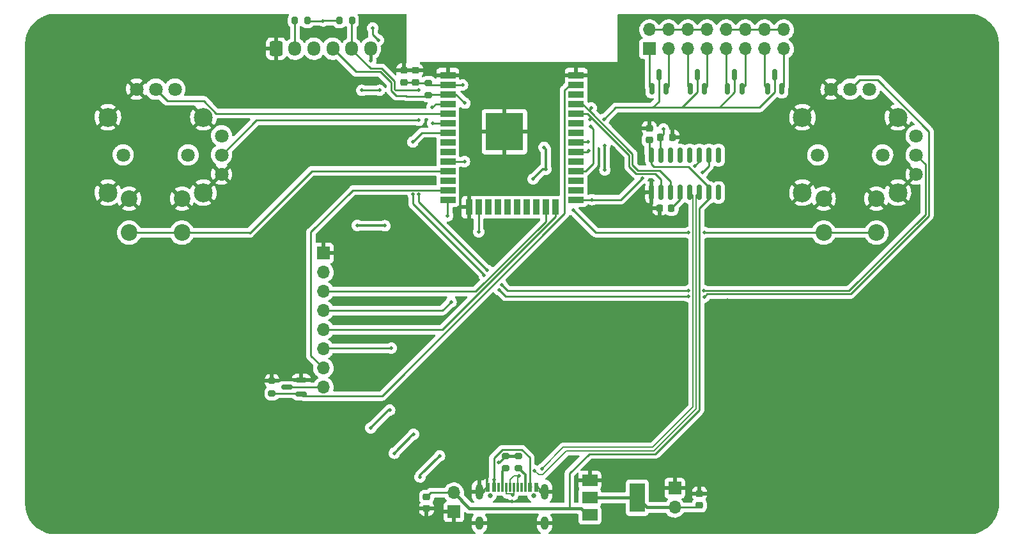
<source format=gbr>
%TF.GenerationSoftware,KiCad,Pcbnew,(6.0.5)*%
%TF.CreationDate,2022-05-19T22:44:54+02:00*%
%TF.ProjectId,hardware-remote-v2,68617264-7761-4726-952d-72656d6f7465,rev?*%
%TF.SameCoordinates,Original*%
%TF.FileFunction,Copper,L1,Top*%
%TF.FilePolarity,Positive*%
%FSLAX46Y46*%
G04 Gerber Fmt 4.6, Leading zero omitted, Abs format (unit mm)*
G04 Created by KiCad (PCBNEW (6.0.5)) date 2022-05-19 22:44:54*
%MOMM*%
%LPD*%
G01*
G04 APERTURE LIST*
G04 Aperture macros list*
%AMRoundRect*
0 Rectangle with rounded corners*
0 $1 Rounding radius*
0 $2 $3 $4 $5 $6 $7 $8 $9 X,Y pos of 4 corners*
0 Add a 4 corners polygon primitive as box body*
4,1,4,$2,$3,$4,$5,$6,$7,$8,$9,$2,$3,0*
0 Add four circle primitives for the rounded corners*
1,1,$1+$1,$2,$3*
1,1,$1+$1,$4,$5*
1,1,$1+$1,$6,$7*
1,1,$1+$1,$8,$9*
0 Add four rect primitives between the rounded corners*
20,1,$1+$1,$2,$3,$4,$5,0*
20,1,$1+$1,$4,$5,$6,$7,0*
20,1,$1+$1,$6,$7,$8,$9,0*
20,1,$1+$1,$8,$9,$2,$3,0*%
G04 Aperture macros list end*
%TA.AperFunction,SMDPad,CuDef*%
%ADD10R,0.600000X1.150000*%
%TD*%
%TA.AperFunction,SMDPad,CuDef*%
%ADD11R,0.300000X1.150000*%
%TD*%
%TA.AperFunction,ComponentPad*%
%ADD12O,1.000000X1.800000*%
%TD*%
%TA.AperFunction,ComponentPad*%
%ADD13O,1.000000X2.100000*%
%TD*%
%TA.AperFunction,ComponentPad*%
%ADD14C,0.650000*%
%TD*%
%TA.AperFunction,ComponentPad*%
%ADD15C,1.800000*%
%TD*%
%TA.AperFunction,ComponentPad*%
%ADD16C,2.500000*%
%TD*%
%TA.AperFunction,ComponentPad*%
%ADD17C,2.200000*%
%TD*%
%TA.AperFunction,SMDPad,CuDef*%
%ADD18RoundRect,0.225000X-0.250000X0.225000X-0.250000X-0.225000X0.250000X-0.225000X0.250000X0.225000X0*%
%TD*%
%TA.AperFunction,SMDPad,CuDef*%
%ADD19RoundRect,0.225000X0.250000X-0.225000X0.250000X0.225000X-0.250000X0.225000X-0.250000X-0.225000X0*%
%TD*%
%TA.AperFunction,SMDPad,CuDef*%
%ADD20R,2.000000X1.500000*%
%TD*%
%TA.AperFunction,SMDPad,CuDef*%
%ADD21R,2.000000X3.800000*%
%TD*%
%TA.AperFunction,SMDPad,CuDef*%
%ADD22RoundRect,0.200000X-0.275000X0.200000X-0.275000X-0.200000X0.275000X-0.200000X0.275000X0.200000X0*%
%TD*%
%TA.AperFunction,ComponentPad*%
%ADD23RoundRect,0.250000X-0.600000X-0.725000X0.600000X-0.725000X0.600000X0.725000X-0.600000X0.725000X0*%
%TD*%
%TA.AperFunction,ComponentPad*%
%ADD24O,1.700000X1.950000*%
%TD*%
%TA.AperFunction,SMDPad,CuDef*%
%ADD25RoundRect,0.200000X0.200000X0.275000X-0.200000X0.275000X-0.200000X-0.275000X0.200000X-0.275000X0*%
%TD*%
%TA.AperFunction,ComponentPad*%
%ADD26R,1.700000X1.700000*%
%TD*%
%TA.AperFunction,ComponentPad*%
%ADD27O,1.700000X1.700000*%
%TD*%
%TA.AperFunction,SMDPad,CuDef*%
%ADD28R,2.000000X0.900000*%
%TD*%
%TA.AperFunction,SMDPad,CuDef*%
%ADD29R,0.900000X2.000000*%
%TD*%
%TA.AperFunction,SMDPad,CuDef*%
%ADD30R,5.000000X5.000000*%
%TD*%
%TA.AperFunction,SMDPad,CuDef*%
%ADD31RoundRect,0.150000X0.150000X-0.587500X0.150000X0.587500X-0.150000X0.587500X-0.150000X-0.587500X0*%
%TD*%
%TA.AperFunction,SMDPad,CuDef*%
%ADD32RoundRect,0.150000X0.150000X-0.825000X0.150000X0.825000X-0.150000X0.825000X-0.150000X-0.825000X0*%
%TD*%
%TA.AperFunction,SMDPad,CuDef*%
%ADD33RoundRect,0.150000X0.587500X0.150000X-0.587500X0.150000X-0.587500X-0.150000X0.587500X-0.150000X0*%
%TD*%
%TA.AperFunction,SMDPad,CuDef*%
%ADD34RoundRect,0.200000X-0.200000X-0.275000X0.200000X-0.275000X0.200000X0.275000X-0.200000X0.275000X0*%
%TD*%
%TA.AperFunction,SMDPad,CuDef*%
%ADD35RoundRect,0.200000X0.275000X-0.200000X0.275000X0.200000X-0.275000X0.200000X-0.275000X-0.200000X0*%
%TD*%
%TA.AperFunction,SMDPad,CuDef*%
%ADD36RoundRect,0.225000X-0.225000X-0.250000X0.225000X-0.250000X0.225000X0.250000X-0.225000X0.250000X0*%
%TD*%
%TA.AperFunction,SMDPad,CuDef*%
%ADD37RoundRect,0.225000X0.225000X0.250000X-0.225000X0.250000X-0.225000X-0.250000X0.225000X-0.250000X0*%
%TD*%
%TA.AperFunction,ViaPad*%
%ADD38C,0.500000*%
%TD*%
%TA.AperFunction,Conductor*%
%ADD39C,0.200000*%
%TD*%
%TA.AperFunction,Conductor*%
%ADD40C,0.250000*%
%TD*%
%TA.AperFunction,Conductor*%
%ADD41C,0.300000*%
%TD*%
%TA.AperFunction,Conductor*%
%ADD42C,0.450000*%
%TD*%
G04 APERTURE END LIST*
D10*
%TO.P,USBC1,B1-A12,GND*%
%TO.N,GND*%
X3200000Y-23280000D03*
%TO.P,USBC1,B4-A9,VBUS*%
%TO.N,+5V*%
X2400000Y-23280000D03*
%TO.P,USBC1,A1-B12,GND*%
%TO.N,GND*%
X-3200000Y-23280000D03*
%TO.P,USBC1,A4-B9,VBUS*%
%TO.N,+5V*%
X-2400000Y-23280000D03*
D11*
%TO.P,USBC1,B5,CC2*%
%TO.N,Net-(R6-Pad2)*%
X1750000Y-23280000D03*
%TO.P,USBC1,A8,SBU1*%
%TO.N,unconnected-(USBC1-PadA8)*%
X1250000Y-23280000D03*
%TO.P,USBC1,B6,DP2*%
%TO.N,USB_DP*%
X750000Y-23280000D03*
%TO.P,USBC1,A7,DN1*%
%TO.N,USB_DN*%
X250000Y-23280000D03*
%TO.P,USBC1,A6,DP1*%
%TO.N,USB_DP*%
X-250000Y-23280000D03*
%TO.P,USBC1,B7,DN2*%
%TO.N,USB_DN*%
X-750000Y-23280000D03*
%TO.P,USBC1,A5,CC1*%
%TO.N,Net-(R5-Pad1)*%
X-1250000Y-23280000D03*
%TO.P,USBC1,B8,SBU2*%
%TO.N,unconnected-(USBC1-PadB8)*%
X-1750000Y-23280000D03*
D12*
%TO.P,USBC1,3,SHIELD*%
%TO.N,GND*%
X4320000Y-28020000D03*
%TO.P,USBC1,2,SHIELD*%
X-4320000Y-28020000D03*
D13*
%TO.P,USBC1,4,SHIELD*%
X4320000Y-23840000D03*
%TO.P,USBC1,1,SHIELD*%
X-4320000Y-23840000D03*
D14*
%TO.P,USBC1,*%
%TO.N,*%
X2890000Y-24340000D03*
X-2890000Y-24340000D03*
%TD*%
D15*
%TO.P,SW2,1,B*%
%TO.N,GND*%
X53530000Y18240000D03*
%TO.P,SW2,2,DTA*%
%TO.N,ANALOG_RIGHT_X*%
X53530000Y20780000D03*
%TO.P,SW2,3,A*%
%TO.N,+3V3*%
X53530000Y23320000D03*
%TO.P,SW2,4,A*%
X47340000Y29510000D03*
%TO.P,SW2,5,DTA*%
%TO.N,ANALOG_RIGHT_Y*%
X44800000Y29510000D03*
%TO.P,SW2,6,B*%
%TO.N,GND*%
X42260000Y29510000D03*
D16*
%TO.P,SW2,7,GND*%
X38470000Y25780000D03*
%TO.P,SW2,8,GND*%
X38470000Y15780000D03*
%TO.P,SW2,9,GND*%
X51120000Y15780000D03*
%TO.P,SW2,10,GND*%
X51120000Y25780000D03*
D17*
%TO.P,SW2,a,a*%
X41280000Y14990000D03*
%TO.P,SW2,c,c*%
X48280000Y14990000D03*
%TO.P,SW2,b,b*%
%TO.N,ANALOG_RIGHT_BUTTON*%
X41280000Y10490000D03*
%TO.P,SW2,d,d*%
X48280000Y10490000D03*
D15*
%TO.P,SW2,*%
%TO.N,*%
X40500000Y20780000D03*
X49100000Y20780000D03*
%TD*%
%TO.P,SW1,1,B*%
%TO.N,GND*%
X-38470000Y18240000D03*
%TO.P,SW1,2,DTA*%
%TO.N,ANALOG_LEFT_X*%
X-38470000Y20780000D03*
%TO.P,SW1,3,A*%
%TO.N,+3V3*%
X-38470000Y23320000D03*
%TO.P,SW1,4,A*%
X-44660000Y29510000D03*
%TO.P,SW1,5,DTA*%
%TO.N,ANALOG_LEFT_Y*%
X-47200000Y29510000D03*
%TO.P,SW1,6,B*%
%TO.N,GND*%
X-49740000Y29510000D03*
D16*
%TO.P,SW1,7,GND*%
X-53530000Y25780000D03*
%TO.P,SW1,8,GND*%
X-53530000Y15780000D03*
%TO.P,SW1,9,GND*%
X-40880000Y15780000D03*
%TO.P,SW1,10,GND*%
X-40880000Y25780000D03*
D17*
%TO.P,SW1,a,a*%
X-50720000Y14990000D03*
%TO.P,SW1,c,c*%
X-43720000Y14990000D03*
%TO.P,SW1,b,b*%
%TO.N,ANALOG_LEFT_BUTTON*%
X-50720000Y10490000D03*
%TO.P,SW1,d,d*%
X-43720000Y10490000D03*
D15*
%TO.P,SW1,*%
%TO.N,*%
X-51500000Y20780000D03*
X-42900000Y20780000D03*
%TD*%
D18*
%TO.P,C1,1*%
%TO.N,GND*%
X-12775000Y31975000D03*
%TO.P,C1,2*%
%TO.N,+3V3*%
X-12775000Y30425000D03*
%TD*%
D19*
%TO.P,C3,1*%
%TO.N,GND*%
X-11325000Y-26100000D03*
%TO.P,C3,2*%
%TO.N,+5V*%
X-11325000Y-24550000D03*
%TD*%
D20*
%TO.P,U2,1,GND*%
%TO.N,GND*%
X10300000Y-22350000D03*
%TO.P,U2,2,VO*%
%TO.N,+3V3*%
X10300000Y-24650000D03*
D21*
X16600000Y-24650000D03*
D20*
%TO.P,U2,3,VI*%
%TO.N,+5V*%
X10300000Y-26950000D03*
%TD*%
D22*
%TO.P,R6,1*%
%TO.N,GND*%
X875000Y-19100000D03*
%TO.P,R6,2*%
%TO.N,Net-(R6-Pad2)*%
X875000Y-20750000D03*
%TD*%
D23*
%TO.P,J1,1,Pin_1*%
%TO.N,GND*%
X-31250000Y34875000D03*
D24*
%TO.P,J1,2,Pin_2*%
%TO.N,ESP_RX*%
X-28750000Y34875000D03*
%TO.P,J1,3,Pin_3*%
%TO.N,ESP_TX*%
X-26250000Y34875000D03*
%TO.P,J1,4,Pin_4*%
%TO.N,EN*%
X-23750000Y34875000D03*
%TO.P,J1,5,Pin_5*%
%TO.N,IO0*%
X-21250000Y34875000D03*
%TO.P,J1,6,Pin_6*%
%TO.N,+5V*%
X-18750000Y34875000D03*
%TD*%
D22*
%TO.P,R1,1*%
%TO.N,+3V3*%
X-11075000Y30350000D03*
%TO.P,R1,2*%
%TO.N,EN*%
X-11075000Y28700000D03*
%TD*%
D25*
%TO.P,R2,1*%
%TO.N,IO0*%
X-21200000Y38575000D03*
%TO.P,R2,2*%
%TO.N,+3V3*%
X-22850000Y38575000D03*
%TD*%
D26*
%TO.P,J2,1,Pin_1*%
%TO.N,GND*%
X-25000000Y7775000D03*
D27*
%TO.P,J2,2,Pin_2*%
%TO.N,+3V3*%
X-25000000Y5235000D03*
%TO.P,J2,3,Pin_3*%
%TO.N,TFT_SCLK*%
X-25000000Y2695000D03*
%TO.P,J2,4,Pin_4*%
%TO.N,TFT_MOSI*%
X-25000000Y155000D03*
%TO.P,J2,5,Pin_5*%
%TO.N,TFT_RESET*%
X-25000000Y-2385000D03*
%TO.P,J2,6,Pin_6*%
%TO.N,TFT_DC*%
X-25000000Y-4925000D03*
%TO.P,J2,7,Pin_7*%
%TO.N,CS*%
X-25000000Y-7465000D03*
%TO.P,J2,8,Pin_8*%
%TO.N,Net-(J2-Pad8)*%
X-25000000Y-10005000D03*
%TD*%
D28*
%TO.P,U1,1,GND*%
%TO.N,GND*%
X-8500000Y31369000D03*
%TO.P,U1,2,VDD*%
%TO.N,+3V3*%
X-8500000Y30099000D03*
%TO.P,U1,3,EN*%
%TO.N,EN*%
X-8500000Y28829000D03*
%TO.P,U1,4,SENSOR_VP*%
%TO.N,ANALOG_LEFT_X*%
X-8500000Y27559000D03*
%TO.P,U1,5,SENSOR_VN*%
%TO.N,ANALOG_LEFT_Y*%
X-8500000Y26289000D03*
%TO.P,U1,6,IO34*%
%TO.N,ANALOG_RIGHT_X*%
X-8500000Y25019000D03*
%TO.P,U1,7,IO35*%
%TO.N,ANALOG_RIGHT_Y*%
X-8500000Y23749000D03*
%TO.P,U1,8,IO32*%
%TO.N,unconnected-(U1-Pad8)*%
X-8500000Y22479000D03*
%TO.P,U1,9,IO33*%
%TO.N,unconnected-(U1-Pad9)*%
X-8500000Y21209000D03*
%TO.P,U1,10,IO25*%
%TO.N,ANALOG_RIGHT_BUTTON*%
X-8500000Y19939000D03*
%TO.P,U1,11,IO26*%
%TO.N,ANALOG_LEFT_BUTTON*%
X-8500000Y18669000D03*
%TO.P,U1,12,IO27*%
%TO.N,unconnected-(U1-Pad12)*%
X-8500000Y17399000D03*
%TO.P,U1,13,IO14*%
%TO.N,CS*%
X-8500000Y16129000D03*
%TO.P,U1,14,IO12*%
%TO.N,TFT_DC*%
X-8500000Y14859000D03*
D29*
%TO.P,U1,15,GND*%
%TO.N,GND*%
X-5715000Y13859000D03*
%TO.P,U1,16,IO13*%
%TO.N,TFT_MOSI*%
X-4445000Y13859000D03*
%TO.P,U1,17,SHD/SD2*%
%TO.N,unconnected-(U1-Pad17)*%
X-3175000Y13859000D03*
%TO.P,U1,18,SWP/SD3*%
%TO.N,unconnected-(U1-Pad18)*%
X-1905000Y13859000D03*
%TO.P,U1,19,SCS/CMD*%
%TO.N,unconnected-(U1-Pad19)*%
X-635000Y13859000D03*
%TO.P,U1,20,SCK/CLK*%
%TO.N,unconnected-(U1-Pad20)*%
X635000Y13859000D03*
%TO.P,U1,21,SDO/SD0*%
%TO.N,unconnected-(U1-Pad21)*%
X1905000Y13859000D03*
%TO.P,U1,22,SDI/SD1*%
%TO.N,unconnected-(U1-Pad22)*%
X3175000Y13859000D03*
%TO.P,U1,23,IO15*%
%TO.N,TFT_SCLK*%
X4445000Y13859000D03*
%TO.P,U1,24,IO2*%
%TO.N,TFT_RESET*%
X5715000Y13859000D03*
D28*
%TO.P,U1,25,IO0*%
%TO.N,IO0*%
X8500000Y14859000D03*
%TO.P,U1,26,IO4*%
%TO.N,unconnected-(U1-Pad26)*%
X8500000Y16129000D03*
%TO.P,U1,27,IO16*%
%TO.N,unconnected-(U1-Pad27)*%
X8500000Y17399000D03*
%TO.P,U1,28,IO17*%
%TO.N,BUTTON_IN_1*%
X8500000Y18669000D03*
%TO.P,U1,29,IO5*%
%TO.N,unconnected-(U1-Pad29)*%
X8500000Y19939000D03*
%TO.P,U1,30,IO18*%
%TO.N,BUTTON_IN_2*%
X8500000Y21209000D03*
%TO.P,U1,31,IO19*%
%TO.N,BUTTON_OUT*%
X8500000Y22479000D03*
%TO.P,U1,32,NC*%
%TO.N,unconnected-(U1-Pad32)*%
X8500000Y23749000D03*
%TO.P,U1,33,IO21*%
%TO.N,unconnected-(U1-Pad33)*%
X8500000Y25019000D03*
%TO.P,U1,34,RXD0/IO3*%
%TO.N,ESP_RX*%
X8500000Y26289000D03*
%TO.P,U1,35,TXD0/IO1*%
%TO.N,ESP_TX*%
X8500000Y27559000D03*
%TO.P,U1,36,IO22*%
%TO.N,unconnected-(U1-Pad36)*%
X8500000Y28829000D03*
%TO.P,U1,37,IO23*%
%TO.N,TFT_LED*%
X8500000Y30099000D03*
%TO.P,U1,38,GND*%
%TO.N,GND*%
X8500000Y31369000D03*
D30*
%TO.P,U1,39,GND*%
X-1000000Y23869000D03*
%TD*%
D31*
%TO.P,D2,1,K*%
%TO.N,BUTTON_3*%
X23600000Y29562500D03*
%TO.P,D2,2,A*%
%TO.N,BUTTON_4*%
X25500000Y29562500D03*
%TO.P,D2,3,K*%
%TO.N,BUTTON_OUT*%
X24550000Y31437500D03*
%TD*%
D32*
%TO.P,U3,1,GND*%
%TO.N,GND*%
X18455000Y15800000D03*
%TO.P,U3,2,TXD*%
%TO.N,ESP_RX*%
X19725000Y15800000D03*
%TO.P,U3,3,RXD*%
%TO.N,ESP_TX*%
X20995000Y15800000D03*
%TO.P,U3,4,V3*%
%TO.N,Net-(C5-Pad2)*%
X22265000Y15800000D03*
%TO.P,U3,5,UD+*%
%TO.N,USB_DP*%
X23535000Y15800000D03*
%TO.P,U3,6,UD-*%
%TO.N,USB_DN*%
X24805000Y15800000D03*
%TO.P,U3,7,VBUS*%
%TO.N,+5V*%
X26075000Y15800000D03*
%TO.P,U3,8,~{ACT}*%
%TO.N,unconnected-(U3-Pad8)*%
X27345000Y15800000D03*
%TO.P,U3,9,~{DCD}*%
%TO.N,unconnected-(U3-Pad9)*%
X27345000Y20750000D03*
%TO.P,U3,10,~{DTR}/TNOW*%
%TO.N,IO0*%
X26075000Y20750000D03*
%TO.P,U3,11,~{RTS}*%
%TO.N,EN*%
X24805000Y20750000D03*
%TO.P,U3,12,~{DSR}*%
%TO.N,unconnected-(U3-Pad12)*%
X23535000Y20750000D03*
%TO.P,U3,13,~{CTS}*%
%TO.N,unconnected-(U3-Pad13)*%
X22265000Y20750000D03*
%TO.P,U3,14,~{RI}*%
%TO.N,unconnected-(U3-Pad14)*%
X20995000Y20750000D03*
%TO.P,U3,15,VIO*%
%TO.N,+3V3*%
X19725000Y20750000D03*
%TO.P,U3,16,VDD5*%
%TO.N,+5V*%
X18455000Y20750000D03*
%TD*%
D26*
%TO.P,J4,1,Pin_1*%
%TO.N,GND*%
X21550000Y-23400000D03*
D27*
%TO.P,J4,2,Pin_2*%
%TO.N,+3V3*%
X21550000Y-25940000D03*
%TD*%
D19*
%TO.P,C4,1*%
%TO.N,+3V3*%
X24825000Y-25650000D03*
%TO.P,C4,2*%
%TO.N,GND*%
X24825000Y-24100000D03*
%TD*%
D31*
%TO.P,D4,1,K*%
%TO.N,BUTTON_7*%
X33850000Y29562500D03*
%TO.P,D4,2,A*%
%TO.N,BUTTON_8*%
X35750000Y29562500D03*
%TO.P,D4,3,K*%
%TO.N,BUTTON_OUT*%
X34800000Y31437500D03*
%TD*%
D18*
%TO.P,C6,1*%
%TO.N,GND*%
X18175000Y24325000D03*
%TO.P,C6,2*%
%TO.N,+5V*%
X18175000Y22775000D03*
%TD*%
D26*
%TO.P,J5,1,Pin_1*%
%TO.N,BUTTON_1*%
X18220000Y34859999D03*
D27*
%TO.P,J5,2,Pin_2*%
%TO.N,BUTTON_IN_1*%
X18220000Y37399999D03*
%TO.P,J5,3,Pin_3*%
%TO.N,BUTTON_2*%
X20760000Y34859999D03*
%TO.P,J5,4,Pin_4*%
%TO.N,BUTTON_IN_1*%
X20760000Y37399999D03*
%TO.P,J5,5,Pin_5*%
%TO.N,BUTTON_3*%
X23300000Y34859999D03*
%TO.P,J5,6,Pin_6*%
%TO.N,BUTTON_IN_1*%
X23300000Y37399999D03*
%TO.P,J5,7,Pin_7*%
%TO.N,BUTTON_4*%
X25840000Y34859999D03*
%TO.P,J5,8,Pin_8*%
%TO.N,BUTTON_IN_1*%
X25840000Y37399999D03*
%TO.P,J5,9,Pin_9*%
%TO.N,BUTTON_5*%
X28380000Y34859999D03*
%TO.P,J5,10,Pin_10*%
%TO.N,BUTTON_IN_2*%
X28380000Y37399999D03*
%TO.P,J5,11,Pin_11*%
%TO.N,BUTTON_6*%
X30920000Y34859999D03*
%TO.P,J5,12,Pin_12*%
%TO.N,BUTTON_IN_2*%
X30920000Y37399999D03*
%TO.P,J5,13,Pin_13*%
%TO.N,BUTTON_7*%
X33460000Y34859999D03*
%TO.P,J5,14,Pin_14*%
%TO.N,BUTTON_IN_2*%
X33460000Y37399999D03*
%TO.P,J5,15,Pin_15*%
%TO.N,BUTTON_8*%
X36000000Y34859999D03*
%TO.P,J5,16,Pin_16*%
%TO.N,BUTTON_IN_2*%
X36000000Y37399999D03*
%TD*%
D22*
%TO.P,R4,1*%
%TO.N,GND*%
X-31800000Y-9175000D03*
%TO.P,R4,2*%
%TO.N,TFT_LED*%
X-31800000Y-10825000D03*
%TD*%
D33*
%TO.P,Q1,1,G*%
%TO.N,TFT_LED*%
X-27912500Y-10950000D03*
%TO.P,Q1,2,S*%
%TO.N,GND*%
X-27912500Y-9050000D03*
%TO.P,Q1,3,D*%
%TO.N,Net-(J2-Pad8)*%
X-29787500Y-10000000D03*
%TD*%
D26*
%TO.P,J3,1,Pin_1*%
%TO.N,GND*%
X-7700000Y-26524999D03*
D27*
%TO.P,J3,2,Pin_2*%
%TO.N,+5V*%
X-7700000Y-23984999D03*
%TD*%
D34*
%TO.P,R3,1*%
%TO.N,ESP_RX*%
X-28775000Y38600000D03*
%TO.P,R3,2*%
%TO.N,+3V3*%
X-27125000Y38600000D03*
%TD*%
D35*
%TO.P,R5,1*%
%TO.N,Net-(R5-Pad1)*%
X-875000Y-20750000D03*
%TO.P,R5,2*%
%TO.N,GND*%
X-875000Y-19100000D03*
%TD*%
D31*
%TO.P,D1,1,K*%
%TO.N,BUTTON_1*%
X18500000Y29562500D03*
%TO.P,D1,2,A*%
%TO.N,BUTTON_2*%
X20400000Y29562500D03*
%TO.P,D1,3,K*%
%TO.N,BUTTON_OUT*%
X19450000Y31437500D03*
%TD*%
D18*
%TO.P,C2,1*%
%TO.N,GND*%
X-14350000Y31975000D03*
%TO.P,C2,2*%
%TO.N,+3V3*%
X-14350000Y30425000D03*
%TD*%
D36*
%TO.P,C5,1*%
%TO.N,GND*%
X19550000Y13725000D03*
%TO.P,C5,2*%
%TO.N,Net-(C5-Pad2)*%
X21100000Y13725000D03*
%TD*%
D31*
%TO.P,D3,1,K*%
%TO.N,BUTTON_5*%
X28550000Y29562500D03*
%TO.P,D3,2,A*%
%TO.N,BUTTON_6*%
X30450000Y29562500D03*
%TO.P,D3,3,K*%
%TO.N,BUTTON_OUT*%
X29500000Y31437500D03*
%TD*%
D37*
%TO.P,C7,1*%
%TO.N,GND*%
X21225000Y23150000D03*
%TO.P,C7,2*%
%TO.N,+3V3*%
X19675000Y23150000D03*
%TD*%
D38*
%TO.N,USB_DN*%
X100000Y-24300000D03*
%TO.N,GND*%
X-45000Y-28045000D03*
X0Y-25100000D03*
X-17250000Y-3550000D03*
X-15200000Y-1350000D03*
X-14750000Y4450000D03*
X-14800000Y1750000D03*
X-30250000Y37350000D03*
X-27750000Y37050000D03*
%TO.N,+3V3*%
X4250000Y21800000D03*
X2800000Y17600000D03*
X4500000Y18900000D03*
%TO.N,GND*%
X16850000Y1050000D03*
X16850000Y4150000D03*
X2800000Y1100000D03*
X2850000Y4200000D03*
X-15000000Y-7600000D03*
X-13300000Y-9100000D03*
X14450000Y16200000D03*
X16400000Y14400000D03*
X13400000Y18800000D03*
X13450000Y21700000D03*
%TO.N,+3V3*%
X12300000Y22050000D03*
X12300000Y18800000D03*
X-12200000Y-21900000D03*
X-9600000Y-19100000D03*
X-15600000Y-18750000D03*
X-13050000Y-16250000D03*
X-18700000Y-15400000D03*
X-16200000Y-13050000D03*
X-20500000Y11450000D03*
X-16850000Y11400000D03*
%TO.N,GND*%
X7600000Y-16600000D03*
X7600000Y-19550000D03*
X28500000Y3650000D03*
X28500000Y1500000D03*
X-3450000Y7150000D03*
X25700000Y12450000D03*
X-1800000Y-19950000D03*
X-3550000Y-19950000D03*
X23000000Y12500000D03*
X-5350000Y5200000D03*
X25800000Y7050000D03*
X11050000Y-20050000D03*
X23050000Y7050000D03*
%TO.N,+3V3*%
X-19900000Y29350000D03*
X-17550000Y29350000D03*
X-6550000Y30050000D03*
X-25050000Y38550000D03*
X20050000Y24200000D03*
%TO.N,+5V*%
X-2400000Y-22300000D03*
X-18725000Y33300000D03*
%TO.N,BUTTON_OUT*%
X10050000Y22500000D03*
X12181477Y25519011D03*
%TO.N,BUTTON_IN_1*%
X10400000Y24550000D03*
%TO.N,BUTTON_IN_2*%
X10150011Y21350000D03*
%TO.N,EN*%
X24200000Y19350000D03*
X-6250000Y27650000D03*
%TO.N,IO0*%
X-12400000Y29350000D03*
X25250000Y18500000D03*
X17250000Y17700000D03*
X10591000Y14859000D03*
%TO.N,ESP_RX*%
X10350000Y25500000D03*
X-17700000Y36000000D03*
X-18450000Y37624500D03*
%TO.N,ANALOG_LEFT_X*%
X-12350000Y25375000D03*
X-10600000Y27075000D03*
%TO.N,ANALOG_RIGHT_X*%
X-10500000Y25000000D03*
X25400000Y2800000D03*
X23393614Y2807134D03*
X-12350000Y15554500D03*
X-3276777Y5476777D03*
X-1350000Y3550000D03*
%TO.N,ANALOG_RIGHT_Y*%
X-13150000Y22500000D03*
X-13100000Y15550000D03*
X23350000Y2050000D03*
X25450000Y1950000D03*
X-1723223Y2923223D03*
X-3700000Y4850000D03*
%TO.N,ANALOG_RIGHT_BUTTON*%
X23395499Y10500000D03*
X25500000Y10500000D03*
X-6300000Y19900000D03*
X8100000Y13500000D03*
%TO.N,TFT_DC*%
X-8525000Y12700000D03*
X-15975000Y-4825000D03*
%TO.N,TFT_MOSI*%
X-4425000Y10575000D03*
X-8075201Y1300201D03*
%TO.N,ESP_TX*%
X10500000Y27000000D03*
%TO.N,USB_DP*%
X4000000Y-20850000D03*
X911352Y-21750500D03*
%TO.N,USB_DN*%
X3000000Y-21050000D03*
%TD*%
D39*
%TO.N,USB_DP*%
X911352Y-21750500D02*
X249500Y-21750500D01*
X249500Y-21750500D02*
X-250000Y-22250000D01*
X-250000Y-22250000D02*
X-250000Y-23205000D01*
%TO.N,USB_DN*%
X250000Y-24150000D02*
X250000Y-23205000D01*
X100000Y-24300000D02*
X250000Y-24150000D01*
D40*
%TO.N,ANALOG_RIGHT_Y*%
X-13100000Y15550000D02*
X-13100000Y14300000D01*
X-13100000Y14300000D02*
X-3700000Y4900000D01*
X-3700000Y4900000D02*
X-3700000Y4850000D01*
%TO.N,ANALOG_RIGHT_X*%
X-12350000Y15554500D02*
X-12350000Y14550000D01*
X-12350000Y14550000D02*
X-3276777Y5476777D01*
%TO.N,ESP_RX*%
X-17700000Y36000000D02*
X-18450000Y36750000D01*
X-18450000Y36750000D02*
X-18450000Y37624500D01*
%TO.N,IO0*%
X-21250000Y34750000D02*
X-21250000Y34875000D01*
X-12400000Y29350000D02*
X-15400000Y29350000D01*
X-18750000Y32250000D02*
X-21250000Y34750000D01*
X-17250000Y32250000D02*
X-18750000Y32250000D01*
X-15400000Y29350000D02*
X-15550000Y29500000D01*
X-15550000Y30550000D02*
X-17250000Y32250000D01*
X-15550000Y29500000D02*
X-15550000Y30550000D01*
%TO.N,ANALOG_RIGHT_Y*%
X-1723223Y2923223D02*
X-850000Y2050000D01*
X-850000Y2050000D02*
X23350000Y2050000D01*
%TO.N,ANALOG_RIGHT_X*%
X-1350000Y3550000D02*
X-600000Y2800000D01*
X-600000Y2800000D02*
X23386480Y2800000D01*
X23386480Y2800000D02*
X23393614Y2807134D01*
%TO.N,BUTTON_IN_2*%
X10150011Y21350000D02*
X10009011Y21209000D01*
X10009011Y21209000D02*
X8500000Y21209000D01*
%TO.N,BUTTON_OUT*%
X13737466Y27075000D02*
X18625000Y27075000D01*
X12181477Y25519011D02*
X13737466Y27075000D01*
D39*
%TO.N,USB_DP*%
X4000000Y-20850000D02*
X4000000Y-20781800D01*
X23944999Y-12636801D02*
X23944999Y15390001D01*
X4000000Y-20781800D02*
X6806800Y-17975000D01*
X6806800Y-17975000D02*
X18606800Y-17975000D01*
X18606800Y-17975000D02*
X23944999Y-12636801D01*
X23944999Y15390001D02*
X23535000Y15800000D01*
%TO.N,USB_DN*%
X3000000Y-21050000D02*
X3549511Y-21599511D01*
X3549511Y-21599511D02*
X4027616Y-21599511D01*
X24395001Y-12823199D02*
X24395001Y15390001D01*
X4027616Y-21599511D02*
X7202127Y-18425000D01*
X7202127Y-18425000D02*
X18793200Y-18425000D01*
X18793200Y-18425000D02*
X24395001Y-12823199D01*
X24395001Y15390001D02*
X24805000Y15800000D01*
D40*
%TO.N,ANALOG_RIGHT_BUTTON*%
X23395499Y10500000D02*
X11100000Y10500000D01*
X11100000Y10500000D02*
X8100000Y13500000D01*
X25500000Y10500000D02*
X25510000Y10490000D01*
X25510000Y10490000D02*
X41280000Y10490000D01*
%TO.N,ANALOG_RIGHT_X*%
X25400000Y2800000D02*
X44650000Y2800000D01*
X44650000Y2800000D02*
X54754511Y12904511D01*
X54754511Y12904511D02*
X54754511Y19555489D01*
X54754511Y19555489D02*
X53530000Y20780000D01*
%TO.N,ANALOG_RIGHT_Y*%
X25450000Y1950000D02*
X25850000Y2350000D01*
X25850000Y2350000D02*
X44835718Y2350000D01*
X44835718Y2350000D02*
X55204031Y12718313D01*
X55204031Y12718313D02*
X55204031Y23922665D01*
X55204031Y23922665D02*
X48392185Y30734511D01*
X48392185Y30734511D02*
X46024511Y30734511D01*
X46024511Y30734511D02*
X44800000Y29510000D01*
%TO.N,EN*%
X24200000Y19350000D02*
X24805000Y19955000D01*
X24805000Y19955000D02*
X24805000Y20750000D01*
%TO.N,GND*%
X-45000Y-28045000D02*
X4320000Y-28045000D01*
D41*
%TO.N,+3V3*%
X4500000Y18900000D02*
X4100000Y18900000D01*
X4100000Y18900000D02*
X2800000Y17600000D01*
X4500000Y18900000D02*
X4500000Y21550000D01*
X4500000Y21550000D02*
X4250000Y21800000D01*
X-16850000Y11400000D02*
X-20450000Y11400000D01*
X-20450000Y11400000D02*
X-20500000Y11450000D01*
X12300000Y18800000D02*
X12300000Y22050000D01*
%TO.N,GND*%
X13400000Y18800000D02*
X13400000Y21650000D01*
X13400000Y21650000D02*
X13450000Y21700000D01*
%TO.N,+3V3*%
X-12200000Y-21900000D02*
X-12200000Y-21700000D01*
X-12200000Y-21700000D02*
X-9600000Y-19100000D01*
X-13050000Y-16250000D02*
X-13100000Y-16250000D01*
X-13100000Y-16250000D02*
X-15600000Y-18750000D01*
X-18700000Y-15400000D02*
X-16350000Y-13050000D01*
X-16350000Y-13050000D02*
X-16200000Y-13050000D01*
D40*
X-15550000Y-18750000D02*
X-15600000Y-18750000D01*
%TO.N,GND*%
X-1800000Y-19950000D02*
X-1725000Y-19950000D01*
X-875000Y-19100000D02*
X875000Y-19100000D01*
X4000000Y-23855000D02*
X3350000Y-23205000D01*
X4320000Y-23855000D02*
X4000000Y-23855000D01*
X-4320000Y-28045000D02*
X-45000Y-28045000D01*
X-1725000Y-19950000D02*
X-875000Y-19100000D01*
X-4000000Y-23855000D02*
X-3350000Y-23205000D01*
X-4320000Y-23855000D02*
X-4000000Y-23855000D01*
%TO.N,+3V3*%
X24535000Y-25940000D02*
X24825000Y-25650000D01*
X19675000Y23150000D02*
X19675000Y20800000D01*
X-27075000Y38550000D02*
X-27125000Y38600000D01*
X-12775000Y30425000D02*
X-14350000Y30425000D01*
X20050000Y24200000D02*
X20050000Y23525000D01*
D42*
X16600000Y-24650000D02*
X17890000Y-25940000D01*
D40*
X-12700000Y30350000D02*
X-12775000Y30425000D01*
X21550000Y-25940000D02*
X24535000Y-25940000D01*
X-25050000Y38550000D02*
X-27075000Y38550000D01*
X-14275000Y30350000D02*
X-14350000Y30425000D01*
D42*
X17890000Y-25940000D02*
X21550000Y-25940000D01*
D40*
X-11075000Y30350000D02*
X-10824000Y30099000D01*
X19675000Y23433228D02*
X19675000Y23150000D01*
D42*
X10300000Y-24650000D02*
X16600000Y-24650000D01*
D40*
X-8451000Y30050000D02*
X-8500000Y30099000D01*
X-10824000Y30099000D02*
X-8500000Y30099000D01*
X19675000Y20800000D02*
X19725000Y20750000D01*
X-25025000Y38575000D02*
X-25050000Y38550000D01*
X-17550000Y29350000D02*
X-19900000Y29350000D01*
X-11075000Y30350000D02*
X-12700000Y30350000D01*
X-6550000Y30050000D02*
X-8451000Y30050000D01*
X-22850000Y38575000D02*
X-25025000Y38575000D01*
X20050000Y23525000D02*
X19675000Y23150000D01*
D42*
%TO.N,+5V*%
X10000978Y-26950000D02*
X10300000Y-26950000D01*
D40*
X18969043Y-18849519D02*
X10200480Y-18849520D01*
X23350000Y19250000D02*
X26075000Y16525000D01*
X18455000Y19595000D02*
X18800000Y19250000D01*
X2550000Y-23215000D02*
X2325489Y-22990489D01*
X1291783Y-18300000D02*
X-1291783Y-18300000D01*
X18455000Y20750000D02*
X18455000Y19595000D01*
X18175000Y22775000D02*
X18175000Y21030000D01*
D42*
X10300000Y-26950000D02*
X10050000Y-26950000D01*
D40*
X26075000Y15800000D02*
X26075000Y15005479D01*
D42*
X-5634999Y-26050000D02*
X-7700000Y-23984999D01*
D40*
X24819520Y-12999042D02*
X18969043Y-18849519D01*
X18800000Y19250000D02*
X23350000Y19250000D01*
X2325489Y-19333706D02*
X1291783Y-18300000D01*
D42*
X10050000Y-26950000D02*
X9150000Y-26050000D01*
X9150000Y-26050000D02*
X7600000Y-26050000D01*
D40*
X26075000Y15005479D02*
X24819521Y13750000D01*
D42*
X7600000Y-26050000D02*
X-5634999Y-26050000D01*
D40*
X26075000Y16525000D02*
X26075000Y15800000D01*
X-18750000Y33325000D02*
X-18725000Y33300000D01*
X-10759999Y-23984999D02*
X-7700000Y-23984999D01*
D42*
X-18750000Y34875000D02*
X-18750000Y33325000D01*
D41*
X-2400000Y-23055000D02*
X-2250000Y-23205000D01*
D40*
X-11325000Y-24550000D02*
X-10759999Y-23984999D01*
X10200480Y-18849520D02*
X7600000Y-21450000D01*
D41*
X2400000Y-23065000D02*
X2250000Y-23215000D01*
D40*
X-2400000Y-19408217D02*
X-2400000Y-22300000D01*
X18175000Y21030000D02*
X18455000Y20750000D01*
X7600000Y-21450000D02*
X7600000Y-26050000D01*
D41*
X-2400000Y-22300000D02*
X-2400000Y-23055000D01*
D40*
X24819521Y13750000D02*
X24819520Y-12999042D01*
X2325489Y-22990489D02*
X2325489Y-19333706D01*
X-1291783Y-18300000D02*
X-2400000Y-19408217D01*
%TO.N,BUTTON_1*%
X18220000Y29842500D02*
X18220000Y34859999D01*
X18500000Y29562500D02*
X18220000Y29842500D01*
%TO.N,BUTTON_2*%
X20760000Y29922500D02*
X20760000Y34859999D01*
X20400000Y29562500D02*
X20760000Y29922500D01*
%TO.N,BUTTON_OUT*%
X8521000Y22500000D02*
X8500000Y22479000D01*
X19450000Y27900000D02*
X18625000Y27075000D01*
X29500000Y29103928D02*
X29500000Y31437500D01*
X34800000Y29103928D02*
X34800000Y31437500D01*
X18625000Y27075000D02*
X22521072Y27075000D01*
X10050000Y22500000D02*
X8521000Y22500000D01*
X19450000Y31437500D02*
X19450000Y27900000D01*
X27471072Y27075000D02*
X29500000Y29103928D01*
X27471072Y27075000D02*
X32771072Y27075000D01*
X32771072Y27075000D02*
X34800000Y29103928D01*
X22521072Y27075000D02*
X27471072Y27075000D01*
X24550000Y29103928D02*
X24550000Y31437500D01*
X22521072Y27075000D02*
X24550000Y29103928D01*
%TO.N,BUTTON_3*%
X23600000Y29562500D02*
X23300000Y29862500D01*
X23300000Y29862500D02*
X23300000Y34859999D01*
%TO.N,BUTTON_4*%
X25500000Y29562500D02*
X25840000Y29902500D01*
X25840000Y29902500D02*
X25840000Y34859999D01*
%TO.N,BUTTON_5*%
X28550000Y29562500D02*
X28380000Y29732500D01*
X28380000Y29732500D02*
X28380000Y34859999D01*
%TO.N,BUTTON_6*%
X30920000Y30032500D02*
X30920000Y34859999D01*
X30450000Y29562500D02*
X30920000Y30032500D01*
%TO.N,BUTTON_7*%
X33850000Y29562500D02*
X33460000Y29952500D01*
X33460000Y29952500D02*
X33460000Y34859999D01*
%TO.N,BUTTON_8*%
X36000000Y29812500D02*
X36000000Y34859999D01*
X35750000Y29562500D02*
X36000000Y29812500D01*
%TO.N,BUTTON_IN_1*%
X10724511Y19643511D02*
X10724511Y24225489D01*
X25840000Y37399999D02*
X18220000Y37399999D01*
X8500000Y18669000D02*
X9750000Y18669000D01*
X9750000Y18669000D02*
X10724511Y19643511D01*
X10724511Y24225489D02*
X10400000Y24550000D01*
%TO.N,BUTTON_IN_2*%
X28380000Y37399999D02*
X36000000Y37399999D01*
%TO.N,TFT_LED*%
X-31800000Y-10825000D02*
X-28037500Y-10825000D01*
X7670978Y30099000D02*
X8500000Y30099000D01*
X-27912500Y-10950000D02*
X-27682989Y-11179511D01*
X6975000Y29403022D02*
X7670978Y30099000D01*
X-17224489Y-11179511D02*
X6975000Y13019978D01*
X-27682989Y-11179511D02*
X-17224489Y-11179511D01*
X-28037500Y-10825000D02*
X-27912500Y-10950000D01*
X6975000Y13019978D02*
X6975000Y29403022D01*
%TO.N,Net-(J2-Pad8)*%
X-25005000Y-10000000D02*
X-25000000Y-10005000D01*
X-29787500Y-10000000D02*
X-25005000Y-10000000D01*
%TO.N,EN*%
X-17436198Y31800480D02*
X-15999520Y30363802D01*
X-7429000Y28829000D02*
X-8500000Y28829000D01*
X-10946000Y28829000D02*
X-8500000Y28829000D01*
X-6250000Y27650000D02*
X-7429000Y28829000D01*
X-14050000Y28650480D02*
X-13975009Y28575489D01*
X-15999520Y29313802D02*
X-15336197Y28650480D01*
X-20675480Y31800480D02*
X-17436198Y31800480D01*
X-13975009Y28575489D02*
X-11199511Y28575489D01*
X-11199511Y28575489D02*
X-11075000Y28700000D01*
X-23750000Y34875000D02*
X-20675480Y31800480D01*
X-15336197Y28650480D02*
X-14050000Y28650480D01*
X-15999520Y30363802D02*
X-15999520Y29313802D01*
X-11075000Y28700000D02*
X-10946000Y28829000D01*
%TO.N,IO0*%
X-21200000Y38575000D02*
X-21250000Y38525000D01*
X-21250000Y38525000D02*
X-21250000Y34875000D01*
X25250000Y18500000D02*
X26075000Y19325000D01*
X8500000Y14859000D02*
X10591000Y14859000D01*
X10591000Y14859000D02*
X14409000Y14859000D01*
X26075000Y19325000D02*
X26075000Y20750000D01*
X14409000Y14859000D02*
X17250000Y17700000D01*
%TO.N,ESP_RX*%
X19725000Y17525480D02*
X18950000Y18300480D01*
X10451152Y25801152D02*
X9963304Y26289000D01*
X-28750000Y38575000D02*
X-28750000Y34875000D01*
X19725000Y15800000D02*
X19725000Y17525480D01*
X-28775000Y38600000D02*
X-28750000Y38575000D01*
X10350000Y25500000D02*
X10350000Y25700000D01*
X16463802Y18300480D02*
X15500480Y19263803D01*
X9963304Y26289000D02*
X8500000Y26289000D01*
X10350000Y25700000D02*
X10451152Y25801152D01*
X15500480Y19263803D02*
X15500480Y20751824D01*
X18950000Y18300480D02*
X16463802Y18300480D01*
X15500480Y20751824D02*
X10451152Y25801152D01*
%TO.N,ANALOG_LEFT_X*%
X-33875000Y25375000D02*
X-12350000Y25375000D01*
X-38470000Y20780000D02*
X-33875000Y25375000D01*
X-10116000Y27559000D02*
X-10600000Y27075000D01*
X-8500000Y27559000D02*
X-10116000Y27559000D01*
%TO.N,ANALOG_LEFT_Y*%
X-39162304Y26289000D02*
X-8500000Y26289000D01*
X-47200000Y29510000D02*
X-45640000Y27950000D01*
X-40823304Y27950000D02*
X-39162304Y26289000D01*
X-45640000Y27950000D02*
X-40823304Y27950000D01*
%TO.N,ANALOG_LEFT_BUTTON*%
X-34750000Y10450000D02*
X-34790000Y10490000D01*
X-50720000Y10490000D02*
X-43720000Y10490000D01*
X-34790000Y10490000D02*
X-43720000Y10490000D01*
X-26531000Y18669000D02*
X-34750000Y10450000D01*
X-8500000Y18669000D02*
X-26531000Y18669000D01*
%TO.N,ANALOG_RIGHT_X*%
X-10500000Y25000000D02*
X-8519000Y25000000D01*
X-8519000Y25000000D02*
X-8500000Y25019000D01*
%TO.N,ANALOG_RIGHT_Y*%
X-13150000Y22500000D02*
X-11901000Y23749000D01*
X-11901000Y23749000D02*
X-8500000Y23749000D01*
%TO.N,ANALOG_RIGHT_BUTTON*%
X-6300000Y19900000D02*
X-8461000Y19900000D01*
X48280000Y10490000D02*
X41280000Y10490000D01*
X-8461000Y19900000D02*
X-8500000Y19939000D01*
%TO.N,CS*%
X-21071000Y16129000D02*
X-26650000Y10550000D01*
X-8500000Y16129000D02*
X-21071000Y16129000D01*
X-26650000Y10550000D02*
X-26650000Y-5815000D01*
X-26650000Y-5815000D02*
X-25000000Y-7465000D01*
%TO.N,TFT_DC*%
X-25000000Y-4925000D02*
X-24900000Y-4825000D01*
X-24900000Y-4825000D02*
X-15975000Y-4825000D01*
X-8525000Y12700000D02*
X-8525000Y14834000D01*
X-8525000Y14834000D02*
X-8500000Y14859000D01*
%TO.N,TFT_MOSI*%
X-9220402Y155000D02*
X-8075201Y1300201D01*
X-4425000Y13839000D02*
X-4445000Y13859000D01*
X-4425000Y10575000D02*
X-4425000Y13839000D01*
X-25000000Y155000D02*
X-9220402Y155000D01*
%TO.N,TFT_SCLK*%
X4445000Y11970000D02*
X4445000Y13859000D01*
X-25000000Y2695000D02*
X-4830000Y2695000D01*
X-4830000Y2695000D02*
X4445000Y11970000D01*
%TO.N,TFT_RESET*%
X5715000Y13859000D02*
X5715000Y12604296D01*
X-9274296Y-2385000D02*
X-25000000Y-2385000D01*
X5715000Y12604296D02*
X-9274296Y-2385000D01*
%TO.N,ESP_TX*%
X15950000Y20938022D02*
X15950000Y19450000D01*
X10219011Y26669011D02*
X15950000Y20938022D01*
X9329022Y27559000D02*
X10219011Y26669011D01*
X20995000Y17305000D02*
X20995000Y15800000D01*
X19550000Y18750000D02*
X20995000Y17305000D01*
X8500000Y27559000D02*
X9329022Y27559000D01*
X10219011Y26719011D02*
X10500000Y27000000D01*
X16650000Y18750000D02*
X19550000Y18750000D01*
X10219011Y26669011D02*
X10219011Y26719011D01*
X15950000Y19450000D02*
X16650000Y18750000D01*
D41*
%TO.N,Net-(R5-Pad1)*%
X-1250000Y-21125000D02*
X-875000Y-20750000D01*
X-1250000Y-23205000D02*
X-1250000Y-21125000D01*
%TO.N,Net-(R6-Pad2)*%
X1750000Y-23205000D02*
X1750000Y-21625000D01*
X1750000Y-21625000D02*
X875000Y-20750000D01*
D40*
%TO.N,Net-(C5-Pad2)*%
X21100000Y13725000D02*
X22265000Y14890000D01*
X22265000Y14890000D02*
X22265000Y15800000D01*
%TO.N,USB_DP*%
X-250000Y-23205000D02*
X-274511Y-23180489D01*
D39*
X911352Y-21750500D02*
X750000Y-21911852D01*
X750000Y-21911852D02*
X750000Y-23205000D01*
%TO.N,USB_DN*%
X-750000Y-24104022D02*
X-750000Y-23205000D01*
X250000Y-23205000D02*
X250000Y-24104022D01*
X300000Y-23155000D02*
X250000Y-23205000D01*
X250000Y-24104022D02*
X199511Y-24154511D01*
X-699511Y-24154511D02*
X-750000Y-24104022D01*
X199511Y-24154511D02*
X-699511Y-24154511D01*
%TD*%
%TA.AperFunction,Conductor*%
%TO.N,GND*%
G36*
X-29585470Y39471498D02*
G01*
X-29538977Y39417842D01*
X-29528873Y39347568D01*
X-29545815Y39300230D01*
X-29625472Y39168699D01*
X-29676753Y39005062D01*
X-29683500Y38931635D01*
X-29683499Y38268366D01*
X-29683236Y38265508D01*
X-29683236Y38265499D01*
X-29680483Y38235542D01*
X-29676753Y38194938D01*
X-29674754Y38188560D01*
X-29674754Y38188559D01*
X-29629501Y38044159D01*
X-29625472Y38031301D01*
X-29536639Y37884619D01*
X-29420405Y37768385D01*
X-29386379Y37706073D01*
X-29383500Y37679290D01*
X-29383500Y36275596D01*
X-29403502Y36207475D01*
X-29444133Y36167878D01*
X-29553317Y36101623D01*
X-29557347Y36098126D01*
X-29690440Y35982634D01*
X-29727445Y35950523D01*
X-29730832Y35946392D01*
X-29757006Y35914471D01*
X-29815666Y35874476D01*
X-29886636Y35872545D01*
X-29947384Y35909290D01*
X-29961584Y35928059D01*
X-30048063Y36067807D01*
X-30057099Y36079208D01*
X-30171829Y36193739D01*
X-30183240Y36202751D01*
X-30321243Y36287816D01*
X-30334424Y36293963D01*
X-30488710Y36345138D01*
X-30502086Y36348005D01*
X-30596438Y36357672D01*
X-30602855Y36358000D01*
X-30977885Y36358000D01*
X-30993124Y36353525D01*
X-30994329Y36352135D01*
X-30996000Y36344452D01*
X-30996000Y33410116D01*
X-30991525Y33394877D01*
X-30990135Y33393672D01*
X-30982452Y33392001D01*
X-30602905Y33392001D01*
X-30596386Y33392338D01*
X-30500794Y33402257D01*
X-30487400Y33405149D01*
X-30333216Y33456588D01*
X-30320038Y33462761D01*
X-30182193Y33548063D01*
X-30170792Y33557099D01*
X-30056261Y33671829D01*
X-30047247Y33683243D01*
X-29961277Y33822713D01*
X-29908505Y33870207D01*
X-29838434Y33881631D01*
X-29773310Y33853357D01*
X-29762851Y33843574D01*
X-29653424Y33728865D01*
X-29468458Y33591246D01*
X-29463707Y33588830D01*
X-29463703Y33588828D01*
X-29383523Y33548063D01*
X-29262949Y33486760D01*
X-29257855Y33485178D01*
X-29257852Y33485177D01*
X-29090610Y33433247D01*
X-29042773Y33418393D01*
X-29037484Y33417692D01*
X-28819511Y33388802D01*
X-28819506Y33388802D01*
X-28814226Y33388102D01*
X-28808897Y33388302D01*
X-28808895Y33388302D01*
X-28699034Y33392426D01*
X-28583842Y33396751D01*
X-28578613Y33397848D01*
X-28363428Y33442998D01*
X-28358209Y33444093D01*
X-28353250Y33446051D01*
X-28353248Y33446052D01*
X-28148744Y33526815D01*
X-28148742Y33526816D01*
X-28143779Y33528776D01*
X-28093338Y33559384D01*
X-27951243Y33645610D01*
X-27951244Y33645610D01*
X-27946683Y33648377D01*
X-27942653Y33651874D01*
X-27776588Y33795977D01*
X-27776586Y33795979D01*
X-27772555Y33799477D01*
X-27701560Y33886061D01*
X-27629760Y33973627D01*
X-27629756Y33973633D01*
X-27626376Y33977755D01*
X-27608448Y34009250D01*
X-27557368Y34058555D01*
X-27487738Y34072417D01*
X-27421667Y34046434D01*
X-27394427Y34017284D01*
X-27312559Y33895681D01*
X-27308880Y33891824D01*
X-27308878Y33891822D01*
X-27252970Y33833216D01*
X-27153424Y33728865D01*
X-26968458Y33591246D01*
X-26963707Y33588830D01*
X-26963703Y33588828D01*
X-26883523Y33548063D01*
X-26762949Y33486760D01*
X-26757855Y33485178D01*
X-26757852Y33485177D01*
X-26590610Y33433247D01*
X-26542773Y33418393D01*
X-26537484Y33417692D01*
X-26319511Y33388802D01*
X-26319506Y33388802D01*
X-26314226Y33388102D01*
X-26308897Y33388302D01*
X-26308895Y33388302D01*
X-26199034Y33392426D01*
X-26083842Y33396751D01*
X-26078613Y33397848D01*
X-25863428Y33442998D01*
X-25858209Y33444093D01*
X-25853250Y33446051D01*
X-25853248Y33446052D01*
X-25648744Y33526815D01*
X-25648742Y33526816D01*
X-25643779Y33528776D01*
X-25593338Y33559384D01*
X-25451243Y33645610D01*
X-25451244Y33645610D01*
X-25446683Y33648377D01*
X-25442653Y33651874D01*
X-25276588Y33795977D01*
X-25276586Y33795979D01*
X-25272555Y33799477D01*
X-25201560Y33886061D01*
X-25129760Y33973627D01*
X-25129756Y33973633D01*
X-25126376Y33977755D01*
X-25108448Y34009250D01*
X-25057368Y34058555D01*
X-24987738Y34072417D01*
X-24921667Y34046434D01*
X-24894427Y34017284D01*
X-24812559Y33895681D01*
X-24808880Y33891824D01*
X-24808878Y33891822D01*
X-24752970Y33833216D01*
X-24653424Y33728865D01*
X-24468458Y33591246D01*
X-24463707Y33588830D01*
X-24463703Y33588828D01*
X-24383523Y33548063D01*
X-24262949Y33486760D01*
X-24257855Y33485178D01*
X-24257852Y33485177D01*
X-24090610Y33433247D01*
X-24042773Y33418393D01*
X-24037484Y33417692D01*
X-23819511Y33388802D01*
X-23819506Y33388802D01*
X-23814226Y33388102D01*
X-23808897Y33388302D01*
X-23808895Y33388302D01*
X-23699034Y33392426D01*
X-23583842Y33396751D01*
X-23578613Y33397848D01*
X-23363428Y33442998D01*
X-23358209Y33444093D01*
X-23332452Y33454265D01*
X-23261747Y33460685D01*
X-23197074Y33426169D01*
X-21179132Y31408227D01*
X-21171592Y31399941D01*
X-21167480Y31393462D01*
X-21161703Y31388037D01*
X-21150954Y31377943D01*
X-21118739Y31347692D01*
X-21117829Y31346837D01*
X-21114987Y31344082D01*
X-21095250Y31324345D01*
X-21092053Y31321865D01*
X-21083033Y31314162D01*
X-21050801Y31283894D01*
X-21043855Y31280075D01*
X-21043852Y31280073D01*
X-21033046Y31274132D01*
X-21016527Y31263281D01*
X-21000521Y31250866D01*
X-20993252Y31247721D01*
X-20993248Y31247718D01*
X-20959943Y31233306D01*
X-20949293Y31228089D01*
X-20910540Y31206785D01*
X-20902865Y31204814D01*
X-20902864Y31204814D01*
X-20890918Y31201747D01*
X-20872214Y31195343D01*
X-20861967Y31190909D01*
X-20853625Y31187299D01*
X-20845802Y31186060D01*
X-20845792Y31186057D01*
X-20809956Y31180381D01*
X-20798336Y31177975D01*
X-20763191Y31168952D01*
X-20755510Y31166980D01*
X-20735256Y31166980D01*
X-20715546Y31165429D01*
X-20695537Y31162260D01*
X-20687645Y31163006D01*
X-20651519Y31166421D01*
X-20639661Y31166980D01*
X-17750792Y31166980D01*
X-17682671Y31146978D01*
X-17661697Y31130075D01*
X-16669925Y30138303D01*
X-16635899Y30075991D01*
X-16633020Y30049208D01*
X-16633020Y29753370D01*
X-16653022Y29685249D01*
X-16706678Y29638756D01*
X-16776952Y29628652D01*
X-16841532Y29658146D01*
X-16865874Y29686599D01*
X-16866163Y29687062D01*
X-16951808Y29824121D01*
X-16962128Y29834514D01*
X-17027585Y29900429D01*
X-17071714Y29944868D01*
X-17083692Y29952470D01*
X-17132588Y29983500D01*
X-17215392Y30036049D01*
X-17375700Y30093132D01*
X-17544671Y30113280D01*
X-17551674Y30112544D01*
X-17551675Y30112544D01*
X-17706899Y30096230D01*
X-17706903Y30096229D01*
X-17713907Y30095493D01*
X-17874997Y30040654D01*
X-17937532Y30002182D01*
X-18003552Y29983500D01*
X-19445982Y29983500D01*
X-19513494Y30003113D01*
X-19565392Y30036049D01*
X-19725700Y30093132D01*
X-19894671Y30113280D01*
X-19901674Y30112544D01*
X-19901675Y30112544D01*
X-20056899Y30096230D01*
X-20056903Y30096229D01*
X-20063907Y30095493D01*
X-20070578Y30093222D01*
X-20218327Y30042925D01*
X-20218330Y30042924D01*
X-20224997Y30040654D01*
X-20230995Y30036964D01*
X-20230997Y30036963D01*
X-20363935Y29955179D01*
X-20363937Y29955177D01*
X-20369934Y29951488D01*
X-20420017Y29902443D01*
X-20479754Y29843943D01*
X-20491514Y29832427D01*
X-20495325Y29826513D01*
X-20495327Y29826511D01*
X-20579879Y29695313D01*
X-20583696Y29689390D01*
X-20602387Y29638037D01*
X-20638548Y29538684D01*
X-20641897Y29529484D01*
X-20663225Y29360657D01*
X-20646619Y29191301D01*
X-20592906Y29029833D01*
X-20589259Y29023811D01*
X-20589258Y29023809D01*
X-20510085Y28893080D01*
X-20504754Y28884277D01*
X-20386545Y28761868D01*
X-20380649Y28758010D01*
X-20290058Y28698729D01*
X-20244154Y28668690D01*
X-20237550Y28666234D01*
X-20237548Y28666233D01*
X-20201156Y28652699D01*
X-20084659Y28609374D01*
X-19915985Y28586868D01*
X-19908974Y28587506D01*
X-19908970Y28587506D01*
X-19753538Y28601652D01*
X-19746517Y28602291D01*
X-19739815Y28604469D01*
X-19739813Y28604469D01*
X-19591377Y28652699D01*
X-19591374Y28652700D01*
X-19584678Y28654876D01*
X-19578627Y28658483D01*
X-19578625Y28658484D01*
X-19511113Y28698729D01*
X-19446596Y28716500D01*
X-18004777Y28716500D01*
X-17935784Y28695932D01*
X-17894154Y28668690D01*
X-17887550Y28666234D01*
X-17887548Y28666233D01*
X-17851156Y28652699D01*
X-17734659Y28609374D01*
X-17565985Y28586868D01*
X-17558974Y28587506D01*
X-17558970Y28587506D01*
X-17403538Y28601652D01*
X-17396517Y28602291D01*
X-17389815Y28604469D01*
X-17389813Y28604469D01*
X-17241377Y28652699D01*
X-17241374Y28652700D01*
X-17234678Y28654876D01*
X-17088510Y28742010D01*
X-17083416Y28746861D01*
X-17083412Y28746864D01*
X-16985054Y28840530D01*
X-16965279Y28859361D01*
X-16959154Y28868579D01*
X-16875010Y28995227D01*
X-16871109Y29001098D01*
X-16868608Y29007683D01*
X-16868605Y29007688D01*
X-16838342Y29087358D01*
X-16833288Y29100661D01*
X-16790401Y29157238D01*
X-16723732Y29181648D01*
X-16654450Y29166139D01*
X-16604552Y29115635D01*
X-16594504Y29091070D01*
X-16585538Y29060208D01*
X-16581505Y29053389D01*
X-16581503Y29053384D01*
X-16575227Y29042773D01*
X-16566530Y29025023D01*
X-16559072Y29006185D01*
X-16554411Y28999769D01*
X-16554410Y28999768D01*
X-16533092Y28970427D01*
X-16526573Y28960503D01*
X-16508098Y28929262D01*
X-16508094Y28929257D01*
X-16504062Y28922439D01*
X-16489738Y28908115D01*
X-16476899Y28893083D01*
X-16464992Y28876695D01*
X-16430919Y28848507D01*
X-16422153Y28840530D01*
X-16261309Y28679687D01*
X-15985264Y28403643D01*
X-15839846Y28258225D01*
X-15832311Y28249945D01*
X-15828197Y28243462D01*
X-15778566Y28196856D01*
X-15778547Y28196838D01*
X-15775704Y28194083D01*
X-15755966Y28174345D01*
X-15752842Y28171922D01*
X-15752838Y28171918D01*
X-15752773Y28171868D01*
X-15743752Y28164163D01*
X-15711518Y28133894D01*
X-15704570Y28130075D01*
X-15704568Y28130073D01*
X-15693765Y28124134D01*
X-15677238Y28113278D01*
X-15667499Y28105723D01*
X-15667497Y28105722D01*
X-15661237Y28100866D01*
X-15620663Y28083308D01*
X-15610005Y28078087D01*
X-15571257Y28056785D01*
X-15551625Y28051744D01*
X-15532933Y28045344D01*
X-15514341Y28037299D01*
X-15470672Y28030383D01*
X-15459052Y28027976D01*
X-15439333Y28022913D01*
X-15423904Y28018951D01*
X-15423903Y28018951D01*
X-15416227Y28016980D01*
X-15395972Y28016980D01*
X-15376262Y28015429D01*
X-15356253Y28012260D01*
X-15348361Y28013006D01*
X-15312235Y28016421D01*
X-15300377Y28016980D01*
X-14306424Y28016980D01*
X-14245724Y28001395D01*
X-14217332Y27985787D01*
X-14210069Y27981794D01*
X-14202392Y27979823D01*
X-14202387Y27979821D01*
X-14190451Y27976757D01*
X-14171743Y27970352D01*
X-14153154Y27962308D01*
X-14145326Y27961068D01*
X-14145319Y27961066D01*
X-14109485Y27955390D01*
X-14097865Y27952984D01*
X-14062720Y27943961D01*
X-14055039Y27941989D01*
X-14034785Y27941989D01*
X-14015075Y27940438D01*
X-13995066Y27937269D01*
X-13987174Y27938015D01*
X-13951048Y27941430D01*
X-13939190Y27941989D01*
X-11831551Y27941989D01*
X-11766280Y27923765D01*
X-11643699Y27849528D01*
X-11636452Y27847257D01*
X-11636450Y27847256D01*
X-11570164Y27826483D01*
X-11480062Y27798247D01*
X-11406635Y27791500D01*
X-11261240Y27791500D01*
X-11193119Y27771498D01*
X-11146626Y27717842D01*
X-11136522Y27647568D01*
X-11166016Y27582988D01*
X-11173081Y27575478D01*
X-11191514Y27557427D01*
X-11195325Y27551513D01*
X-11195327Y27551511D01*
X-11233167Y27492795D01*
X-11283696Y27414390D01*
X-11341897Y27254484D01*
X-11363225Y27085657D01*
X-11362538Y27078649D01*
X-11362538Y27078637D01*
X-11360788Y27060797D01*
X-11374046Y26991050D01*
X-11422908Y26939542D01*
X-11486186Y26922500D01*
X-38847710Y26922500D01*
X-38915831Y26942502D01*
X-38936805Y26959405D01*
X-39614868Y27637469D01*
X-40319652Y28342253D01*
X-40327192Y28350539D01*
X-40331304Y28357018D01*
X-40340714Y28365855D01*
X-40380955Y28403643D01*
X-40383797Y28406398D01*
X-40403534Y28426135D01*
X-40406731Y28428615D01*
X-40415753Y28436320D01*
X-40442204Y28461159D01*
X-40447983Y28466586D01*
X-40454929Y28470405D01*
X-40454932Y28470407D01*
X-40465738Y28476348D01*
X-40482257Y28487199D01*
X-40482721Y28487559D01*
X-40498263Y28499614D01*
X-40505532Y28502759D01*
X-40505536Y28502762D01*
X-40538841Y28517174D01*
X-40549491Y28522391D01*
X-40588244Y28543695D01*
X-40607867Y28548733D01*
X-40626570Y28555137D01*
X-40637884Y28560033D01*
X-40637885Y28560033D01*
X-40645159Y28563181D01*
X-40652982Y28564420D01*
X-40652992Y28564423D01*
X-40688828Y28570099D01*
X-40700448Y28572505D01*
X-40735593Y28581528D01*
X-40735594Y28581528D01*
X-40743274Y28583500D01*
X-40763528Y28583500D01*
X-40783239Y28585051D01*
X-40795418Y28586980D01*
X-40803247Y28588220D01*
X-40811139Y28587474D01*
X-40847265Y28584059D01*
X-40859123Y28583500D01*
X-43345652Y28583500D01*
X-43413773Y28603502D01*
X-43460266Y28657158D01*
X-43470370Y28727432D01*
X-43453658Y28774390D01*
X-43451557Y28777887D01*
X-43448542Y28782083D01*
X-43345922Y28989720D01*
X-43278592Y29211329D01*
X-43248360Y29440959D01*
X-43248069Y29452880D01*
X-43246755Y29506635D01*
X-43246755Y29506639D01*
X-43246673Y29510000D01*
X-43254244Y29602083D01*
X-43265227Y29735682D01*
X-43265228Y29735688D01*
X-43265651Y29740833D01*
X-43299203Y29874408D01*
X-43320816Y29960456D01*
X-43320817Y29960460D01*
X-43322075Y29965467D01*
X-43325233Y29972731D01*
X-43412370Y30173132D01*
X-43412372Y30173135D01*
X-43414430Y30177869D01*
X-43540236Y30372335D01*
X-43547038Y30379811D01*
X-43589866Y30426878D01*
X-43696113Y30543642D01*
X-43700164Y30546841D01*
X-43700168Y30546845D01*
X-43873823Y30683989D01*
X-43873828Y30683992D01*
X-43877877Y30687190D01*
X-43882393Y30689683D01*
X-43882396Y30689685D01*
X-44076121Y30796627D01*
X-44076125Y30796629D01*
X-44080645Y30799124D01*
X-44085514Y30800848D01*
X-44085518Y30800850D01*
X-44294097Y30874712D01*
X-44294101Y30874713D01*
X-44298972Y30876438D01*
X-44304065Y30877345D01*
X-44304068Y30877346D01*
X-44521905Y30916149D01*
X-44521911Y30916150D01*
X-44526994Y30917055D01*
X-44599904Y30917946D01*
X-44753419Y30919821D01*
X-44753421Y30919821D01*
X-44758589Y30919884D01*
X-44987536Y30884850D01*
X-45207686Y30812894D01*
X-45212274Y30810506D01*
X-45212278Y30810504D01*
X-45362122Y30732500D01*
X-45413128Y30705948D01*
X-45417261Y30702845D01*
X-45417264Y30702843D01*
X-45562606Y30593717D01*
X-45598345Y30566883D01*
X-45758361Y30399436D01*
X-45825694Y30300729D01*
X-45880603Y30255729D01*
X-45951128Y30247558D01*
X-46014875Y30278812D01*
X-46035572Y30303295D01*
X-46077429Y30367996D01*
X-46080236Y30372335D01*
X-46087038Y30379811D01*
X-46129866Y30426878D01*
X-46236113Y30543642D01*
X-46240164Y30546841D01*
X-46240168Y30546845D01*
X-46413823Y30683989D01*
X-46413828Y30683992D01*
X-46417877Y30687190D01*
X-46422393Y30689683D01*
X-46422396Y30689685D01*
X-46616121Y30796627D01*
X-46616125Y30796629D01*
X-46620645Y30799124D01*
X-46625514Y30800848D01*
X-46625518Y30800850D01*
X-46834097Y30874712D01*
X-46834101Y30874713D01*
X-46838972Y30876438D01*
X-46844065Y30877345D01*
X-46844068Y30877346D01*
X-47061905Y30916149D01*
X-47061911Y30916150D01*
X-47066994Y30917055D01*
X-47139904Y30917946D01*
X-47293419Y30919821D01*
X-47293421Y30919821D01*
X-47298589Y30919884D01*
X-47527536Y30884850D01*
X-47747686Y30812894D01*
X-47752274Y30810506D01*
X-47752278Y30810504D01*
X-47902122Y30732500D01*
X-47953128Y30705948D01*
X-47957261Y30702845D01*
X-47957264Y30702843D01*
X-48102606Y30593717D01*
X-48138345Y30566883D01*
X-48298361Y30399436D01*
X-48311748Y30379811D01*
X-48365998Y30300284D01*
X-48420910Y30255282D01*
X-48491435Y30247111D01*
X-48555181Y30278366D01*
X-48565021Y30290006D01*
X-48581462Y30304165D01*
X-48591027Y30299762D01*
X-49367979Y29522811D01*
X-49375592Y29508868D01*
X-49375461Y29507034D01*
X-49371210Y29500420D01*
X-48593693Y28722904D01*
X-48581687Y28716348D01*
X-48555052Y28736696D01*
X-48554173Y28735546D01*
X-48517328Y28764266D01*
X-48446624Y28770711D01*
X-48383660Y28737908D01*
X-48363568Y28712926D01*
X-48343200Y28679687D01*
X-48343194Y28679679D01*
X-48340499Y28675281D01*
X-48188853Y28500216D01*
X-48047293Y28382691D01*
X-48022904Y28362443D01*
X-48010651Y28352270D01*
X-47810678Y28235416D01*
X-47594306Y28152791D01*
X-47589240Y28151760D01*
X-47589239Y28151760D01*
X-47536154Y28140960D01*
X-47367344Y28106615D01*
X-47236676Y28101824D01*
X-47141051Y28098317D01*
X-47141047Y28098317D01*
X-47135887Y28098128D01*
X-47130767Y28098784D01*
X-47130765Y28098784D01*
X-46911281Y28126901D01*
X-46911280Y28126901D01*
X-46906153Y28127558D01*
X-46901202Y28129043D01*
X-46901199Y28129044D01*
X-46830015Y28150400D01*
X-46759020Y28150816D01*
X-46704713Y28118809D01*
X-46143657Y27557753D01*
X-46136113Y27549463D01*
X-46132000Y27542982D01*
X-46089527Y27503098D01*
X-46082333Y27496342D01*
X-46079491Y27493587D01*
X-46059770Y27473866D01*
X-46056575Y27471388D01*
X-46047553Y27463682D01*
X-46015321Y27433414D01*
X-46004142Y27427268D01*
X-45997568Y27423654D01*
X-45981044Y27412801D01*
X-45965041Y27400387D01*
X-45924457Y27382824D01*
X-45913827Y27377617D01*
X-45875060Y27356305D01*
X-45867383Y27354334D01*
X-45867378Y27354332D01*
X-45855442Y27351268D01*
X-45836734Y27344863D01*
X-45818145Y27336819D01*
X-45810317Y27335579D01*
X-45810310Y27335577D01*
X-45774476Y27329901D01*
X-45762856Y27327495D01*
X-45731053Y27319330D01*
X-45720030Y27316500D01*
X-45699776Y27316500D01*
X-45680066Y27314949D01*
X-45660057Y27311780D01*
X-45652165Y27312526D01*
X-45616039Y27315941D01*
X-45604181Y27316500D01*
X-42054983Y27316500D01*
X-41986862Y27296498D01*
X-41940369Y27242842D01*
X-41935455Y27209735D01*
X-41922211Y27181421D01*
X-39480087Y24739297D01*
X-39467707Y24732537D01*
X-39459366Y24738781D01*
X-39333235Y24934873D01*
X-39328788Y24943064D01*
X-39225309Y25172778D01*
X-39222118Y25181545D01*
X-39153731Y25424024D01*
X-39151871Y25433166D01*
X-39137593Y25545401D01*
X-39109154Y25610453D01*
X-39050060Y25649803D01*
X-39012600Y25655500D01*
X-34794595Y25655500D01*
X-34726474Y25635498D01*
X-34679981Y25581842D01*
X-34669877Y25511568D01*
X-34699371Y25446988D01*
X-34705500Y25440405D01*
X-36846763Y23299142D01*
X-36909075Y23265116D01*
X-36979890Y23270181D01*
X-37036726Y23312728D01*
X-37061434Y23377912D01*
X-37067994Y23457702D01*
X-37075651Y23550833D01*
X-37114653Y23706107D01*
X-37130816Y23770456D01*
X-37130817Y23770460D01*
X-37132075Y23775467D01*
X-37140087Y23793893D01*
X-37222370Y23983132D01*
X-37222372Y23983135D01*
X-37224430Y23987869D01*
X-37350236Y24182335D01*
X-37373919Y24208363D01*
X-37409924Y24247931D01*
X-37506113Y24353642D01*
X-37510164Y24356841D01*
X-37510168Y24356845D01*
X-37683823Y24493989D01*
X-37683828Y24493992D01*
X-37687877Y24497190D01*
X-37692393Y24499683D01*
X-37692396Y24499685D01*
X-37886121Y24606627D01*
X-37886125Y24606629D01*
X-37890645Y24609124D01*
X-37895514Y24610848D01*
X-37895518Y24610850D01*
X-38104097Y24684712D01*
X-38104101Y24684713D01*
X-38108972Y24686438D01*
X-38114065Y24687345D01*
X-38114068Y24687346D01*
X-38331905Y24726149D01*
X-38331911Y24726150D01*
X-38336994Y24727055D01*
X-38409904Y24727946D01*
X-38563419Y24729821D01*
X-38563421Y24729821D01*
X-38568589Y24729884D01*
X-38797536Y24694850D01*
X-39017686Y24622894D01*
X-39022274Y24620506D01*
X-39022278Y24620504D01*
X-39213681Y24520866D01*
X-39223128Y24515948D01*
X-39227261Y24512845D01*
X-39227264Y24512843D01*
X-39402529Y24381250D01*
X-39408345Y24376883D01*
X-39463050Y24319638D01*
X-39563548Y24214472D01*
X-39568361Y24209436D01*
X-39571275Y24205164D01*
X-39571276Y24205163D01*
X-39627324Y24123000D01*
X-39698881Y24018101D01*
X-39796398Y23808019D01*
X-39858293Y23584831D01*
X-39882905Y23354531D01*
X-39882608Y23349378D01*
X-39882608Y23349375D01*
X-39872916Y23181288D01*
X-39869573Y23123303D01*
X-39868436Y23118257D01*
X-39868435Y23118251D01*
X-39838935Y22987352D01*
X-39818654Y22897358D01*
X-39816712Y22892576D01*
X-39816711Y22892572D01*
X-39733460Y22687550D01*
X-39731516Y22682763D01*
X-39709330Y22646559D01*
X-39621752Y22503645D01*
X-39610499Y22485281D01*
X-39458853Y22310216D01*
X-39280651Y22162270D01*
X-39276181Y22159658D01*
X-39272489Y22157500D01*
X-39223768Y22105860D01*
X-39210699Y22036076D01*
X-39237434Y21970306D01*
X-39260411Y21947955D01*
X-39403405Y21840592D01*
X-39408345Y21836883D01*
X-39426941Y21817423D01*
X-39531809Y21707685D01*
X-39568361Y21669436D01*
X-39571275Y21665164D01*
X-39571276Y21665163D01*
X-39589101Y21639033D01*
X-39698881Y21478101D01*
X-39796398Y21268019D01*
X-39858293Y21044831D01*
X-39882905Y20814531D01*
X-39882608Y20809378D01*
X-39882608Y20809375D01*
X-39877125Y20714283D01*
X-39869573Y20583303D01*
X-39868436Y20578257D01*
X-39868435Y20578251D01*
X-39842690Y20464013D01*
X-39818654Y20357358D01*
X-39816712Y20352576D01*
X-39816711Y20352572D01*
X-39733460Y20147550D01*
X-39731516Y20142763D01*
X-39610499Y19945281D01*
X-39458853Y19770216D01*
X-39280651Y19622270D01*
X-39276186Y19619661D01*
X-39272021Y19617227D01*
X-39223300Y19565586D01*
X-39210233Y19495802D01*
X-39236967Y19430032D01*
X-39253677Y19413779D01*
X-39264492Y19399289D01*
X-39257749Y19386960D01*
X-38482811Y18612021D01*
X-38468868Y18604408D01*
X-38467034Y18604539D01*
X-38460420Y18608790D01*
X-37681006Y19388205D01*
X-37673989Y19401056D01*
X-37681763Y19411725D01*
X-37683345Y19412975D01*
X-37724408Y19470891D01*
X-37727641Y19541814D01*
X-37692017Y19603226D01*
X-37678422Y19614437D01*
X-37662807Y19625575D01*
X-37557757Y19700506D01*
X-37393697Y19863995D01*
X-37380303Y19882634D01*
X-37332125Y19949682D01*
X-37258542Y20052083D01*
X-37250127Y20069108D01*
X-37158216Y20255078D01*
X-37158215Y20255080D01*
X-37155922Y20259720D01*
X-37088592Y20481329D01*
X-37058360Y20710959D01*
X-37057187Y20758972D01*
X-37056755Y20776635D01*
X-37056755Y20776639D01*
X-37056673Y20780000D01*
X-37075651Y21010833D01*
X-37111974Y21155440D01*
X-37109170Y21226382D01*
X-37078865Y21275231D01*
X-33649501Y24704595D01*
X-33587189Y24738621D01*
X-33560406Y24741500D01*
X-12804777Y24741500D01*
X-12735784Y24720932D01*
X-12706026Y24701459D01*
X-12694154Y24693690D01*
X-12687550Y24691234D01*
X-12687548Y24691233D01*
X-12625469Y24668146D01*
X-12534659Y24634374D01*
X-12365985Y24611868D01*
X-12358974Y24612506D01*
X-12358970Y24612506D01*
X-12203538Y24626652D01*
X-12196517Y24627291D01*
X-12189815Y24629469D01*
X-12189813Y24629469D01*
X-12041377Y24677699D01*
X-12041374Y24677700D01*
X-12034678Y24679876D01*
X-11888510Y24767010D01*
X-11883416Y24771861D01*
X-11883412Y24771864D01*
X-11810497Y24841301D01*
X-11765279Y24884361D01*
X-11671109Y25026098D01*
X-11610681Y25185175D01*
X-11586999Y25353687D01*
X-11586701Y25375000D01*
X-11602455Y25515455D01*
X-11590170Y25585381D01*
X-11542032Y25637565D01*
X-11477240Y25655500D01*
X-11211077Y25655500D01*
X-11142956Y25635498D01*
X-11096463Y25581842D01*
X-11086359Y25511568D01*
X-11105166Y25461244D01*
X-11174482Y25353687D01*
X-11183696Y25339390D01*
X-11241897Y25179484D01*
X-11263225Y25010657D01*
X-11246619Y24841301D01*
X-11244395Y24834616D01*
X-11244395Y24834615D01*
X-11221906Y24767010D01*
X-11192906Y24679833D01*
X-11128671Y24573769D01*
X-11110493Y24505142D01*
X-11132303Y24437579D01*
X-11187179Y24392532D01*
X-11236448Y24382500D01*
X-11822232Y24382500D01*
X-11833415Y24383027D01*
X-11840908Y24384702D01*
X-11848834Y24384453D01*
X-11848835Y24384453D01*
X-11908998Y24382562D01*
X-11912956Y24382500D01*
X-11940856Y24382500D01*
X-11944846Y24381996D01*
X-11956680Y24381064D01*
X-12000889Y24379674D01*
X-12008503Y24377462D01*
X-12008508Y24377461D01*
X-12020341Y24374023D01*
X-12039704Y24370012D01*
X-12059797Y24367474D01*
X-12067164Y24364557D01*
X-12067169Y24364556D01*
X-12100908Y24351198D01*
X-12112135Y24347354D01*
X-12154593Y24335018D01*
X-12161419Y24330981D01*
X-12172028Y24324707D01*
X-12189776Y24316012D01*
X-12208617Y24308552D01*
X-12215033Y24303890D01*
X-12215034Y24303890D01*
X-12244387Y24282564D01*
X-12254307Y24276048D01*
X-12285535Y24257580D01*
X-12285538Y24257578D01*
X-12292362Y24253542D01*
X-12306683Y24239221D01*
X-12321716Y24226381D01*
X-12338107Y24214472D01*
X-12343157Y24208368D01*
X-12343162Y24208363D01*
X-12366293Y24180402D01*
X-12374283Y24171621D01*
X-13272714Y23273191D01*
X-13321204Y23243009D01*
X-13468327Y23192925D01*
X-13468330Y23192924D01*
X-13474997Y23190654D01*
X-13480995Y23186964D01*
X-13480997Y23186963D01*
X-13613935Y23105179D01*
X-13613937Y23105177D01*
X-13619934Y23101488D01*
X-13741514Y22982427D01*
X-13745325Y22976513D01*
X-13745327Y22976511D01*
X-13823949Y22854514D01*
X-13833696Y22839390D01*
X-13891897Y22679484D01*
X-13913225Y22510657D01*
X-13896619Y22341301D01*
X-13894395Y22334616D01*
X-13894395Y22334615D01*
X-13886265Y22310175D01*
X-13842906Y22179833D01*
X-13839259Y22173811D01*
X-13839258Y22173809D01*
X-13763001Y22047895D01*
X-13754754Y22034277D01*
X-13636545Y21911868D01*
X-13613616Y21896864D01*
X-13504371Y21825376D01*
X-13494154Y21818690D01*
X-13487550Y21816234D01*
X-13487548Y21816233D01*
X-13414407Y21789032D01*
X-13334659Y21759374D01*
X-13165985Y21736868D01*
X-13158974Y21737506D01*
X-13158970Y21737506D01*
X-13003538Y21751652D01*
X-12996517Y21752291D01*
X-12989815Y21754469D01*
X-12989813Y21754469D01*
X-12841377Y21802699D01*
X-12841374Y21802700D01*
X-12834678Y21804876D01*
X-12688510Y21892010D01*
X-12683416Y21896861D01*
X-12683412Y21896864D01*
X-12598769Y21977469D01*
X-12565279Y22009361D01*
X-12553795Y22026645D01*
X-12485252Y22129811D01*
X-12471109Y22151098D01*
X-12410681Y22310175D01*
X-12409700Y22317153D01*
X-12408862Y22320418D01*
X-12375915Y22378181D01*
X-11675499Y23078596D01*
X-11613187Y23112621D01*
X-11586404Y23115500D01*
X-10133830Y23115500D01*
X-10065709Y23095498D01*
X-10019216Y23041842D01*
X-10008015Y22982683D01*
X-10008132Y22980520D01*
X-10008500Y22977134D01*
X-10008500Y21980866D01*
X-10001745Y21918684D01*
X-9990328Y21888229D01*
X-9985145Y21817423D01*
X-9990326Y21799776D01*
X-10001745Y21769316D01*
X-10008500Y21707134D01*
X-10008500Y20710866D01*
X-10001745Y20648684D01*
X-9990328Y20618229D01*
X-9985145Y20547423D01*
X-9990326Y20529776D01*
X-10001745Y20499316D01*
X-10008500Y20437134D01*
X-10008500Y19440866D01*
X-10008133Y19437492D01*
X-10008015Y19435317D01*
X-10024302Y19366214D01*
X-10075364Y19316886D01*
X-10133830Y19302500D01*
X-26452233Y19302500D01*
X-26463416Y19303027D01*
X-26470909Y19304702D01*
X-26478835Y19304453D01*
X-26478836Y19304453D01*
X-26538986Y19302562D01*
X-26542945Y19302500D01*
X-26570856Y19302500D01*
X-26574790Y19302003D01*
X-26574791Y19302003D01*
X-26574856Y19301995D01*
X-26586693Y19301062D01*
X-26618510Y19300062D01*
X-26622971Y19299922D01*
X-26630890Y19299673D01*
X-26648242Y19294632D01*
X-26650342Y19294022D01*
X-26669694Y19290014D01*
X-26676765Y19289120D01*
X-26689797Y19287474D01*
X-26697166Y19284557D01*
X-26697168Y19284556D01*
X-26730903Y19271200D01*
X-26742131Y19267355D01*
X-26784593Y19255018D01*
X-26791415Y19250984D01*
X-26791421Y19250981D01*
X-26802032Y19244706D01*
X-26819782Y19236010D01*
X-26831244Y19231472D01*
X-26831249Y19231469D01*
X-26838617Y19228552D01*
X-26850447Y19219957D01*
X-26874375Y19202573D01*
X-26884293Y19196057D01*
X-26893648Y19190524D01*
X-26922363Y19173542D01*
X-26936687Y19159218D01*
X-26951719Y19146379D01*
X-26968107Y19134472D01*
X-26992483Y19105006D01*
X-26996288Y19100407D01*
X-27004278Y19091627D01*
X-34935500Y11160405D01*
X-34997812Y11126379D01*
X-35024595Y11123500D01*
X-42157185Y11123500D01*
X-42225306Y11143502D01*
X-42273593Y11201280D01*
X-42280488Y11217925D01*
X-42280489Y11217927D01*
X-42282384Y11222502D01*
X-42414672Y11438376D01*
X-42579102Y11630898D01*
X-42771624Y11795328D01*
X-42987498Y11927616D01*
X-42992068Y11929509D01*
X-42992072Y11929511D01*
X-43216836Y12022611D01*
X-43216838Y12022612D01*
X-43221409Y12024505D01*
X-43333802Y12051488D01*
X-43462784Y12082454D01*
X-43462790Y12082455D01*
X-43467597Y12083609D01*
X-43720000Y12103474D01*
X-43972403Y12083609D01*
X-43977210Y12082455D01*
X-43977216Y12082454D01*
X-44106198Y12051488D01*
X-44218591Y12024505D01*
X-44223162Y12022612D01*
X-44223164Y12022611D01*
X-44447928Y11929511D01*
X-44447932Y11929509D01*
X-44452502Y11927616D01*
X-44668376Y11795328D01*
X-44860898Y11630898D01*
X-45025328Y11438376D01*
X-45157616Y11222502D01*
X-45159511Y11217927D01*
X-45159512Y11217925D01*
X-45166407Y11201280D01*
X-45210956Y11146000D01*
X-45282815Y11123500D01*
X-49157185Y11123500D01*
X-49225306Y11143502D01*
X-49273593Y11201280D01*
X-49280488Y11217925D01*
X-49280489Y11217927D01*
X-49282384Y11222502D01*
X-49414672Y11438376D01*
X-49579102Y11630898D01*
X-49771624Y11795328D01*
X-49987498Y11927616D01*
X-49992068Y11929509D01*
X-49992072Y11929511D01*
X-50216836Y12022611D01*
X-50216838Y12022612D01*
X-50221409Y12024505D01*
X-50333802Y12051488D01*
X-50462784Y12082454D01*
X-50462790Y12082455D01*
X-50467597Y12083609D01*
X-50720000Y12103474D01*
X-50972403Y12083609D01*
X-50977210Y12082455D01*
X-50977216Y12082454D01*
X-51106198Y12051488D01*
X-51218591Y12024505D01*
X-51223162Y12022612D01*
X-51223164Y12022611D01*
X-51447928Y11929511D01*
X-51447932Y11929509D01*
X-51452502Y11927616D01*
X-51668376Y11795328D01*
X-51860898Y11630898D01*
X-52025328Y11438376D01*
X-52157616Y11222502D01*
X-52159509Y11217932D01*
X-52159511Y11217928D01*
X-52234775Y11036223D01*
X-52254505Y10988591D01*
X-52261957Y10957551D01*
X-52311602Y10750762D01*
X-52313609Y10742403D01*
X-52333474Y10490000D01*
X-52313609Y10237597D01*
X-52312455Y10232790D01*
X-52312454Y10232784D01*
X-52280329Y10098974D01*
X-52254505Y9991409D01*
X-52252612Y9986838D01*
X-52252611Y9986836D01*
X-52166406Y9778720D01*
X-52157616Y9757498D01*
X-52025328Y9541624D01*
X-51860898Y9349102D01*
X-51668376Y9184672D01*
X-51452502Y9052384D01*
X-51447932Y9050491D01*
X-51447928Y9050489D01*
X-51223164Y8957389D01*
X-51218591Y8955495D01*
X-51133968Y8935179D01*
X-50977216Y8897546D01*
X-50977210Y8897545D01*
X-50972403Y8896391D01*
X-50720000Y8876526D01*
X-50467597Y8896391D01*
X-50462790Y8897545D01*
X-50462784Y8897546D01*
X-50306032Y8935179D01*
X-50221409Y8955495D01*
X-50216836Y8957389D01*
X-49992072Y9050489D01*
X-49992068Y9050491D01*
X-49987498Y9052384D01*
X-49771624Y9184672D01*
X-49579102Y9349102D01*
X-49414672Y9541624D01*
X-49282384Y9757498D01*
X-49280488Y9762075D01*
X-49273593Y9778720D01*
X-49229044Y9834000D01*
X-49157185Y9856500D01*
X-45282815Y9856500D01*
X-45214694Y9836498D01*
X-45166407Y9778720D01*
X-45159512Y9762075D01*
X-45157616Y9757498D01*
X-45025328Y9541624D01*
X-44860898Y9349102D01*
X-44668376Y9184672D01*
X-44452502Y9052384D01*
X-44447932Y9050491D01*
X-44447928Y9050489D01*
X-44223164Y8957389D01*
X-44218591Y8955495D01*
X-44133968Y8935179D01*
X-43977216Y8897546D01*
X-43977210Y8897545D01*
X-43972403Y8896391D01*
X-43720000Y8876526D01*
X-43467597Y8896391D01*
X-43462790Y8897545D01*
X-43462784Y8897546D01*
X-43306032Y8935179D01*
X-43221409Y8955495D01*
X-43216836Y8957389D01*
X-42992072Y9050489D01*
X-42992068Y9050491D01*
X-42987498Y9052384D01*
X-42771624Y9184672D01*
X-42579102Y9349102D01*
X-42414672Y9541624D01*
X-42282384Y9757498D01*
X-42280488Y9762075D01*
X-42273593Y9778720D01*
X-42229044Y9834000D01*
X-42157185Y9856500D01*
X-35005587Y9856500D01*
X-34967572Y9849865D01*
X-34966296Y9849215D01*
X-34958251Y9847417D01*
X-34935706Y9840091D01*
X-34928145Y9836819D01*
X-34882113Y9829528D01*
X-34872674Y9828033D01*
X-34864899Y9826549D01*
X-34846999Y9822548D01*
X-34810091Y9814298D01*
X-34802168Y9814547D01*
X-34802167Y9814547D01*
X-34802106Y9814549D01*
X-34801856Y9814557D01*
X-34778185Y9813067D01*
X-34777889Y9813020D01*
X-34777886Y9813020D01*
X-34770057Y9811780D01*
X-34762165Y9812526D01*
X-34762164Y9812526D01*
X-34714142Y9817065D01*
X-34706245Y9817562D01*
X-34665746Y9818835D01*
X-34650111Y9819327D01*
X-34642204Y9821624D01*
X-34618913Y9826067D01*
X-34610707Y9826843D01*
X-34557842Y9845876D01*
X-34550325Y9848318D01*
X-34496407Y9863982D01*
X-34489584Y9868017D01*
X-34489580Y9868019D01*
X-34489312Y9868177D01*
X-34467868Y9878267D01*
X-34467580Y9878371D01*
X-34467573Y9878375D01*
X-34460111Y9881061D01*
X-34413650Y9912636D01*
X-34406965Y9916878D01*
X-34365464Y9941421D01*
X-34365463Y9941422D01*
X-34358638Y9945458D01*
X-34352821Y9951275D01*
X-34334547Y9966393D01*
X-34334289Y9966568D01*
X-34334285Y9966572D01*
X-34327729Y9971027D01*
X-34320173Y9979597D01*
X-34290574Y10013171D01*
X-34285155Y10018941D01*
X-26305501Y17998595D01*
X-26243189Y18032621D01*
X-26216406Y18035500D01*
X-10133830Y18035500D01*
X-10065709Y18015498D01*
X-10019216Y17961842D01*
X-10008015Y17902683D01*
X-10008132Y17900520D01*
X-10008500Y17897134D01*
X-10008500Y16900866D01*
X-10008132Y16897480D01*
X-10008015Y16895317D01*
X-10024302Y16826214D01*
X-10075364Y16776886D01*
X-10133830Y16762500D01*
X-20992237Y16762500D01*
X-21003421Y16763027D01*
X-21010909Y16764701D01*
X-21018832Y16764452D01*
X-21078967Y16762562D01*
X-21082925Y16762500D01*
X-21110856Y16762500D01*
X-21114771Y16762005D01*
X-21114775Y16762005D01*
X-21114833Y16761997D01*
X-21114862Y16761994D01*
X-21126704Y16761061D01*
X-21170890Y16759673D01*
X-21188256Y16754628D01*
X-21190342Y16754022D01*
X-21209694Y16750014D01*
X-21221932Y16748468D01*
X-21221934Y16748467D01*
X-21229797Y16747474D01*
X-21270914Y16731194D01*
X-21282115Y16727359D01*
X-21324594Y16715018D01*
X-21331413Y16710985D01*
X-21331418Y16710983D01*
X-21342029Y16704707D01*
X-21359779Y16696010D01*
X-21378617Y16688552D01*
X-21385033Y16683891D01*
X-21385034Y16683890D01*
X-21414375Y16662572D01*
X-21424299Y16656053D01*
X-21455540Y16637578D01*
X-21455545Y16637574D01*
X-21462363Y16633542D01*
X-21476687Y16619218D01*
X-21491719Y16606379D01*
X-21508107Y16594472D01*
X-21536288Y16560407D01*
X-21544278Y16551627D01*
X-27042253Y11053652D01*
X-27050539Y11046112D01*
X-27057018Y11042000D01*
X-27062443Y11036223D01*
X-27103643Y10992349D01*
X-27106398Y10989507D01*
X-27126135Y10969770D01*
X-27128615Y10966573D01*
X-27136318Y10957553D01*
X-27166586Y10925321D01*
X-27170405Y10918375D01*
X-27170407Y10918372D01*
X-27176348Y10907566D01*
X-27187199Y10891047D01*
X-27199614Y10875041D01*
X-27202759Y10867772D01*
X-27202762Y10867768D01*
X-27217174Y10834463D01*
X-27222391Y10823813D01*
X-27243695Y10785060D01*
X-27245666Y10777385D01*
X-27245666Y10777384D01*
X-27248733Y10765438D01*
X-27255137Y10746734D01*
X-27263181Y10728145D01*
X-27264420Y10720322D01*
X-27264423Y10720312D01*
X-27270099Y10684476D01*
X-27272505Y10672856D01*
X-27277785Y10652291D01*
X-27283500Y10630030D01*
X-27283500Y10609776D01*
X-27285051Y10590066D01*
X-27288220Y10570057D01*
X-27287474Y10562165D01*
X-27284059Y10526039D01*
X-27283500Y10514181D01*
X-27283500Y-5736233D01*
X-27284027Y-5747416D01*
X-27285702Y-5754909D01*
X-27285453Y-5762835D01*
X-27285453Y-5762836D01*
X-27283562Y-5822986D01*
X-27283500Y-5826945D01*
X-27283500Y-5854856D01*
X-27283003Y-5858790D01*
X-27283003Y-5858791D01*
X-27282995Y-5858856D01*
X-27282062Y-5870693D01*
X-27280673Y-5914889D01*
X-27275022Y-5934339D01*
X-27271013Y-5953700D01*
X-27268474Y-5973797D01*
X-27265555Y-5981168D01*
X-27265555Y-5981170D01*
X-27252196Y-6014912D01*
X-27248351Y-6026142D01*
X-27236018Y-6068593D01*
X-27231985Y-6075412D01*
X-27231983Y-6075417D01*
X-27225707Y-6086028D01*
X-27217012Y-6103776D01*
X-27209552Y-6122617D01*
X-27204890Y-6129033D01*
X-27204890Y-6129034D01*
X-27183564Y-6158387D01*
X-27177048Y-6168307D01*
X-27154542Y-6206362D01*
X-27140221Y-6220683D01*
X-27127381Y-6235716D01*
X-27115472Y-6252107D01*
X-27109366Y-6257158D01*
X-27081395Y-6280298D01*
X-27072616Y-6288288D01*
X-26350222Y-7010682D01*
X-26316196Y-7072994D01*
X-26317900Y-7133448D01*
X-26339011Y-7209570D01*
X-26339559Y-7214700D01*
X-26339560Y-7214704D01*
X-26343067Y-7247522D01*
X-26362749Y-7431695D01*
X-26362452Y-7436848D01*
X-26362452Y-7436851D01*
X-26356989Y-7531590D01*
X-26349890Y-7654715D01*
X-26348753Y-7659761D01*
X-26348752Y-7659767D01*
X-26328881Y-7747939D01*
X-26300778Y-7872639D01*
X-26216734Y-8079616D01*
X-26214035Y-8084020D01*
X-26115462Y-8244877D01*
X-26100013Y-8270088D01*
X-25953750Y-8438938D01*
X-25781874Y-8581632D01*
X-25711405Y-8622811D01*
X-25708555Y-8624476D01*
X-25659831Y-8676114D01*
X-25646760Y-8745897D01*
X-25673491Y-8811669D01*
X-25713945Y-8845027D01*
X-25726393Y-8851507D01*
X-25730526Y-8854610D01*
X-25730529Y-8854612D01*
X-25900900Y-8982530D01*
X-25905035Y-8985635D01*
X-26059371Y-9147138D01*
X-26062285Y-9151410D01*
X-26062286Y-9151411D01*
X-26171494Y-9311504D01*
X-26226405Y-9356507D01*
X-26275582Y-9366500D01*
X-26567099Y-9366500D01*
X-26635220Y-9346498D01*
X-26672903Y-9308922D01*
X-26673480Y-9308030D01*
X-26682371Y-9304000D01*
X-28795158Y-9304000D01*
X-28859297Y-9286453D01*
X-28929573Y-9244892D01*
X-28929572Y-9244892D01*
X-28936399Y-9240855D01*
X-28944010Y-9238644D01*
X-28944012Y-9238643D01*
X-28996231Y-9223472D01*
X-29096169Y-9194438D01*
X-29102574Y-9193934D01*
X-29102579Y-9193933D01*
X-29131042Y-9191693D01*
X-29131050Y-9191693D01*
X-29133498Y-9191500D01*
X-30441502Y-9191500D01*
X-30443950Y-9191693D01*
X-30443958Y-9191693D01*
X-30472421Y-9193933D01*
X-30472426Y-9193934D01*
X-30478831Y-9194438D01*
X-30578769Y-9223472D01*
X-30630988Y-9238643D01*
X-30630990Y-9238644D01*
X-30638601Y-9240855D01*
X-30645428Y-9244892D01*
X-30645427Y-9244892D01*
X-30774980Y-9321509D01*
X-30774983Y-9321511D01*
X-30781807Y-9325547D01*
X-30848355Y-9392095D01*
X-30910667Y-9426121D01*
X-30937450Y-9429000D01*
X-32764884Y-9429000D01*
X-32780123Y-9433475D01*
X-32781328Y-9434865D01*
X-32782291Y-9439294D01*
X-32776868Y-9498315D01*
X-32774257Y-9511351D01*
X-32727285Y-9661243D01*
X-32721079Y-9674988D01*
X-32640176Y-9808574D01*
X-32630869Y-9820443D01*
X-32540761Y-9910551D01*
X-32506735Y-9972863D01*
X-32511800Y-10043678D01*
X-32540761Y-10088741D01*
X-32636639Y-10184619D01*
X-32725472Y-10331301D01*
X-32776753Y-10494938D01*
X-32783500Y-10568365D01*
X-32783499Y-11081634D01*
X-32776753Y-11155062D01*
X-32725472Y-11318699D01*
X-32636639Y-11465381D01*
X-32515381Y-11586639D01*
X-32368699Y-11675472D01*
X-32361452Y-11677743D01*
X-32361450Y-11677744D01*
X-32328432Y-11688091D01*
X-32205062Y-11726753D01*
X-32131635Y-11733500D01*
X-32128737Y-11733500D01*
X-31799140Y-11733499D01*
X-31468366Y-11733499D01*
X-31465508Y-11733236D01*
X-31465499Y-11733236D01*
X-31429996Y-11729974D01*
X-31394938Y-11726753D01*
X-31388553Y-11724752D01*
X-31238550Y-11677744D01*
X-31238548Y-11677743D01*
X-31231301Y-11675472D01*
X-31084619Y-11586639D01*
X-30993385Y-11495405D01*
X-30931073Y-11461379D01*
X-30904290Y-11458500D01*
X-29122393Y-11458500D01*
X-29054272Y-11478502D01*
X-29025764Y-11504591D01*
X-29024453Y-11506807D01*
X-28906807Y-11624453D01*
X-28899983Y-11628489D01*
X-28899980Y-11628491D01*
X-28820539Y-11675472D01*
X-28763601Y-11709145D01*
X-28755990Y-11711356D01*
X-28755988Y-11711357D01*
X-28750074Y-11713075D01*
X-28603831Y-11755562D01*
X-28597426Y-11756066D01*
X-28597421Y-11756067D01*
X-28568958Y-11758307D01*
X-28568950Y-11758307D01*
X-28566502Y-11758500D01*
X-27976530Y-11758500D01*
X-27930150Y-11767347D01*
X-27924991Y-11769389D01*
X-27918049Y-11773206D01*
X-27910374Y-11775177D01*
X-27910373Y-11775177D01*
X-27898427Y-11778244D01*
X-27879722Y-11784648D01*
X-27861134Y-11792692D01*
X-27853311Y-11793931D01*
X-27853301Y-11793934D01*
X-27817465Y-11799610D01*
X-27805845Y-11802016D01*
X-27774030Y-11810184D01*
X-27763019Y-11813011D01*
X-27742765Y-11813011D01*
X-27723055Y-11814562D01*
X-27703046Y-11817731D01*
X-27695154Y-11816985D01*
X-27676409Y-11815213D01*
X-27659027Y-11813570D01*
X-27647170Y-11813011D01*
X-17303256Y-11813011D01*
X-17292073Y-11813538D01*
X-17284580Y-11815213D01*
X-17276654Y-11814964D01*
X-17276653Y-11814964D01*
X-17216503Y-11813073D01*
X-17212544Y-11813011D01*
X-17184633Y-11813011D01*
X-17180698Y-11812514D01*
X-17180633Y-11812506D01*
X-17168796Y-11811573D01*
X-17136538Y-11810559D01*
X-17132519Y-11810433D01*
X-17124600Y-11810184D01*
X-17105146Y-11804532D01*
X-17085789Y-11800524D01*
X-17073559Y-11798979D01*
X-17073558Y-11798979D01*
X-17065692Y-11797985D01*
X-17058321Y-11795066D01*
X-17058319Y-11795066D01*
X-17024577Y-11781707D01*
X-17013347Y-11777862D01*
X-16978506Y-11767740D01*
X-16978505Y-11767740D01*
X-16970896Y-11765529D01*
X-16964077Y-11761496D01*
X-16964072Y-11761494D01*
X-16953461Y-11755218D01*
X-16935713Y-11746523D01*
X-16916872Y-11739063D01*
X-16909213Y-11733499D01*
X-16881102Y-11713075D01*
X-16871182Y-11706559D01*
X-16839954Y-11688091D01*
X-16839951Y-11688089D01*
X-16833127Y-11684053D01*
X-16818806Y-11669732D01*
X-16803772Y-11656891D01*
X-16793795Y-11649642D01*
X-16787382Y-11644983D01*
X-16759191Y-11610906D01*
X-16751201Y-11602127D01*
X-2578749Y2570325D01*
X-2516437Y2604351D01*
X-2445622Y2599286D01*
X-2388786Y2556739D01*
X-2381878Y2546501D01*
X-2327977Y2457500D01*
X-2209768Y2335091D01*
X-2067377Y2241913D01*
X-2060773Y2239457D01*
X-2060771Y2239456D01*
X-1914490Y2185054D01*
X-1914486Y2185053D01*
X-1907882Y2182597D01*
X-1902966Y2181941D01*
X-1845113Y2149208D01*
X-1353652Y1657747D01*
X-1346112Y1649461D01*
X-1342000Y1642982D01*
X-1336223Y1637557D01*
X-1292349Y1596357D01*
X-1289507Y1593602D01*
X-1269770Y1573865D01*
X-1266573Y1571385D01*
X-1257553Y1563682D01*
X-1225321Y1533414D01*
X-1218375Y1529595D01*
X-1218372Y1529593D01*
X-1207566Y1523652D01*
X-1191047Y1512801D01*
X-1175041Y1500386D01*
X-1167772Y1497241D01*
X-1167768Y1497238D01*
X-1134463Y1482826D01*
X-1123813Y1477609D01*
X-1085060Y1456305D01*
X-1077385Y1454334D01*
X-1077384Y1454334D01*
X-1065438Y1451267D01*
X-1046733Y1444863D01*
X-1028145Y1436819D01*
X-1020322Y1435580D01*
X-1020312Y1435577D01*
X-984476Y1429901D01*
X-972856Y1427495D01*
X-937711Y1418472D01*
X-930030Y1416500D01*
X-909776Y1416500D01*
X-890066Y1414949D01*
X-870057Y1411780D01*
X-862165Y1412526D01*
X-850737Y1413606D01*
X-826038Y1415941D01*
X-814181Y1416500D01*
X22895223Y1416500D01*
X22964216Y1395932D01*
X23005846Y1368690D01*
X23012450Y1366234D01*
X23012452Y1366233D01*
X23060589Y1348331D01*
X23165341Y1309374D01*
X23172324Y1308442D01*
X23172325Y1308442D01*
X23227164Y1301125D01*
X23292041Y1272289D01*
X23331029Y1212956D01*
X23336499Y1176232D01*
X23336499Y-12332562D01*
X23316497Y-12400683D01*
X23299594Y-12421657D01*
X18391656Y-17329595D01*
X18329344Y-17363621D01*
X18302561Y-17366500D01*
X6854944Y-17366500D01*
X6838498Y-17365422D01*
X6814988Y-17362327D01*
X6806800Y-17361249D01*
X6647949Y-17382162D01*
X6499924Y-17443476D01*
X6454105Y-17478634D01*
X6404737Y-17516515D01*
X6404721Y-17516529D01*
X6379366Y-17535984D01*
X6379363Y-17535987D01*
X6372813Y-17541013D01*
X6367783Y-17547568D01*
X6353348Y-17566379D01*
X6342481Y-17578770D01*
X3827491Y-20093760D01*
X3779002Y-20123942D01*
X3675003Y-20159346D01*
X3669005Y-20163036D01*
X3669003Y-20163037D01*
X3536065Y-20244821D01*
X3536063Y-20244823D01*
X3530066Y-20248512D01*
X3525033Y-20253441D01*
X3447751Y-20329121D01*
X3385086Y-20362492D01*
X3317326Y-20357797D01*
X3236794Y-20329121D01*
X3174300Y-20306868D01*
X3070070Y-20294440D01*
X3004797Y-20266513D01*
X2964984Y-20207730D01*
X2958989Y-20169326D01*
X2958989Y-19412473D01*
X2959516Y-19401290D01*
X2961191Y-19393797D01*
X2960745Y-19379592D01*
X2959051Y-19325720D01*
X2958989Y-19321761D01*
X2958989Y-19293850D01*
X2958484Y-19289850D01*
X2957551Y-19278007D01*
X2957367Y-19272135D01*
X2956162Y-19233817D01*
X2950510Y-19214363D01*
X2946502Y-19195006D01*
X2944957Y-19182776D01*
X2944957Y-19182775D01*
X2943963Y-19174909D01*
X2940521Y-19166216D01*
X2927685Y-19133794D01*
X2923840Y-19122564D01*
X2913718Y-19087723D01*
X2913718Y-19087722D01*
X2911507Y-19080113D01*
X2907474Y-19073294D01*
X2907472Y-19073289D01*
X2901196Y-19062678D01*
X2892501Y-19044930D01*
X2885041Y-19026089D01*
X2859053Y-18990319D01*
X2852537Y-18980399D01*
X2834069Y-18949171D01*
X2834067Y-18949168D01*
X2830031Y-18942344D01*
X2815710Y-18928023D01*
X2802869Y-18912989D01*
X2797054Y-18904985D01*
X2790961Y-18896599D01*
X2784857Y-18891549D01*
X2784852Y-18891544D01*
X2756891Y-18868413D01*
X2748110Y-18860423D01*
X1795430Y-17907742D01*
X1787896Y-17899463D01*
X1783783Y-17892982D01*
X1734131Y-17846356D01*
X1731290Y-17843602D01*
X1711553Y-17823865D01*
X1708356Y-17821385D01*
X1699334Y-17813680D01*
X1695180Y-17809779D01*
X1667104Y-17783414D01*
X1660158Y-17779595D01*
X1660155Y-17779593D01*
X1649349Y-17773652D01*
X1632830Y-17762801D01*
X1632366Y-17762441D01*
X1616824Y-17750386D01*
X1609555Y-17747241D01*
X1609551Y-17747238D01*
X1576246Y-17732826D01*
X1565596Y-17727609D01*
X1526843Y-17706305D01*
X1507220Y-17701267D01*
X1488517Y-17694863D01*
X1477203Y-17689967D01*
X1477202Y-17689967D01*
X1469928Y-17686819D01*
X1462105Y-17685580D01*
X1462095Y-17685577D01*
X1426259Y-17679901D01*
X1414639Y-17677495D01*
X1379494Y-17668472D01*
X1379493Y-17668472D01*
X1371813Y-17666500D01*
X1351559Y-17666500D01*
X1331848Y-17664949D01*
X1319669Y-17663020D01*
X1311840Y-17661780D01*
X1282569Y-17664547D01*
X1267822Y-17665941D01*
X1255964Y-17666500D01*
X-1213015Y-17666500D01*
X-1224198Y-17665973D01*
X-1231691Y-17664298D01*
X-1239617Y-17664547D01*
X-1239618Y-17664547D01*
X-1299781Y-17666438D01*
X-1303739Y-17666500D01*
X-1331639Y-17666500D01*
X-1335629Y-17667004D01*
X-1347463Y-17667936D01*
X-1391672Y-17669326D01*
X-1399288Y-17671539D01*
X-1399290Y-17671539D01*
X-1411131Y-17674979D01*
X-1430490Y-17678988D01*
X-1431800Y-17679154D01*
X-1450580Y-17681526D01*
X-1457946Y-17684442D01*
X-1457952Y-17684444D01*
X-1491685Y-17697800D01*
X-1502915Y-17701645D01*
X-1518955Y-17706305D01*
X-1545376Y-17713981D01*
X-1552199Y-17718016D01*
X-1562817Y-17724295D01*
X-1580570Y-17732992D01*
X-1588215Y-17736019D01*
X-1599400Y-17740448D01*
X-1613078Y-17750386D01*
X-1635171Y-17766437D01*
X-1645088Y-17772951D01*
X-1683145Y-17795458D01*
X-1697466Y-17809779D01*
X-1712499Y-17822619D01*
X-1728890Y-17834528D01*
X-1737566Y-17845016D01*
X-1757081Y-17868605D01*
X-1765071Y-17877384D01*
X-2792253Y-18904565D01*
X-2800539Y-18912105D01*
X-2807018Y-18916217D01*
X-2812443Y-18921994D01*
X-2853643Y-18965868D01*
X-2856398Y-18968710D01*
X-2876135Y-18988447D01*
X-2878615Y-18991644D01*
X-2886318Y-19000664D01*
X-2916586Y-19032896D01*
X-2920405Y-19039842D01*
X-2920407Y-19039845D01*
X-2926348Y-19050651D01*
X-2937199Y-19067170D01*
X-2949614Y-19083176D01*
X-2952759Y-19090445D01*
X-2952762Y-19090449D01*
X-2967174Y-19123754D01*
X-2972391Y-19134404D01*
X-2993695Y-19173157D01*
X-2995666Y-19180832D01*
X-2995666Y-19180833D01*
X-2998733Y-19192779D01*
X-3005137Y-19211483D01*
X-3013181Y-19230072D01*
X-3014420Y-19237895D01*
X-3014423Y-19237905D01*
X-3020099Y-19273741D01*
X-3022505Y-19285361D01*
X-3025702Y-19297814D01*
X-3033500Y-19328187D01*
X-3033500Y-19348441D01*
X-3035051Y-19368151D01*
X-3038220Y-19388160D01*
X-3037474Y-19396052D01*
X-3034059Y-19432178D01*
X-3033500Y-19444036D01*
X-3033500Y-21845638D01*
X-3053589Y-21913893D01*
X-3083696Y-21960610D01*
X-3141897Y-22120516D01*
X-3163225Y-22289343D01*
X-3150334Y-22420805D01*
X-3157751Y-22477330D01*
X-3201745Y-22594684D01*
X-3202598Y-22602536D01*
X-3202599Y-22602540D01*
X-3202737Y-22603815D01*
X-3203122Y-22604741D01*
X-3204425Y-22610222D01*
X-3205312Y-22610011D01*
X-3229979Y-22669377D01*
X-3288341Y-22709804D01*
X-3359296Y-22712260D01*
X-3420314Y-22675965D01*
X-3452023Y-22612443D01*
X-3454000Y-22590208D01*
X-3454000Y-22215116D01*
X-3458475Y-22199877D01*
X-3459865Y-22198672D01*
X-3467548Y-22197001D01*
X-3544669Y-22197001D01*
X-3551490Y-22197371D01*
X-3602352Y-22202895D01*
X-3617604Y-22206521D01*
X-3738054Y-22251676D01*
X-3753648Y-22260214D01*
X-3843735Y-22327730D01*
X-3910241Y-22352578D01*
X-3956559Y-22347269D01*
X-4048692Y-22318750D01*
X-4062795Y-22318544D01*
X-4066000Y-22325299D01*
X-4066000Y-23567885D01*
X-4061525Y-23583124D01*
X-4060135Y-23584329D01*
X-4052452Y-23586000D01*
X-3615681Y-23586000D01*
X-3547560Y-23606002D01*
X-3501067Y-23659658D01*
X-3490963Y-23729932D01*
X-3522045Y-23796311D01*
X-3562756Y-23841525D01*
X-3568030Y-23847382D01*
X-3571330Y-23853098D01*
X-3571333Y-23853102D01*
X-3649425Y-23988364D01*
X-3655634Y-23999118D01*
X-3657675Y-24005401D01*
X-3658173Y-24006933D01*
X-3658701Y-24007706D01*
X-3660360Y-24011431D01*
X-3661041Y-24011128D01*
X-3698245Y-24065540D01*
X-3763641Y-24093178D01*
X-3778007Y-24094000D01*
X-5309885Y-24094000D01*
X-5325124Y-24098475D01*
X-5326329Y-24099865D01*
X-5328000Y-24107548D01*
X-5328000Y-24436657D01*
X-5327699Y-24442805D01*
X-5314188Y-24580603D01*
X-5311805Y-24592638D01*
X-5258233Y-24770076D01*
X-5253559Y-24781416D01*
X-5166540Y-24945077D01*
X-5159751Y-24955294D01*
X-5042602Y-25098934D01*
X-5039838Y-25101717D01*
X-5038862Y-25103519D01*
X-5038708Y-25103708D01*
X-5038744Y-25103737D01*
X-5006031Y-25164149D01*
X-5011344Y-25234946D01*
X-5054090Y-25291632D01*
X-5120697Y-25316210D01*
X-5129245Y-25316500D01*
X-5278984Y-25316500D01*
X-5347105Y-25296498D01*
X-5368079Y-25279595D01*
X-6324504Y-24323170D01*
X-6358530Y-24260858D01*
X-6360331Y-24217628D01*
X-6354751Y-24175243D01*
X-6338471Y-24051589D01*
X-6338389Y-24048239D01*
X-6336926Y-23988364D01*
X-6336926Y-23988360D01*
X-6336844Y-23984999D01*
X-6355148Y-23762360D01*
X-6403997Y-23567885D01*
X-5328000Y-23567885D01*
X-5323525Y-23583124D01*
X-5322135Y-23584329D01*
X-5314452Y-23586000D01*
X-4592115Y-23586000D01*
X-4576876Y-23581525D01*
X-4575671Y-23580135D01*
X-4574000Y-23572452D01*
X-4574000Y-22332076D01*
X-4577973Y-22318545D01*
X-4585768Y-22317425D01*
X-4693521Y-22349138D01*
X-4704889Y-22353731D01*
X-4869154Y-22439607D01*
X-4879415Y-22446321D01*
X-5023873Y-22562468D01*
X-5032632Y-22571046D01*
X-5151778Y-22713039D01*
X-5158708Y-22723159D01*
X-5248002Y-22885585D01*
X-5252834Y-22896858D01*
X-5308880Y-23073538D01*
X-5311430Y-23085532D01*
X-5327607Y-23229761D01*
X-5328000Y-23236785D01*
X-5328000Y-23567885D01*
X-6403997Y-23567885D01*
X-6409569Y-23545701D01*
X-6498646Y-23340839D01*
X-6565696Y-23237195D01*
X-6617178Y-23157616D01*
X-6617180Y-23157613D01*
X-6619986Y-23153276D01*
X-6770330Y-22988050D01*
X-6774381Y-22984851D01*
X-6774385Y-22984847D01*
X-6941586Y-22852799D01*
X-6941590Y-22852797D01*
X-6945641Y-22849597D01*
X-7141211Y-22741637D01*
X-7146080Y-22739913D01*
X-7146084Y-22739911D01*
X-7346913Y-22668794D01*
X-7346917Y-22668793D01*
X-7351788Y-22667068D01*
X-7356881Y-22666161D01*
X-7356884Y-22666160D01*
X-7566627Y-22628799D01*
X-7566633Y-22628798D01*
X-7571716Y-22627893D01*
X-7645548Y-22626991D01*
X-7789919Y-22625227D01*
X-7789921Y-22625227D01*
X-7795089Y-22625164D01*
X-8015909Y-22658954D01*
X-8228244Y-22728356D01*
X-8426393Y-22831506D01*
X-8430526Y-22834609D01*
X-8430529Y-22834611D01*
X-8600900Y-22962529D01*
X-8605035Y-22965634D01*
X-8759371Y-23127137D01*
X-8762285Y-23131409D01*
X-8762286Y-23131410D01*
X-8874905Y-23296503D01*
X-8929816Y-23341506D01*
X-8978993Y-23351499D01*
X-10681232Y-23351499D01*
X-10692415Y-23350972D01*
X-10699908Y-23349297D01*
X-10707834Y-23349546D01*
X-10707835Y-23349546D01*
X-10767985Y-23351437D01*
X-10771944Y-23351499D01*
X-10799855Y-23351499D01*
X-10803789Y-23351996D01*
X-10803790Y-23351996D01*
X-10803855Y-23352004D01*
X-10815692Y-23352937D01*
X-10847950Y-23353951D01*
X-10851969Y-23354077D01*
X-10859888Y-23354326D01*
X-10879342Y-23359978D01*
X-10898699Y-23363986D01*
X-10910929Y-23365531D01*
X-10910930Y-23365531D01*
X-10918796Y-23366525D01*
X-10926167Y-23369444D01*
X-10926169Y-23369444D01*
X-10959911Y-23382803D01*
X-10971141Y-23386648D01*
X-11005982Y-23396770D01*
X-11005983Y-23396770D01*
X-11013592Y-23398981D01*
X-11020411Y-23403014D01*
X-11020416Y-23403016D01*
X-11031027Y-23409292D01*
X-11048775Y-23417987D01*
X-11067616Y-23425447D01*
X-11074032Y-23430109D01*
X-11074033Y-23430109D01*
X-11103386Y-23451435D01*
X-11113306Y-23457951D01*
X-11144534Y-23476419D01*
X-11144537Y-23476421D01*
X-11151361Y-23480457D01*
X-11165682Y-23494778D01*
X-11180715Y-23507618D01*
X-11197106Y-23519527D01*
X-11202159Y-23525635D01*
X-11218853Y-23545815D01*
X-11277686Y-23585553D01*
X-11315938Y-23591500D01*
X-11623732Y-23591500D01*
X-11626978Y-23591837D01*
X-11626982Y-23591837D01*
X-11661083Y-23595375D01*
X-11726019Y-23602113D01*
X-11741623Y-23607319D01*
X-11881324Y-23653927D01*
X-11881326Y-23653928D01*
X-11888268Y-23656244D01*
X-12033713Y-23746248D01*
X-12154552Y-23867298D01*
X-12158392Y-23873528D01*
X-12158393Y-23873529D01*
X-12229178Y-23988364D01*
X-12244302Y-24012899D01*
X-12298149Y-24175243D01*
X-12308500Y-24276268D01*
X-12308500Y-24823732D01*
X-12308163Y-24826978D01*
X-12308163Y-24826982D01*
X-12305427Y-24853345D01*
X-12297887Y-24926019D01*
X-12295705Y-24932559D01*
X-12246463Y-25080153D01*
X-12243756Y-25088268D01*
X-12239904Y-25094492D01*
X-12239904Y-25094493D01*
X-12181235Y-25189301D01*
X-12153752Y-25233713D01*
X-12148570Y-25238886D01*
X-12144023Y-25244623D01*
X-12145830Y-25246055D01*
X-12117098Y-25298575D01*
X-12122108Y-25369395D01*
X-12145499Y-25405853D01*
X-12144448Y-25406683D01*
X-12157998Y-25423840D01*
X-12240004Y-25556880D01*
X-12246151Y-25570061D01*
X-12295491Y-25718814D01*
X-12298358Y-25732190D01*
X-12307672Y-25823097D01*
X-12307929Y-25828126D01*
X-12303525Y-25843124D01*
X-12302135Y-25844329D01*
X-12294452Y-25846000D01*
X-10360115Y-25846000D01*
X-10344876Y-25841525D01*
X-10343671Y-25840135D01*
X-10342000Y-25832452D01*
X-10342000Y-25829562D01*
X-10342337Y-25823047D01*
X-10351894Y-25730943D01*
X-10354788Y-25717544D01*
X-10404381Y-25568893D01*
X-10410555Y-25555714D01*
X-10492788Y-25422827D01*
X-10506371Y-25405689D01*
X-10504441Y-25404159D01*
X-10532903Y-25352120D01*
X-10527887Y-25281301D01*
X-10504201Y-25244383D01*
X-10505157Y-25243628D01*
X-10500619Y-25237882D01*
X-10495448Y-25232702D01*
X-10487721Y-25220167D01*
X-10409538Y-25093331D01*
X-10409537Y-25093329D01*
X-10405698Y-25087101D01*
X-10351851Y-24924757D01*
X-10341500Y-24823732D01*
X-10341500Y-24744499D01*
X-10321498Y-24676378D01*
X-10267842Y-24629885D01*
X-10215500Y-24618499D01*
X-8975726Y-24618499D01*
X-8907605Y-24638501D01*
X-8868293Y-24678664D01*
X-8800013Y-24790087D01*
X-8653750Y-24958937D01*
X-8649775Y-24962237D01*
X-8649770Y-24962242D01*
X-8644575Y-24966555D01*
X-8604941Y-25025459D01*
X-8603445Y-25096440D01*
X-8640561Y-25156961D01*
X-8680832Y-25181479D01*
X-8788054Y-25221675D01*
X-8803649Y-25230213D01*
X-8905724Y-25306714D01*
X-8918285Y-25319275D01*
X-8994786Y-25421350D01*
X-9003324Y-25436945D01*
X-9048478Y-25557393D01*
X-9052105Y-25572648D01*
X-9057631Y-25623513D01*
X-9058000Y-25630327D01*
X-9058000Y-26252884D01*
X-9053525Y-26268123D01*
X-9052135Y-26269328D01*
X-9044452Y-26270999D01*
X-7572000Y-26270999D01*
X-7503879Y-26291001D01*
X-7457386Y-26344657D01*
X-7446000Y-26396999D01*
X-7446000Y-27864883D01*
X-7441525Y-27880122D01*
X-7440135Y-27881327D01*
X-7432452Y-27882998D01*
X-6805331Y-27882998D01*
X-6798510Y-27882628D01*
X-6747648Y-27877104D01*
X-6732396Y-27873478D01*
X-6611946Y-27828323D01*
X-6596351Y-27819785D01*
X-6494276Y-27743284D01*
X-6481715Y-27730723D01*
X-6405214Y-27628648D01*
X-6396676Y-27613053D01*
X-6351522Y-27492605D01*
X-6347895Y-27477350D01*
X-6342369Y-27426485D01*
X-6342000Y-27419671D01*
X-6342001Y-26684514D01*
X-6321999Y-26616393D01*
X-6268343Y-26569900D01*
X-6198069Y-26559796D01*
X-6133489Y-26589289D01*
X-6126906Y-26595419D01*
X-6123380Y-26598945D01*
X-6101844Y-26615984D01*
X-6098504Y-26618724D01*
X-6050328Y-26659652D01*
X-6050325Y-26659654D01*
X-6044748Y-26664392D01*
X-6038231Y-26667720D01*
X-6033565Y-26670832D01*
X-6028800Y-26673774D01*
X-6023057Y-26678318D01*
X-5959182Y-26708171D01*
X-5955236Y-26710099D01*
X-5892417Y-26742176D01*
X-5885306Y-26743916D01*
X-5880054Y-26745869D01*
X-5874736Y-26747638D01*
X-5868104Y-26750738D01*
X-5846311Y-26755271D01*
X-5799052Y-26765101D01*
X-5794768Y-26766071D01*
X-5726278Y-26782830D01*
X-5720676Y-26783178D01*
X-5720673Y-26783178D01*
X-5715479Y-26783500D01*
X-5715480Y-26783524D01*
X-5711065Y-26783788D01*
X-5707815Y-26784078D01*
X-5700647Y-26785569D01*
X-5625876Y-26783546D01*
X-5622468Y-26783500D01*
X-5204208Y-26783500D01*
X-5136087Y-26803502D01*
X-5089594Y-26857158D01*
X-5079490Y-26927432D01*
X-5107686Y-26990491D01*
X-5151778Y-27043039D01*
X-5158708Y-27053159D01*
X-5248002Y-27215585D01*
X-5252834Y-27226858D01*
X-5308880Y-27403538D01*
X-5311430Y-27415532D01*
X-5327607Y-27559761D01*
X-5328000Y-27566785D01*
X-5328000Y-27747885D01*
X-5323525Y-27763124D01*
X-5322135Y-27764329D01*
X-5314452Y-27766000D01*
X-3330115Y-27766000D01*
X-3314876Y-27761525D01*
X-3313671Y-27760135D01*
X-3312000Y-27752452D01*
X-3312000Y-27573343D01*
X-3312301Y-27567195D01*
X-3325812Y-27429397D01*
X-3328195Y-27417362D01*
X-3381767Y-27239924D01*
X-3386441Y-27228584D01*
X-3473460Y-27064923D01*
X-3480249Y-27054706D01*
X-3533726Y-26989136D01*
X-3561280Y-26923704D01*
X-3549085Y-26853763D01*
X-3501012Y-26801518D01*
X-3436083Y-26783500D01*
X3435792Y-26783500D01*
X3503913Y-26803502D01*
X3550406Y-26857158D01*
X3560510Y-26927432D01*
X3532314Y-26990491D01*
X3488222Y-27043039D01*
X3481292Y-27053159D01*
X3391998Y-27215585D01*
X3387166Y-27226858D01*
X3331120Y-27403538D01*
X3328570Y-27415532D01*
X3312393Y-27559761D01*
X3312000Y-27566785D01*
X3312000Y-27747885D01*
X3316475Y-27763124D01*
X3317865Y-27764329D01*
X3325548Y-27766000D01*
X5309885Y-27766000D01*
X5325124Y-27761525D01*
X5326329Y-27760135D01*
X5328000Y-27752452D01*
X5328000Y-27573343D01*
X5327699Y-27567195D01*
X5314188Y-27429397D01*
X5311805Y-27417362D01*
X5258233Y-27239924D01*
X5253559Y-27228584D01*
X5166540Y-27064923D01*
X5159751Y-27054706D01*
X5106274Y-26989136D01*
X5078720Y-26923704D01*
X5090915Y-26853763D01*
X5138988Y-26801518D01*
X5203917Y-26783500D01*
X8665500Y-26783500D01*
X8733621Y-26803502D01*
X8780114Y-26857158D01*
X8791500Y-26909500D01*
X8791500Y-27748134D01*
X8798255Y-27810316D01*
X8849385Y-27946705D01*
X8936739Y-28063261D01*
X9053295Y-28150615D01*
X9189684Y-28201745D01*
X9251866Y-28208500D01*
X11348134Y-28208500D01*
X11410316Y-28201745D01*
X11546705Y-28150615D01*
X11663261Y-28063261D01*
X11750615Y-27946705D01*
X11801745Y-27810316D01*
X11808500Y-27748134D01*
X11808500Y-26151866D01*
X11801745Y-26089684D01*
X11750615Y-25953295D01*
X11692360Y-25875565D01*
X11667512Y-25809058D01*
X11682565Y-25739676D01*
X11692360Y-25724435D01*
X11745229Y-25653892D01*
X11745230Y-25653890D01*
X11750615Y-25646705D01*
X11801745Y-25510316D01*
X11803312Y-25495892D01*
X11830554Y-25430330D01*
X11888917Y-25389904D01*
X11928575Y-25383500D01*
X14965500Y-25383500D01*
X15033621Y-25403502D01*
X15080114Y-25457158D01*
X15091500Y-25509500D01*
X15091500Y-26598134D01*
X15098255Y-26660316D01*
X15149385Y-26796705D01*
X15236739Y-26913261D01*
X15353295Y-27000615D01*
X15489684Y-27051745D01*
X15551866Y-27058500D01*
X17648134Y-27058500D01*
X17710316Y-27051745D01*
X17846705Y-27000615D01*
X17963261Y-26913261D01*
X18050615Y-26796705D01*
X18055458Y-26783788D01*
X18066148Y-26755271D01*
X18108789Y-26698506D01*
X18175350Y-26673806D01*
X18184130Y-26673500D01*
X20335554Y-26673500D01*
X20403675Y-26693502D01*
X20442987Y-26733665D01*
X20446163Y-26738847D01*
X20449987Y-26745088D01*
X20596250Y-26913938D01*
X20695276Y-26996151D01*
X20762240Y-27051745D01*
X20768126Y-27056632D01*
X20961000Y-27169338D01*
X21169692Y-27249030D01*
X21174760Y-27250061D01*
X21174763Y-27250062D01*
X21282017Y-27271883D01*
X21388597Y-27293567D01*
X21393772Y-27293757D01*
X21393774Y-27293757D01*
X21606673Y-27301564D01*
X21606677Y-27301564D01*
X21611837Y-27301753D01*
X21616957Y-27301097D01*
X21616959Y-27301097D01*
X21828288Y-27274025D01*
X21828289Y-27274025D01*
X21833416Y-27273368D01*
X21838366Y-27271883D01*
X22042429Y-27210661D01*
X22042434Y-27210659D01*
X22047384Y-27209174D01*
X22247994Y-27110896D01*
X22429860Y-26981173D01*
X22469274Y-26941897D01*
X22584435Y-26827137D01*
X22588096Y-26823489D01*
X22615487Y-26785371D01*
X22715435Y-26646277D01*
X22718453Y-26642077D01*
X22720746Y-26637437D01*
X22722446Y-26634608D01*
X22774674Y-26586518D01*
X22830451Y-26573500D01*
X24330578Y-26573500D01*
X24370244Y-26579907D01*
X24425243Y-26598149D01*
X24432080Y-26598849D01*
X24432082Y-26598850D01*
X24473401Y-26603083D01*
X24526268Y-26608500D01*
X25123732Y-26608500D01*
X25126978Y-26608163D01*
X25126982Y-26608163D01*
X25161083Y-26604625D01*
X25226019Y-26597887D01*
X25340191Y-26559796D01*
X25381324Y-26546073D01*
X25381326Y-26546072D01*
X25388268Y-26543756D01*
X25533713Y-26453752D01*
X25654552Y-26332702D01*
X25680257Y-26291001D01*
X25740462Y-26193331D01*
X25740463Y-26193329D01*
X25744302Y-26187101D01*
X25798149Y-26024757D01*
X25808500Y-25923732D01*
X25808500Y-25376268D01*
X25805995Y-25352120D01*
X25804588Y-25338566D01*
X25797887Y-25273981D01*
X25775373Y-25206500D01*
X25746073Y-25118676D01*
X25746072Y-25118674D01*
X25743756Y-25111732D01*
X25735837Y-25098934D01*
X25657606Y-24972515D01*
X25653752Y-24966287D01*
X25648570Y-24961114D01*
X25644023Y-24955377D01*
X25645830Y-24953945D01*
X25617098Y-24901425D01*
X25622108Y-24830605D01*
X25645499Y-24794147D01*
X25644448Y-24793317D01*
X25657998Y-24776160D01*
X25740004Y-24643120D01*
X25746151Y-24629939D01*
X25795491Y-24481186D01*
X25798358Y-24467810D01*
X25807672Y-24376903D01*
X25807929Y-24371874D01*
X25803525Y-24356876D01*
X25802135Y-24355671D01*
X25794452Y-24354000D01*
X23860115Y-24354000D01*
X23844876Y-24358475D01*
X23843671Y-24359865D01*
X23842000Y-24367548D01*
X23842000Y-24370438D01*
X23842337Y-24376953D01*
X23851894Y-24469057D01*
X23854788Y-24482456D01*
X23904381Y-24631107D01*
X23910555Y-24644286D01*
X23992788Y-24777173D01*
X24006371Y-24794311D01*
X24004441Y-24795841D01*
X24032903Y-24847880D01*
X24027887Y-24918699D01*
X24004201Y-24955617D01*
X24005157Y-24956372D01*
X24000619Y-24962118D01*
X23995448Y-24967298D01*
X23991608Y-24973528D01*
X23991607Y-24973529D01*
X23910255Y-25105507D01*
X23905698Y-25112899D01*
X23880357Y-25189301D01*
X23870119Y-25220167D01*
X23829689Y-25278527D01*
X23764124Y-25305764D01*
X23750526Y-25306500D01*
X22826805Y-25306500D01*
X22758684Y-25286498D01*
X22721013Y-25248940D01*
X22632822Y-25112617D01*
X22632820Y-25112614D01*
X22630014Y-25108277D01*
X22626540Y-25104459D01*
X22626533Y-25104450D01*
X22482435Y-24946088D01*
X22451383Y-24882242D01*
X22459779Y-24811744D01*
X22504956Y-24756976D01*
X22531400Y-24743307D01*
X22638052Y-24703325D01*
X22653649Y-24694786D01*
X22755724Y-24618285D01*
X22768285Y-24605724D01*
X22844786Y-24503649D01*
X22853324Y-24488054D01*
X22898478Y-24367606D01*
X22902105Y-24352351D01*
X22907631Y-24301486D01*
X22908000Y-24294672D01*
X22908000Y-23828126D01*
X23842071Y-23828126D01*
X23846475Y-23843124D01*
X23847865Y-23844329D01*
X23855548Y-23846000D01*
X24552885Y-23846000D01*
X24568124Y-23841525D01*
X24569329Y-23840135D01*
X24571000Y-23832452D01*
X24571000Y-23827885D01*
X25079000Y-23827885D01*
X25083475Y-23843124D01*
X25084865Y-23844329D01*
X25092548Y-23846000D01*
X25789885Y-23846000D01*
X25805124Y-23841525D01*
X25806329Y-23840135D01*
X25808000Y-23832452D01*
X25808000Y-23829562D01*
X25807663Y-23823047D01*
X25798106Y-23730943D01*
X25795212Y-23717544D01*
X25745619Y-23568893D01*
X25739445Y-23555714D01*
X25657212Y-23422827D01*
X25648176Y-23411426D01*
X25537571Y-23301014D01*
X25526160Y-23292002D01*
X25393120Y-23209996D01*
X25379939Y-23203849D01*
X25231186Y-23154509D01*
X25217810Y-23151642D01*
X25126903Y-23142328D01*
X25120486Y-23142000D01*
X25097115Y-23142000D01*
X25081876Y-23146475D01*
X25080671Y-23147865D01*
X25079000Y-23155548D01*
X25079000Y-23827885D01*
X24571000Y-23827885D01*
X24571000Y-23160115D01*
X24566525Y-23144876D01*
X24565135Y-23143671D01*
X24557452Y-23142000D01*
X24529562Y-23142000D01*
X24523047Y-23142337D01*
X24430943Y-23151894D01*
X24417544Y-23154788D01*
X24268893Y-23204381D01*
X24255714Y-23210555D01*
X24122827Y-23292788D01*
X24111426Y-23301824D01*
X24001014Y-23412429D01*
X23992002Y-23423840D01*
X23909996Y-23556880D01*
X23903849Y-23570061D01*
X23854509Y-23718814D01*
X23851642Y-23732190D01*
X23842328Y-23823097D01*
X23842071Y-23828126D01*
X22908000Y-23828126D01*
X22908000Y-23672115D01*
X22903525Y-23656876D01*
X22902135Y-23655671D01*
X22894452Y-23654000D01*
X20210116Y-23654000D01*
X20194877Y-23658475D01*
X20193672Y-23659865D01*
X20192001Y-23667548D01*
X20192001Y-24294669D01*
X20192371Y-24301490D01*
X20197895Y-24352352D01*
X20201521Y-24367604D01*
X20246676Y-24488054D01*
X20255214Y-24503649D01*
X20331715Y-24605724D01*
X20344276Y-24618285D01*
X20446351Y-24694786D01*
X20461946Y-24703324D01*
X20570827Y-24744142D01*
X20627591Y-24786784D01*
X20652291Y-24853345D01*
X20637083Y-24922694D01*
X20617691Y-24949175D01*
X20503198Y-25068985D01*
X20490629Y-25082138D01*
X20443309Y-25151506D01*
X20388400Y-25196507D01*
X20339223Y-25206500D01*
X18246015Y-25206500D01*
X18177894Y-25186498D01*
X18156920Y-25169595D01*
X18145405Y-25158080D01*
X18111379Y-25095768D01*
X18108500Y-25068985D01*
X18108500Y-23127885D01*
X20192000Y-23127885D01*
X20196475Y-23143124D01*
X20197865Y-23144329D01*
X20205548Y-23146000D01*
X21277885Y-23146000D01*
X21293124Y-23141525D01*
X21294329Y-23140135D01*
X21296000Y-23132452D01*
X21296000Y-23127885D01*
X21804000Y-23127885D01*
X21808475Y-23143124D01*
X21809865Y-23144329D01*
X21817548Y-23146000D01*
X22889884Y-23146000D01*
X22905123Y-23141525D01*
X22906328Y-23140135D01*
X22907999Y-23132452D01*
X22907999Y-22505331D01*
X22907629Y-22498510D01*
X22902105Y-22447648D01*
X22898479Y-22432396D01*
X22853324Y-22311946D01*
X22844786Y-22296351D01*
X22768285Y-22194276D01*
X22755724Y-22181715D01*
X22653649Y-22105214D01*
X22638054Y-22096676D01*
X22517606Y-22051522D01*
X22502351Y-22047895D01*
X22451486Y-22042369D01*
X22444672Y-22042000D01*
X21822115Y-22042000D01*
X21806876Y-22046475D01*
X21805671Y-22047865D01*
X21804000Y-22055548D01*
X21804000Y-23127885D01*
X21296000Y-23127885D01*
X21296000Y-22060116D01*
X21291525Y-22044877D01*
X21290135Y-22043672D01*
X21282452Y-22042001D01*
X20655331Y-22042001D01*
X20648510Y-22042371D01*
X20597648Y-22047895D01*
X20582396Y-22051521D01*
X20461946Y-22096676D01*
X20446351Y-22105214D01*
X20344276Y-22181715D01*
X20331715Y-22194276D01*
X20255214Y-22296351D01*
X20246676Y-22311946D01*
X20201522Y-22432394D01*
X20197895Y-22447649D01*
X20192369Y-22498514D01*
X20192000Y-22505328D01*
X20192000Y-23127885D01*
X18108500Y-23127885D01*
X18108500Y-22701866D01*
X18101745Y-22639684D01*
X18050615Y-22503295D01*
X17963261Y-22386739D01*
X17846705Y-22299385D01*
X17710316Y-22248255D01*
X17648134Y-22241500D01*
X15551866Y-22241500D01*
X15489684Y-22248255D01*
X15353295Y-22299385D01*
X15236739Y-22386739D01*
X15149385Y-22503295D01*
X15098255Y-22639684D01*
X15091500Y-22701866D01*
X15091500Y-23790500D01*
X15071498Y-23858621D01*
X15017842Y-23905114D01*
X14965500Y-23916500D01*
X11928575Y-23916500D01*
X11860454Y-23896498D01*
X11813961Y-23842842D01*
X11803312Y-23804108D01*
X11802598Y-23797540D01*
X11801745Y-23789684D01*
X11750615Y-23653295D01*
X11692047Y-23575148D01*
X11667199Y-23508642D01*
X11682252Y-23439259D01*
X11692047Y-23424018D01*
X11744786Y-23353648D01*
X11753324Y-23338054D01*
X11798478Y-23217606D01*
X11802105Y-23202351D01*
X11807631Y-23151486D01*
X11808000Y-23144672D01*
X11808000Y-22622115D01*
X11803525Y-22606876D01*
X11802135Y-22605671D01*
X11794452Y-22604000D01*
X8810116Y-22604000D01*
X8794877Y-22608475D01*
X8793672Y-22609865D01*
X8792001Y-22617548D01*
X8792001Y-23144669D01*
X8792371Y-23151490D01*
X8797895Y-23202352D01*
X8801521Y-23217604D01*
X8846676Y-23338054D01*
X8855214Y-23353648D01*
X8907953Y-23424018D01*
X8932801Y-23490524D01*
X8917748Y-23559907D01*
X8907953Y-23575148D01*
X8849385Y-23653295D01*
X8798255Y-23789684D01*
X8791500Y-23851866D01*
X8791500Y-25190500D01*
X8771498Y-25258621D01*
X8717842Y-25305114D01*
X8665500Y-25316500D01*
X8359500Y-25316500D01*
X8291379Y-25296498D01*
X8244886Y-25242842D01*
X8233500Y-25190500D01*
X8233500Y-21764594D01*
X8253502Y-21696473D01*
X8270405Y-21675499D01*
X8593011Y-21352893D01*
X8655323Y-21318867D01*
X8726138Y-21323932D01*
X8782974Y-21366479D01*
X8807785Y-21432999D01*
X8801806Y-21474342D01*
X8803349Y-21474709D01*
X8797895Y-21497649D01*
X8792369Y-21548514D01*
X8792000Y-21555328D01*
X8792000Y-22077885D01*
X8796475Y-22093124D01*
X8797865Y-22094329D01*
X8805548Y-22096000D01*
X10027885Y-22096000D01*
X10043124Y-22091525D01*
X10044329Y-22090135D01*
X10046000Y-22082452D01*
X10046000Y-22077885D01*
X10554000Y-22077885D01*
X10558475Y-22093124D01*
X10559865Y-22094329D01*
X10567548Y-22096000D01*
X11789884Y-22096000D01*
X11805123Y-22091525D01*
X11806328Y-22090135D01*
X11807999Y-22082452D01*
X11807999Y-21555331D01*
X11807629Y-21548510D01*
X11802105Y-21497648D01*
X11798479Y-21482396D01*
X11753324Y-21361946D01*
X11744786Y-21346351D01*
X11668285Y-21244276D01*
X11655724Y-21231715D01*
X11553649Y-21155214D01*
X11538054Y-21146676D01*
X11417606Y-21101522D01*
X11402351Y-21097895D01*
X11351486Y-21092369D01*
X11344672Y-21092000D01*
X10572115Y-21092000D01*
X10556876Y-21096475D01*
X10555671Y-21097865D01*
X10554000Y-21105548D01*
X10554000Y-22077885D01*
X10046000Y-22077885D01*
X10046000Y-21110116D01*
X10041525Y-21094877D01*
X10040135Y-21093672D01*
X10032452Y-21092001D01*
X9255331Y-21092001D01*
X9248510Y-21092371D01*
X9197648Y-21097895D01*
X9174707Y-21103349D01*
X9174142Y-21100973D01*
X9115404Y-21105270D01*
X9053037Y-21071346D01*
X9018911Y-21009088D01*
X9023861Y-20938265D01*
X9052893Y-20893011D01*
X9547627Y-20398278D01*
X10425980Y-19519925D01*
X10488292Y-19485899D01*
X10515075Y-19483020D01*
X17678916Y-19483019D01*
X18890276Y-19483019D01*
X18901459Y-19483546D01*
X18908952Y-19485221D01*
X18916878Y-19484972D01*
X18916879Y-19484972D01*
X18977029Y-19483081D01*
X18980988Y-19483019D01*
X19008899Y-19483019D01*
X19012834Y-19482522D01*
X19012899Y-19482514D01*
X19024736Y-19481581D01*
X19056994Y-19480567D01*
X19061013Y-19480441D01*
X19068932Y-19480192D01*
X19088386Y-19474540D01*
X19107743Y-19470532D01*
X19119973Y-19468987D01*
X19119974Y-19468987D01*
X19127840Y-19467993D01*
X19135211Y-19465074D01*
X19135213Y-19465074D01*
X19168955Y-19451715D01*
X19180185Y-19447870D01*
X19215026Y-19437748D01*
X19215027Y-19437748D01*
X19222636Y-19435537D01*
X19229455Y-19431504D01*
X19229460Y-19431502D01*
X19240071Y-19425226D01*
X19257819Y-19416531D01*
X19276660Y-19409071D01*
X19294580Y-19396052D01*
X19312430Y-19383083D01*
X19322350Y-19376567D01*
X19353578Y-19358099D01*
X19353581Y-19358097D01*
X19360405Y-19354061D01*
X19374726Y-19339740D01*
X19389760Y-19326899D01*
X19399737Y-19319650D01*
X19406150Y-19314991D01*
X19434341Y-19280914D01*
X19442331Y-19272135D01*
X25211773Y-13502694D01*
X25220059Y-13495154D01*
X25226538Y-13491042D01*
X25273164Y-13441390D01*
X25275918Y-13438549D01*
X25295655Y-13418812D01*
X25298135Y-13415615D01*
X25305840Y-13406593D01*
X25330679Y-13380142D01*
X25336106Y-13374363D01*
X25339925Y-13367417D01*
X25339927Y-13367414D01*
X25345868Y-13356608D01*
X25356719Y-13340089D01*
X25364278Y-13330343D01*
X25369134Y-13324083D01*
X25372279Y-13316814D01*
X25372282Y-13316810D01*
X25386694Y-13283505D01*
X25391911Y-13272855D01*
X25413215Y-13234102D01*
X25418253Y-13214479D01*
X25424657Y-13195776D01*
X25429553Y-13184462D01*
X25429553Y-13184461D01*
X25432701Y-13177187D01*
X25433940Y-13169364D01*
X25433943Y-13169354D01*
X25439619Y-13133518D01*
X25442025Y-13121898D01*
X25451048Y-13086753D01*
X25451048Y-13086752D01*
X25453020Y-13079072D01*
X25453020Y-13058818D01*
X25454571Y-13039107D01*
X25456500Y-13026928D01*
X25457740Y-13019099D01*
X25453579Y-12975080D01*
X25453020Y-12963223D01*
X25453021Y1073545D01*
X25473023Y1141666D01*
X25526679Y1188159D01*
X25567596Y1199025D01*
X25603483Y1202291D01*
X25610185Y1204469D01*
X25610187Y1204469D01*
X25758623Y1252699D01*
X25758626Y1252700D01*
X25765322Y1254876D01*
X25911490Y1342010D01*
X25916584Y1346861D01*
X25916588Y1346864D01*
X26009745Y1435577D01*
X26034721Y1459361D01*
X26038622Y1465232D01*
X26124990Y1595226D01*
X26124991Y1595228D01*
X26128891Y1601098D01*
X26141862Y1635245D01*
X26184748Y1691821D01*
X26251417Y1716231D01*
X26259649Y1716500D01*
X44756951Y1716500D01*
X44768134Y1715973D01*
X44775627Y1714298D01*
X44783553Y1714547D01*
X44783554Y1714547D01*
X44843704Y1716438D01*
X44847663Y1716500D01*
X44875574Y1716500D01*
X44879509Y1716997D01*
X44879574Y1717005D01*
X44891411Y1717938D01*
X44923669Y1718952D01*
X44927688Y1719078D01*
X44935607Y1719327D01*
X44955061Y1724979D01*
X44974418Y1728987D01*
X44986648Y1730532D01*
X44986649Y1730532D01*
X44994515Y1731526D01*
X45001886Y1734445D01*
X45001888Y1734445D01*
X45035630Y1747804D01*
X45046860Y1751649D01*
X45081701Y1761771D01*
X45081702Y1761771D01*
X45089311Y1763982D01*
X45096130Y1768015D01*
X45096135Y1768017D01*
X45106746Y1774293D01*
X45124494Y1782988D01*
X45143335Y1790448D01*
X45179105Y1816436D01*
X45189025Y1822952D01*
X45220253Y1841420D01*
X45220256Y1841422D01*
X45227080Y1845458D01*
X45241401Y1859779D01*
X45256435Y1872620D01*
X45266412Y1879869D01*
X45272825Y1884528D01*
X45301016Y1918605D01*
X45309006Y1927384D01*
X55596284Y12214661D01*
X55604570Y12222201D01*
X55611049Y12226313D01*
X55657675Y12275965D01*
X55660429Y12278806D01*
X55680166Y12298543D01*
X55682646Y12301740D01*
X55690351Y12310762D01*
X55715190Y12337213D01*
X55720617Y12342992D01*
X55724436Y12349938D01*
X55724438Y12349941D01*
X55730379Y12360747D01*
X55741230Y12377266D01*
X55748789Y12387012D01*
X55753645Y12393272D01*
X55756790Y12400541D01*
X55756793Y12400545D01*
X55771205Y12433850D01*
X55776422Y12444500D01*
X55797726Y12483253D01*
X55802764Y12502876D01*
X55809168Y12521579D01*
X55814064Y12532893D01*
X55814064Y12532894D01*
X55817212Y12540168D01*
X55818451Y12547991D01*
X55818454Y12548001D01*
X55824130Y12583837D01*
X55826536Y12595457D01*
X55835559Y12630602D01*
X55835559Y12630603D01*
X55837531Y12638283D01*
X55837531Y12658537D01*
X55839082Y12678248D01*
X55841011Y12690427D01*
X55842251Y12698256D01*
X55838090Y12742275D01*
X55837531Y12754132D01*
X55837531Y23843898D01*
X55838058Y23855081D01*
X55839733Y23862574D01*
X55837593Y23930651D01*
X55837531Y23934610D01*
X55837531Y23962521D01*
X55837026Y23966521D01*
X55836093Y23978364D01*
X55835948Y23982998D01*
X55834704Y24022554D01*
X55829052Y24042008D01*
X55825044Y24061365D01*
X55823499Y24073595D01*
X55823499Y24073596D01*
X55822505Y24081462D01*
X55819586Y24088835D01*
X55806227Y24122577D01*
X55802382Y24133807D01*
X55792260Y24168648D01*
X55792260Y24168649D01*
X55790049Y24176258D01*
X55786016Y24183077D01*
X55786014Y24183082D01*
X55779738Y24193693D01*
X55771043Y24211441D01*
X55763583Y24230282D01*
X55753766Y24243795D01*
X55737595Y24266052D01*
X55731079Y24275972D01*
X55712611Y24307200D01*
X55712609Y24307203D01*
X55708573Y24314027D01*
X55694252Y24328348D01*
X55681411Y24343382D01*
X55678525Y24347354D01*
X55669503Y24359772D01*
X55635426Y24387963D01*
X55626647Y24395953D01*
X48895837Y31126764D01*
X48888297Y31135050D01*
X48884185Y31141529D01*
X48834533Y31188155D01*
X48831692Y31190909D01*
X48811955Y31210646D01*
X48808758Y31213126D01*
X48799736Y31220831D01*
X48790449Y31229552D01*
X48767506Y31251097D01*
X48760560Y31254916D01*
X48760557Y31254918D01*
X48749751Y31260859D01*
X48733232Y31271710D01*
X48730109Y31274132D01*
X48717226Y31284125D01*
X48709957Y31287270D01*
X48709953Y31287273D01*
X48676648Y31301685D01*
X48665998Y31306902D01*
X48627245Y31328206D01*
X48607622Y31333244D01*
X48588919Y31339648D01*
X48577605Y31344544D01*
X48577604Y31344544D01*
X48570330Y31347692D01*
X48562507Y31348931D01*
X48562497Y31348934D01*
X48526661Y31354610D01*
X48515041Y31357016D01*
X48479896Y31366039D01*
X48479895Y31366039D01*
X48472215Y31368011D01*
X48451961Y31368011D01*
X48432250Y31369562D01*
X48420071Y31371491D01*
X48412242Y31372731D01*
X48382971Y31369964D01*
X48368224Y31368570D01*
X48356366Y31368011D01*
X46103278Y31368011D01*
X46092095Y31368538D01*
X46084602Y31370213D01*
X46076676Y31369964D01*
X46076675Y31369964D01*
X46016525Y31368073D01*
X46012566Y31368011D01*
X45984655Y31368011D01*
X45980721Y31367514D01*
X45980720Y31367514D01*
X45980655Y31367506D01*
X45968818Y31366573D01*
X45936560Y31365559D01*
X45932541Y31365433D01*
X45924622Y31365184D01*
X45905168Y31359532D01*
X45885811Y31355524D01*
X45873581Y31353979D01*
X45873580Y31353979D01*
X45865714Y31352985D01*
X45858343Y31350066D01*
X45858341Y31350066D01*
X45824599Y31336707D01*
X45813369Y31332862D01*
X45778528Y31322740D01*
X45778527Y31322740D01*
X45770918Y31320529D01*
X45764099Y31316496D01*
X45764094Y31316494D01*
X45753483Y31310218D01*
X45735735Y31301523D01*
X45716894Y31294063D01*
X45710478Y31289401D01*
X45710477Y31289401D01*
X45681124Y31268075D01*
X45671204Y31261559D01*
X45639976Y31243091D01*
X45639973Y31243089D01*
X45633149Y31239053D01*
X45618828Y31224732D01*
X45603795Y31211892D01*
X45587404Y31199983D01*
X45559639Y31166421D01*
X45559213Y31165906D01*
X45551223Y31157127D01*
X45298112Y30904016D01*
X45235800Y30869990D01*
X45171085Y30874078D01*
X45170903Y30873391D01*
X45167427Y30874309D01*
X45166956Y30874339D01*
X45165903Y30874712D01*
X45165899Y30874713D01*
X45161028Y30876438D01*
X45155939Y30877345D01*
X45155937Y30877345D01*
X44938095Y30916149D01*
X44938089Y30916150D01*
X44933006Y30917055D01*
X44860096Y30917946D01*
X44706581Y30919821D01*
X44706579Y30919821D01*
X44701411Y30919884D01*
X44472464Y30884850D01*
X44252314Y30812894D01*
X44247726Y30810506D01*
X44247722Y30810504D01*
X44097878Y30732500D01*
X44046872Y30705948D01*
X44042739Y30702845D01*
X44042736Y30702843D01*
X43897394Y30593717D01*
X43861655Y30566883D01*
X43701639Y30399436D01*
X43688252Y30379811D01*
X43634002Y30300284D01*
X43579090Y30255282D01*
X43508565Y30247111D01*
X43444819Y30278366D01*
X43434979Y30290006D01*
X43418538Y30304165D01*
X43408973Y30299762D01*
X42632021Y29522811D01*
X42624408Y29508868D01*
X42624539Y29507034D01*
X42628790Y29500420D01*
X43406307Y28722904D01*
X43418313Y28716348D01*
X43444948Y28736696D01*
X43445827Y28735546D01*
X43482672Y28764266D01*
X43553376Y28770711D01*
X43616340Y28737908D01*
X43636432Y28712926D01*
X43656800Y28679687D01*
X43656806Y28679679D01*
X43659501Y28675281D01*
X43811147Y28500216D01*
X43952707Y28382691D01*
X43977096Y28362443D01*
X43989349Y28352270D01*
X44189322Y28235416D01*
X44405694Y28152791D01*
X44410760Y28151760D01*
X44410761Y28151760D01*
X44463846Y28140960D01*
X44632656Y28106615D01*
X44763324Y28101824D01*
X44858949Y28098317D01*
X44858953Y28098317D01*
X44864113Y28098128D01*
X44869233Y28098784D01*
X44869235Y28098784D01*
X44968184Y28111460D01*
X45093847Y28127558D01*
X45098795Y28129043D01*
X45098802Y28129044D01*
X45310747Y28192631D01*
X45315690Y28194114D01*
X45320324Y28196384D01*
X45519049Y28293738D01*
X45519052Y28293740D01*
X45523684Y28296009D01*
X45712243Y28430506D01*
X45876303Y28593995D01*
X45879319Y28598192D01*
X45879326Y28598200D01*
X45966960Y28720156D01*
X46022954Y28763804D01*
X46093658Y28770250D01*
X46156622Y28737447D01*
X46176715Y28712464D01*
X46196800Y28679687D01*
X46196806Y28679679D01*
X46199501Y28675281D01*
X46351147Y28500216D01*
X46492707Y28382691D01*
X46517096Y28362443D01*
X46529349Y28352270D01*
X46729322Y28235416D01*
X46945694Y28152791D01*
X46950760Y28151760D01*
X46950761Y28151760D01*
X47003846Y28140960D01*
X47172656Y28106615D01*
X47303324Y28101824D01*
X47398949Y28098317D01*
X47398953Y28098317D01*
X47404113Y28098128D01*
X47409233Y28098784D01*
X47409235Y28098784D01*
X47508184Y28111460D01*
X47633847Y28127558D01*
X47638795Y28129043D01*
X47638802Y28129044D01*
X47850747Y28192631D01*
X47855690Y28194114D01*
X47860324Y28196384D01*
X48059049Y28293738D01*
X48059052Y28293740D01*
X48063684Y28296009D01*
X48252243Y28430506D01*
X48416303Y28593995D01*
X48423135Y28603502D01*
X48461690Y28657158D01*
X48551458Y28782083D01*
X48582420Y28844729D01*
X48651784Y28985078D01*
X48651785Y28985080D01*
X48654078Y28989720D01*
X48721408Y29211329D01*
X48722082Y29216449D01*
X48722084Y29216458D01*
X48722733Y29221392D01*
X48751455Y29286320D01*
X48810720Y29325412D01*
X48881711Y29326257D01*
X48936750Y29294042D01*
X50581996Y27648796D01*
X50616022Y27586484D01*
X50610957Y27515669D01*
X50568410Y27458833D01*
X50528159Y27438735D01*
X50507098Y27432596D01*
X50498367Y27429333D01*
X50269558Y27323849D01*
X50261406Y27319330D01*
X50082353Y27201938D01*
X50073216Y27191197D01*
X50077789Y27181421D01*
X52519913Y24739297D01*
X52532293Y24732537D01*
X52540634Y24738781D01*
X52666765Y24934873D01*
X52671212Y24943064D01*
X52774691Y25172778D01*
X52777881Y25181543D01*
X52779227Y25186314D01*
X52816972Y25246446D01*
X52881234Y25276626D01*
X52951612Y25267272D01*
X52989590Y25241202D01*
X53315688Y24915104D01*
X53349714Y24852792D01*
X53344649Y24781977D01*
X53302102Y24725141D01*
X53245653Y24701459D01*
X53224662Y24698247D01*
X53202464Y24694850D01*
X52982314Y24622894D01*
X52977726Y24620506D01*
X52977722Y24620504D01*
X52786319Y24520866D01*
X52776872Y24515948D01*
X52772739Y24512845D01*
X52772736Y24512843D01*
X52597471Y24381250D01*
X52591655Y24376883D01*
X52536950Y24319638D01*
X52436452Y24214472D01*
X52431639Y24209436D01*
X52428725Y24205164D01*
X52428724Y24205163D01*
X52372676Y24123000D01*
X52301119Y24018101D01*
X52203602Y23808019D01*
X52141707Y23584831D01*
X52117095Y23354531D01*
X52117392Y23349378D01*
X52117392Y23349375D01*
X52127084Y23181288D01*
X52130427Y23123303D01*
X52131564Y23118257D01*
X52131565Y23118251D01*
X52161065Y22987352D01*
X52181346Y22897358D01*
X52183288Y22892576D01*
X52183289Y22892572D01*
X52266540Y22687550D01*
X52268484Y22682763D01*
X52290670Y22646559D01*
X52378248Y22503645D01*
X52389501Y22485281D01*
X52541147Y22310216D01*
X52719349Y22162270D01*
X52723819Y22159658D01*
X52727511Y22157500D01*
X52776232Y22105860D01*
X52789301Y22036076D01*
X52762566Y21970306D01*
X52739589Y21947955D01*
X52596595Y21840592D01*
X52591655Y21836883D01*
X52573059Y21817423D01*
X52468191Y21707685D01*
X52431639Y21669436D01*
X52428725Y21665164D01*
X52428724Y21665163D01*
X52410899Y21639033D01*
X52301119Y21478101D01*
X52203602Y21268019D01*
X52141707Y21044831D01*
X52117095Y20814531D01*
X52117392Y20809378D01*
X52117392Y20809375D01*
X52122875Y20714283D01*
X52130427Y20583303D01*
X52131564Y20578257D01*
X52131565Y20578251D01*
X52157310Y20464013D01*
X52181346Y20357358D01*
X52183288Y20352576D01*
X52183289Y20352572D01*
X52266540Y20147550D01*
X52268484Y20142763D01*
X52389501Y19945281D01*
X52541147Y19770216D01*
X52719349Y19622270D01*
X52723814Y19619661D01*
X52727979Y19617227D01*
X52776700Y19565586D01*
X52789767Y19495802D01*
X52763033Y19430032D01*
X52746323Y19413779D01*
X52735508Y19399289D01*
X52742252Y19386959D01*
X53800115Y18329095D01*
X53834141Y18266783D01*
X53829076Y18195967D01*
X53800115Y18150905D01*
X53530000Y17880790D01*
X52740184Y17090973D01*
X52733424Y17078593D01*
X52738705Y17071539D01*
X52915080Y16968473D01*
X52924363Y16964026D01*
X53131003Y16885117D01*
X53140901Y16882241D01*
X53357653Y16838143D01*
X53367883Y16836924D01*
X53588914Y16828818D01*
X53599223Y16829286D01*
X53818623Y16857392D01*
X53828688Y16859532D01*
X53958804Y16898568D01*
X54029799Y16898984D01*
X54089750Y16860952D01*
X54119621Y16796545D01*
X54121011Y16777882D01*
X54121011Y13219106D01*
X54101009Y13150985D01*
X54084106Y13130011D01*
X44424500Y3470405D01*
X44362188Y3436379D01*
X44335405Y3433500D01*
X25854018Y3433500D01*
X25786506Y3453113D01*
X25734608Y3486049D01*
X25574300Y3543132D01*
X25564101Y3544348D01*
X25562191Y3545165D01*
X25560444Y3545575D01*
X25560516Y3545882D01*
X25498828Y3572276D01*
X25459016Y3631060D01*
X25453021Y3669462D01*
X25453021Y9618994D01*
X25473023Y9687115D01*
X25526679Y9733608D01*
X25567601Y9744475D01*
X25646462Y9751652D01*
X25653483Y9752291D01*
X25660185Y9754469D01*
X25660187Y9754469D01*
X25808623Y9802699D01*
X25808626Y9802700D01*
X25815322Y9804876D01*
X25872111Y9838729D01*
X25936628Y9856500D01*
X39717185Y9856500D01*
X39785306Y9836498D01*
X39833593Y9778720D01*
X39840488Y9762075D01*
X39842384Y9757498D01*
X39974672Y9541624D01*
X40139102Y9349102D01*
X40331624Y9184672D01*
X40547498Y9052384D01*
X40552068Y9050491D01*
X40552072Y9050489D01*
X40776836Y8957389D01*
X40781409Y8955495D01*
X40866032Y8935179D01*
X41022784Y8897546D01*
X41022790Y8897545D01*
X41027597Y8896391D01*
X41280000Y8876526D01*
X41532403Y8896391D01*
X41537210Y8897545D01*
X41537216Y8897546D01*
X41693968Y8935179D01*
X41778591Y8955495D01*
X41783164Y8957389D01*
X42007928Y9050489D01*
X42007932Y9050491D01*
X42012502Y9052384D01*
X42228376Y9184672D01*
X42420898Y9349102D01*
X42585328Y9541624D01*
X42717616Y9757498D01*
X42719512Y9762075D01*
X42726407Y9778720D01*
X42770956Y9834000D01*
X42842815Y9856500D01*
X46717185Y9856500D01*
X46785306Y9836498D01*
X46833593Y9778720D01*
X46840488Y9762075D01*
X46842384Y9757498D01*
X46974672Y9541624D01*
X47139102Y9349102D01*
X47331624Y9184672D01*
X47547498Y9052384D01*
X47552068Y9050491D01*
X47552072Y9050489D01*
X47776836Y8957389D01*
X47781409Y8955495D01*
X47866032Y8935179D01*
X48022784Y8897546D01*
X48022790Y8897545D01*
X48027597Y8896391D01*
X48280000Y8876526D01*
X48532403Y8896391D01*
X48537210Y8897545D01*
X48537216Y8897546D01*
X48693968Y8935179D01*
X48778591Y8955495D01*
X48783164Y8957389D01*
X49007928Y9050489D01*
X49007932Y9050491D01*
X49012502Y9052384D01*
X49228376Y9184672D01*
X49420898Y9349102D01*
X49585328Y9541624D01*
X49717616Y9757498D01*
X49726407Y9778720D01*
X49812611Y9986836D01*
X49812612Y9986838D01*
X49814505Y9991409D01*
X49840329Y10098974D01*
X49872454Y10232784D01*
X49872455Y10232790D01*
X49873609Y10237597D01*
X49893474Y10490000D01*
X49873609Y10742403D01*
X49871603Y10750762D01*
X49821957Y10957551D01*
X49814505Y10988591D01*
X49794775Y11036223D01*
X49719511Y11217928D01*
X49719509Y11217932D01*
X49717616Y11222502D01*
X49585328Y11438376D01*
X49420898Y11630898D01*
X49228376Y11795328D01*
X49012502Y11927616D01*
X49007932Y11929509D01*
X49007928Y11929511D01*
X48783164Y12022611D01*
X48783162Y12022612D01*
X48778591Y12024505D01*
X48666198Y12051488D01*
X48537216Y12082454D01*
X48537210Y12082455D01*
X48532403Y12083609D01*
X48280000Y12103474D01*
X48027597Y12083609D01*
X48022790Y12082455D01*
X48022784Y12082454D01*
X47893802Y12051488D01*
X47781409Y12024505D01*
X47776838Y12022612D01*
X47776836Y12022611D01*
X47552072Y11929511D01*
X47552068Y11929509D01*
X47547498Y11927616D01*
X47331624Y11795328D01*
X47139102Y11630898D01*
X46974672Y11438376D01*
X46842384Y11222502D01*
X46840489Y11217927D01*
X46840488Y11217925D01*
X46833593Y11201280D01*
X46789044Y11146000D01*
X46717185Y11123500D01*
X42842815Y11123500D01*
X42774694Y11143502D01*
X42726407Y11201280D01*
X42719512Y11217925D01*
X42719511Y11217927D01*
X42717616Y11222502D01*
X42585328Y11438376D01*
X42420898Y11630898D01*
X42228376Y11795328D01*
X42012502Y11927616D01*
X42007932Y11929509D01*
X42007928Y11929511D01*
X41783164Y12022611D01*
X41783162Y12022612D01*
X41778591Y12024505D01*
X41666198Y12051488D01*
X41537216Y12082454D01*
X41537210Y12082455D01*
X41532403Y12083609D01*
X41280000Y12103474D01*
X41027597Y12083609D01*
X41022790Y12082455D01*
X41022784Y12082454D01*
X40893802Y12051488D01*
X40781409Y12024505D01*
X40776838Y12022612D01*
X40776836Y12022611D01*
X40552072Y11929511D01*
X40552068Y11929509D01*
X40547498Y11927616D01*
X40331624Y11795328D01*
X40139102Y11630898D01*
X39974672Y11438376D01*
X39842384Y11222502D01*
X39840489Y11217927D01*
X39840488Y11217925D01*
X39833593Y11201280D01*
X39789044Y11146000D01*
X39717185Y11123500D01*
X25969775Y11123500D01*
X25902261Y11143115D01*
X25875016Y11160405D01*
X25834608Y11186049D01*
X25674300Y11243132D01*
X25564102Y11256272D01*
X25498829Y11284199D01*
X25459016Y11342982D01*
X25453021Y11381386D01*
X25453021Y13435406D01*
X25473023Y13503527D01*
X25489926Y13524501D01*
X25650035Y13684610D01*
X40339440Y13684610D01*
X40345167Y13676960D01*
X40543506Y13555417D01*
X40552300Y13550936D01*
X40776991Y13457866D01*
X40786376Y13454817D01*
X41022863Y13398041D01*
X41032610Y13396498D01*
X41275070Y13377416D01*
X41284930Y13377416D01*
X41527390Y13396498D01*
X41537137Y13398041D01*
X41773624Y13454817D01*
X41783009Y13457866D01*
X42007700Y13550936D01*
X42016494Y13555417D01*
X42211167Y13674713D01*
X42220120Y13684610D01*
X47339440Y13684610D01*
X47345167Y13676960D01*
X47543506Y13555417D01*
X47552300Y13550936D01*
X47776991Y13457866D01*
X47786376Y13454817D01*
X48022863Y13398041D01*
X48032610Y13396498D01*
X48275070Y13377416D01*
X48284930Y13377416D01*
X48527390Y13396498D01*
X48537137Y13398041D01*
X48773624Y13454817D01*
X48783009Y13457866D01*
X49007700Y13550936D01*
X49016494Y13555417D01*
X49211167Y13674713D01*
X49220627Y13685170D01*
X49216844Y13693946D01*
X48292812Y14617978D01*
X48278868Y14625592D01*
X48277035Y14625461D01*
X48270420Y14621210D01*
X47346200Y13696990D01*
X47339440Y13684610D01*
X42220120Y13684610D01*
X42220627Y13685170D01*
X42216844Y13693946D01*
X41292812Y14617978D01*
X41278868Y14625592D01*
X41277035Y14625461D01*
X41270420Y14621210D01*
X40346200Y13696990D01*
X40339440Y13684610D01*
X25650035Y13684610D01*
X26248237Y14282812D01*
X26310549Y14316838D01*
X26316100Y14317656D01*
X26316078Y14317775D01*
X26322419Y14318933D01*
X26328831Y14319438D01*
X26460693Y14357747D01*
X26480988Y14363643D01*
X26480990Y14363644D01*
X26488601Y14365855D01*
X26631807Y14450547D01*
X26634489Y14453229D01*
X26698861Y14478502D01*
X26768484Y14464600D01*
X26784312Y14454428D01*
X26788193Y14450547D01*
X26931399Y14365855D01*
X26939010Y14363644D01*
X26939012Y14363643D01*
X26959307Y14357747D01*
X27091169Y14319438D01*
X27097574Y14318934D01*
X27097579Y14318933D01*
X27126042Y14316693D01*
X27126050Y14316693D01*
X27128498Y14316500D01*
X27561502Y14316500D01*
X27563950Y14316693D01*
X27563958Y14316693D01*
X27592421Y14318933D01*
X27592426Y14318934D01*
X27598831Y14319438D01*
X27730693Y14357747D01*
X27750988Y14363643D01*
X27750990Y14363644D01*
X27758601Y14365855D01*
X27767076Y14370867D01*
X37425612Y14370867D01*
X37434325Y14359347D01*
X37532018Y14287716D01*
X37539928Y14282773D01*
X37762890Y14165467D01*
X37771453Y14161744D01*
X38009304Y14078682D01*
X38018313Y14076268D01*
X38265842Y14029273D01*
X38275098Y14028219D01*
X38526857Y14018327D01*
X38536171Y14018653D01*
X38786615Y14046080D01*
X38795792Y14047781D01*
X39039431Y14111926D01*
X39048251Y14114963D01*
X39279736Y14214417D01*
X39288008Y14218724D01*
X39502249Y14351300D01*
X39509790Y14356779D01*
X39594232Y14428264D01*
X39659148Y14457013D01*
X39729301Y14446101D01*
X39782419Y14398994D01*
X39792053Y14380315D01*
X39840936Y14262300D01*
X39845417Y14253506D01*
X39964713Y14058833D01*
X39975170Y14049373D01*
X39983946Y14053156D01*
X40919658Y14988868D01*
X41644408Y14988868D01*
X41644539Y14987035D01*
X41648790Y14980420D01*
X42573010Y14056200D01*
X42585390Y14049440D01*
X42593040Y14055167D01*
X42714583Y14253506D01*
X42719064Y14262300D01*
X42812134Y14486991D01*
X42815183Y14496376D01*
X42871959Y14732863D01*
X42873502Y14742610D01*
X42892584Y14985070D01*
X46667416Y14985070D01*
X46686498Y14742610D01*
X46688041Y14732863D01*
X46744817Y14496376D01*
X46747866Y14486991D01*
X46840936Y14262300D01*
X46845417Y14253506D01*
X46964713Y14058833D01*
X46975170Y14049373D01*
X46983946Y14053156D01*
X47907978Y14977188D01*
X47915592Y14991132D01*
X47915461Y14992965D01*
X47911210Y14999580D01*
X46986990Y15923800D01*
X46974610Y15930560D01*
X46966960Y15924833D01*
X46845417Y15726494D01*
X46840936Y15717700D01*
X46747866Y15493009D01*
X46744817Y15483624D01*
X46688041Y15247137D01*
X46686498Y15237390D01*
X46667416Y14994930D01*
X46667416Y14985070D01*
X42892584Y14985070D01*
X42892584Y14994930D01*
X42873502Y15237390D01*
X42871959Y15247137D01*
X42815183Y15483624D01*
X42812134Y15493009D01*
X42719064Y15717700D01*
X42714583Y15726494D01*
X42595287Y15921167D01*
X42584830Y15930627D01*
X42576054Y15926844D01*
X41652022Y15002812D01*
X41644408Y14988868D01*
X40919658Y14988868D01*
X42213800Y16283010D01*
X42220254Y16294830D01*
X47339373Y16294830D01*
X47343156Y16286054D01*
X49573010Y14056200D01*
X49585390Y14049440D01*
X49593040Y14055167D01*
X49714583Y14253506D01*
X49719064Y14262301D01*
X49773942Y14394787D01*
X49818491Y14450068D01*
X49885854Y14472489D01*
X49954645Y14454931D01*
X49972183Y14442379D01*
X49978842Y14436692D01*
X50182018Y14287716D01*
X50189928Y14282773D01*
X50412890Y14165467D01*
X50421453Y14161744D01*
X50659304Y14078682D01*
X50668313Y14076268D01*
X50915842Y14029273D01*
X50925098Y14028219D01*
X51176857Y14018327D01*
X51186171Y14018653D01*
X51436615Y14046080D01*
X51445792Y14047781D01*
X51689431Y14111926D01*
X51698251Y14114963D01*
X51929736Y14214417D01*
X51938008Y14218724D01*
X52152249Y14351300D01*
X52159188Y14356342D01*
X52167518Y14368981D01*
X52161456Y14379334D01*
X50761922Y15778868D01*
X51484408Y15778868D01*
X51484539Y15777035D01*
X51488790Y15770420D01*
X52519913Y14739297D01*
X52532293Y14732537D01*
X52540634Y14738781D01*
X52666765Y14934873D01*
X52671212Y14943064D01*
X52774691Y15172778D01*
X52777882Y15181545D01*
X52846269Y15424024D01*
X52848129Y15433166D01*
X52880116Y15684604D01*
X52880597Y15690892D01*
X52882847Y15776840D01*
X52882696Y15783149D01*
X52863912Y16035926D01*
X52862536Y16045132D01*
X52806929Y16290874D01*
X52804205Y16299785D01*
X52712888Y16534608D01*
X52708877Y16543017D01*
X52583854Y16761760D01*
X52578643Y16769486D01*
X52541391Y16816739D01*
X52529466Y16825210D01*
X52517934Y16818724D01*
X51492022Y15792812D01*
X51484408Y15778868D01*
X50761922Y15778868D01*
X49721321Y16819469D01*
X49708013Y16826736D01*
X49697974Y16819614D01*
X49687761Y16807334D01*
X49682346Y16799742D01*
X49551646Y16584354D01*
X49547408Y16576037D01*
X49449982Y16343703D01*
X49447241Y16335511D01*
X49406655Y16277259D01*
X49341019Y16250195D01*
X49271171Y16262914D01*
X49245921Y16279685D01*
X49231841Y16291711D01*
X49223867Y16297504D01*
X49016494Y16424583D01*
X49007700Y16429064D01*
X48783009Y16522134D01*
X48773624Y16525183D01*
X48537137Y16581959D01*
X48527390Y16583502D01*
X48284930Y16602584D01*
X48275070Y16602584D01*
X48032610Y16583502D01*
X48022863Y16581959D01*
X47786376Y16525183D01*
X47776991Y16522134D01*
X47552300Y16429064D01*
X47543506Y16424583D01*
X47348833Y16305287D01*
X47339373Y16294830D01*
X42220254Y16294830D01*
X42220560Y16295390D01*
X42214833Y16303040D01*
X42016494Y16424583D01*
X42007700Y16429064D01*
X41783009Y16522134D01*
X41773624Y16525183D01*
X41537137Y16581959D01*
X41527390Y16583502D01*
X41284930Y16602584D01*
X41275070Y16602584D01*
X41032610Y16583502D01*
X41022863Y16581959D01*
X40786376Y16525183D01*
X40776991Y16522134D01*
X40552300Y16429064D01*
X40543506Y16424583D01*
X40336137Y16297507D01*
X40327221Y16291029D01*
X40260353Y16267171D01*
X40191202Y16283252D01*
X40141722Y16334167D01*
X40135728Y16347299D01*
X40062888Y16534608D01*
X40058877Y16543017D01*
X39933854Y16761760D01*
X39928643Y16769486D01*
X39891391Y16816739D01*
X39879466Y16825210D01*
X39867934Y16818724D01*
X37432270Y14383060D01*
X37425612Y14370867D01*
X27767076Y14370867D01*
X27787693Y14383060D01*
X27894980Y14446509D01*
X27894983Y14446511D01*
X27901807Y14450547D01*
X28019453Y14568193D01*
X28023489Y14575017D01*
X28023491Y14575020D01*
X28100108Y14704573D01*
X28104145Y14711399D01*
X28106415Y14719210D01*
X28122768Y14775500D01*
X28150562Y14871169D01*
X28151074Y14877664D01*
X28153307Y14906042D01*
X28153307Y14906050D01*
X28153500Y14908498D01*
X28153500Y15821477D01*
X36707898Y15821477D01*
X36719987Y15569825D01*
X36721124Y15560565D01*
X36770274Y15313465D01*
X36772768Y15304472D01*
X36857900Y15067361D01*
X36861700Y15058826D01*
X36980946Y14836899D01*
X36985957Y14829032D01*
X37049446Y14744010D01*
X37060704Y14735561D01*
X37073123Y14742333D01*
X38097978Y15767188D01*
X38105592Y15781132D01*
X38105461Y15782965D01*
X38101210Y15789580D01*
X37071321Y16819469D01*
X37058013Y16826736D01*
X37047974Y16819614D01*
X37037761Y16807334D01*
X37032346Y16799742D01*
X36901646Y16584354D01*
X36897408Y16576037D01*
X36799981Y16343701D01*
X36797020Y16334851D01*
X36735006Y16090669D01*
X36733384Y16081472D01*
X36708143Y15830802D01*
X36707898Y15821477D01*
X28153500Y15821477D01*
X28153500Y16691502D01*
X28151967Y16710983D01*
X28151067Y16722421D01*
X28151066Y16722426D01*
X28150562Y16728831D01*
X28104145Y16888601D01*
X28064378Y16955844D01*
X28023491Y17024980D01*
X28023489Y17024983D01*
X28019453Y17031807D01*
X27901807Y17149453D01*
X27894983Y17153489D01*
X27894980Y17153491D01*
X27831222Y17191197D01*
X37423216Y17191197D01*
X37427789Y17181421D01*
X38457188Y16152022D01*
X38471132Y16144408D01*
X38472965Y16144539D01*
X38479580Y16148790D01*
X39508419Y17177629D01*
X39514803Y17189319D01*
X39513344Y17191197D01*
X50073216Y17191197D01*
X50077789Y17181421D01*
X51107188Y16152022D01*
X51121132Y16144408D01*
X51122965Y16144539D01*
X51129580Y16148790D01*
X52158419Y17177629D01*
X52164803Y17189319D01*
X52155391Y17201430D01*
X52018593Y17296330D01*
X52010565Y17301058D01*
X51784593Y17412495D01*
X51775960Y17415983D01*
X51535998Y17492795D01*
X51526938Y17494971D01*
X51278260Y17535471D01*
X51268973Y17536283D01*
X51017053Y17539581D01*
X51007742Y17539011D01*
X50758097Y17505036D01*
X50748978Y17503098D01*
X50507098Y17432596D01*
X50498367Y17429333D01*
X50269558Y17323849D01*
X50261406Y17319330D01*
X50082353Y17201938D01*
X50073216Y17191197D01*
X39513344Y17191197D01*
X39505391Y17201430D01*
X39368593Y17296330D01*
X39360565Y17301058D01*
X39134593Y17412495D01*
X39125960Y17415983D01*
X38885998Y17492795D01*
X38876938Y17494971D01*
X38628260Y17535471D01*
X38618973Y17536283D01*
X38367053Y17539581D01*
X38357742Y17539011D01*
X38108097Y17505036D01*
X38098978Y17503098D01*
X37857098Y17432596D01*
X37848367Y17429333D01*
X37619558Y17323849D01*
X37611406Y17319330D01*
X37432353Y17201938D01*
X37423216Y17191197D01*
X27831222Y17191197D01*
X27765427Y17230108D01*
X27765428Y17230108D01*
X27758601Y17234145D01*
X27750990Y17236356D01*
X27750988Y17236357D01*
X27693636Y17253019D01*
X27598831Y17280562D01*
X27592426Y17281066D01*
X27592421Y17281067D01*
X27563958Y17283307D01*
X27563950Y17283307D01*
X27561502Y17283500D01*
X27128498Y17283500D01*
X27126050Y17283307D01*
X27126042Y17283307D01*
X27097579Y17281067D01*
X27097574Y17281066D01*
X27091169Y17280562D01*
X26996364Y17253019D01*
X26939012Y17236357D01*
X26939010Y17236356D01*
X26931399Y17234145D01*
X26788193Y17149453D01*
X26785511Y17146771D01*
X26721139Y17121498D01*
X26651516Y17135400D01*
X26635688Y17145572D01*
X26631807Y17149453D01*
X26488601Y17234145D01*
X26480990Y17236356D01*
X26480988Y17236357D01*
X26423636Y17253019D01*
X26328831Y17280562D01*
X26322426Y17281066D01*
X26322421Y17281067D01*
X26293958Y17283307D01*
X26293950Y17283307D01*
X26291502Y17283500D01*
X26264594Y17283500D01*
X26196473Y17303502D01*
X26175499Y17320405D01*
X25747677Y17748227D01*
X25713651Y17810539D01*
X25718716Y17881354D01*
X25749880Y17928568D01*
X25814147Y17989769D01*
X25834721Y18009361D01*
X25838799Y18015498D01*
X25918485Y18135436D01*
X25928891Y18151098D01*
X25973816Y18269362D01*
X52117893Y18269362D01*
X52130627Y18048532D01*
X52132061Y18038330D01*
X52180685Y17822561D01*
X52183773Y17812708D01*
X52266986Y17607780D01*
X52271634Y17598579D01*
X52360097Y17454219D01*
X52370553Y17444758D01*
X52379331Y17448542D01*
X53157979Y18227189D01*
X53165592Y18241132D01*
X53165461Y18242966D01*
X53161210Y18249580D01*
X52383862Y19026927D01*
X52372330Y19033224D01*
X52360048Y19023601D01*
X52304467Y18942123D01*
X52299379Y18933167D01*
X52206252Y18732541D01*
X52202689Y18722854D01*
X52143581Y18509720D01*
X52141650Y18499600D01*
X52118145Y18279651D01*
X52117893Y18269362D01*
X25973816Y18269362D01*
X25989319Y18310175D01*
X25990299Y18317152D01*
X25991138Y18320418D01*
X26024085Y18378181D01*
X26467247Y18821343D01*
X26475537Y18828887D01*
X26482018Y18833000D01*
X26528659Y18882668D01*
X26531413Y18885509D01*
X26551134Y18905230D01*
X26553612Y18908425D01*
X26561318Y18917447D01*
X26586158Y18943899D01*
X26591586Y18949679D01*
X26598419Y18962109D01*
X26601346Y18967432D01*
X26612199Y18983955D01*
X26619753Y18993694D01*
X26624613Y18999959D01*
X26642176Y19040543D01*
X26647383Y19051173D01*
X26668695Y19089940D01*
X26670666Y19097617D01*
X26670668Y19097622D01*
X26673732Y19109558D01*
X26680138Y19128270D01*
X26680179Y19128363D01*
X26688181Y19146855D01*
X26689421Y19154683D01*
X26689423Y19154690D01*
X26695099Y19190524D01*
X26697505Y19202144D01*
X26706530Y19237295D01*
X26706531Y19237299D01*
X26708500Y19244970D01*
X26708500Y19246458D01*
X26735739Y19308911D01*
X26794799Y19348312D01*
X26865785Y19349527D01*
X26896496Y19336496D01*
X26931399Y19315855D01*
X26939010Y19313644D01*
X26939012Y19313643D01*
X26977471Y19302470D01*
X27091169Y19269438D01*
X27097574Y19268934D01*
X27097579Y19268933D01*
X27126042Y19266693D01*
X27126050Y19266693D01*
X27128498Y19266500D01*
X27561502Y19266500D01*
X27563950Y19266693D01*
X27563958Y19266693D01*
X27592421Y19268933D01*
X27592426Y19268934D01*
X27598831Y19269438D01*
X27712529Y19302470D01*
X27750988Y19313643D01*
X27750990Y19313644D01*
X27758601Y19315855D01*
X27805640Y19343674D01*
X27894980Y19396509D01*
X27894983Y19396511D01*
X27901807Y19400547D01*
X28019453Y19518193D01*
X28023489Y19525017D01*
X28023491Y19525020D01*
X28100108Y19654573D01*
X28104145Y19661399D01*
X28109355Y19679330D01*
X28134126Y19764595D01*
X28150562Y19821169D01*
X28153500Y19858498D01*
X28153500Y20814531D01*
X39087095Y20814531D01*
X39087392Y20809378D01*
X39087392Y20809375D01*
X39092875Y20714283D01*
X39100427Y20583303D01*
X39101564Y20578257D01*
X39101565Y20578251D01*
X39127310Y20464013D01*
X39151346Y20357358D01*
X39153288Y20352576D01*
X39153289Y20352572D01*
X39236540Y20147550D01*
X39238484Y20142763D01*
X39359501Y19945281D01*
X39511147Y19770216D01*
X39689349Y19622270D01*
X39889322Y19505416D01*
X40105694Y19422791D01*
X40110760Y19421760D01*
X40110761Y19421760D01*
X40149989Y19413779D01*
X40332656Y19376615D01*
X40463324Y19371824D01*
X40558949Y19368317D01*
X40558953Y19368317D01*
X40564113Y19368128D01*
X40569233Y19368784D01*
X40569235Y19368784D01*
X40646514Y19378684D01*
X40793847Y19397558D01*
X40798795Y19399043D01*
X40798802Y19399044D01*
X41010747Y19462631D01*
X41015690Y19464114D01*
X41042484Y19477240D01*
X41219049Y19563738D01*
X41219052Y19563740D01*
X41223684Y19566009D01*
X41412243Y19700506D01*
X41576303Y19863995D01*
X41589697Y19882634D01*
X41637875Y19949682D01*
X41711458Y20052083D01*
X41719873Y20069108D01*
X41811784Y20255078D01*
X41811785Y20255080D01*
X41814078Y20259720D01*
X41881408Y20481329D01*
X41911640Y20710959D01*
X41912813Y20758972D01*
X41913245Y20776635D01*
X41913245Y20776639D01*
X41913327Y20780000D01*
X41910488Y20814531D01*
X47687095Y20814531D01*
X47687392Y20809378D01*
X47687392Y20809375D01*
X47692875Y20714283D01*
X47700427Y20583303D01*
X47701564Y20578257D01*
X47701565Y20578251D01*
X47727310Y20464013D01*
X47751346Y20357358D01*
X47753288Y20352576D01*
X47753289Y20352572D01*
X47836540Y20147550D01*
X47838484Y20142763D01*
X47959501Y19945281D01*
X48111147Y19770216D01*
X48289349Y19622270D01*
X48489322Y19505416D01*
X48705694Y19422791D01*
X48710760Y19421760D01*
X48710761Y19421760D01*
X48749989Y19413779D01*
X48932656Y19376615D01*
X49063324Y19371824D01*
X49158949Y19368317D01*
X49158953Y19368317D01*
X49164113Y19368128D01*
X49169233Y19368784D01*
X49169235Y19368784D01*
X49246514Y19378684D01*
X49393847Y19397558D01*
X49398795Y19399043D01*
X49398802Y19399044D01*
X49610747Y19462631D01*
X49615690Y19464114D01*
X49642484Y19477240D01*
X49819049Y19563738D01*
X49819052Y19563740D01*
X49823684Y19566009D01*
X50012243Y19700506D01*
X50176303Y19863995D01*
X50189697Y19882634D01*
X50237875Y19949682D01*
X50311458Y20052083D01*
X50319873Y20069108D01*
X50411784Y20255078D01*
X50411785Y20255080D01*
X50414078Y20259720D01*
X50481408Y20481329D01*
X50511640Y20710959D01*
X50512813Y20758972D01*
X50513245Y20776635D01*
X50513245Y20776639D01*
X50513327Y20780000D01*
X50504624Y20885854D01*
X50494773Y21005682D01*
X50494772Y21005688D01*
X50494349Y21010833D01*
X50442416Y21217588D01*
X50439184Y21230456D01*
X50439183Y21230460D01*
X50437925Y21235467D01*
X50430712Y21252056D01*
X50347630Y21443132D01*
X50347628Y21443135D01*
X50345570Y21447869D01*
X50219764Y21642335D01*
X50209304Y21653831D01*
X50160300Y21707685D01*
X50063887Y21813642D01*
X50059836Y21816841D01*
X50059832Y21816845D01*
X49886177Y21953989D01*
X49886172Y21953992D01*
X49882123Y21957190D01*
X49877607Y21959683D01*
X49877604Y21959685D01*
X49683879Y22066627D01*
X49683875Y22066629D01*
X49679355Y22069124D01*
X49674486Y22070848D01*
X49674482Y22070850D01*
X49465903Y22144712D01*
X49465899Y22144713D01*
X49461028Y22146438D01*
X49455935Y22147345D01*
X49455932Y22147346D01*
X49238095Y22186149D01*
X49238089Y22186150D01*
X49233006Y22187055D01*
X49160096Y22187946D01*
X49006581Y22189821D01*
X49006579Y22189821D01*
X49001411Y22189884D01*
X48772464Y22154850D01*
X48552314Y22082894D01*
X48547726Y22080506D01*
X48547722Y22080504D01*
X48352700Y21978982D01*
X48346872Y21975948D01*
X48342739Y21972845D01*
X48342736Y21972843D01*
X48165790Y21839988D01*
X48161655Y21836883D01*
X48143059Y21817423D01*
X48038191Y21707685D01*
X48001639Y21669436D01*
X47998725Y21665164D01*
X47998724Y21665163D01*
X47980899Y21639033D01*
X47871119Y21478101D01*
X47773602Y21268019D01*
X47711707Y21044831D01*
X47687095Y20814531D01*
X41910488Y20814531D01*
X41904624Y20885854D01*
X41894773Y21005682D01*
X41894772Y21005688D01*
X41894349Y21010833D01*
X41842416Y21217588D01*
X41839184Y21230456D01*
X41839183Y21230460D01*
X41837925Y21235467D01*
X41830712Y21252056D01*
X41747630Y21443132D01*
X41747628Y21443135D01*
X41745570Y21447869D01*
X41619764Y21642335D01*
X41609304Y21653831D01*
X41560300Y21707685D01*
X41463887Y21813642D01*
X41459836Y21816841D01*
X41459832Y21816845D01*
X41286177Y21953989D01*
X41286172Y21953992D01*
X41282123Y21957190D01*
X41277607Y21959683D01*
X41277604Y21959685D01*
X41083879Y22066627D01*
X41083875Y22066629D01*
X41079355Y22069124D01*
X41074486Y22070848D01*
X41074482Y22070850D01*
X40865903Y22144712D01*
X40865899Y22144713D01*
X40861028Y22146438D01*
X40855935Y22147345D01*
X40855932Y22147346D01*
X40638095Y22186149D01*
X40638089Y22186150D01*
X40633006Y22187055D01*
X40560096Y22187946D01*
X40406581Y22189821D01*
X40406579Y22189821D01*
X40401411Y22189884D01*
X40172464Y22154850D01*
X39952314Y22082894D01*
X39947726Y22080506D01*
X39947722Y22080504D01*
X39752700Y21978982D01*
X39746872Y21975948D01*
X39742739Y21972845D01*
X39742736Y21972843D01*
X39565790Y21839988D01*
X39561655Y21836883D01*
X39543059Y21817423D01*
X39438191Y21707685D01*
X39401639Y21669436D01*
X39398725Y21665164D01*
X39398724Y21665163D01*
X39380899Y21639033D01*
X39271119Y21478101D01*
X39173602Y21268019D01*
X39111707Y21044831D01*
X39087095Y20814531D01*
X28153500Y20814531D01*
X28153500Y21641502D01*
X28153307Y21643958D01*
X28151067Y21672421D01*
X28151066Y21672426D01*
X28150562Y21678831D01*
X28112507Y21809819D01*
X28106357Y21830988D01*
X28106356Y21830990D01*
X28104145Y21838601D01*
X28069688Y21896864D01*
X28023491Y21974980D01*
X28023489Y21974983D01*
X28019453Y21981807D01*
X27901807Y22099453D01*
X27894983Y22103489D01*
X27894980Y22103491D01*
X27765427Y22180108D01*
X27765428Y22180108D01*
X27758601Y22184145D01*
X27750990Y22186356D01*
X27750988Y22186357D01*
X27698769Y22201528D01*
X27598831Y22230562D01*
X27592426Y22231066D01*
X27592421Y22231067D01*
X27563958Y22233307D01*
X27563950Y22233307D01*
X27561502Y22233500D01*
X27128498Y22233500D01*
X27126050Y22233307D01*
X27126042Y22233307D01*
X27097579Y22231067D01*
X27097574Y22231066D01*
X27091169Y22230562D01*
X26991231Y22201528D01*
X26939012Y22186357D01*
X26939010Y22186356D01*
X26931399Y22184145D01*
X26788193Y22099453D01*
X26785511Y22096771D01*
X26721139Y22071498D01*
X26651516Y22085400D01*
X26635688Y22095572D01*
X26631807Y22099453D01*
X26488601Y22184145D01*
X26480990Y22186356D01*
X26480988Y22186357D01*
X26428769Y22201528D01*
X26328831Y22230562D01*
X26322426Y22231066D01*
X26322421Y22231067D01*
X26293958Y22233307D01*
X26293950Y22233307D01*
X26291502Y22233500D01*
X25858498Y22233500D01*
X25856050Y22233307D01*
X25856042Y22233307D01*
X25827579Y22231067D01*
X25827574Y22231066D01*
X25821169Y22230562D01*
X25721231Y22201528D01*
X25669012Y22186357D01*
X25669010Y22186356D01*
X25661399Y22184145D01*
X25518193Y22099453D01*
X25515511Y22096771D01*
X25451139Y22071498D01*
X25381516Y22085400D01*
X25365688Y22095572D01*
X25361807Y22099453D01*
X25218601Y22184145D01*
X25210990Y22186356D01*
X25210988Y22186357D01*
X25158769Y22201528D01*
X25058831Y22230562D01*
X25052426Y22231066D01*
X25052421Y22231067D01*
X25023958Y22233307D01*
X25023950Y22233307D01*
X25021502Y22233500D01*
X24588498Y22233500D01*
X24586050Y22233307D01*
X24586042Y22233307D01*
X24557579Y22231067D01*
X24557574Y22231066D01*
X24551169Y22230562D01*
X24451231Y22201528D01*
X24399012Y22186357D01*
X24399010Y22186356D01*
X24391399Y22184145D01*
X24248193Y22099453D01*
X24245511Y22096771D01*
X24181139Y22071498D01*
X24111516Y22085400D01*
X24095688Y22095572D01*
X24091807Y22099453D01*
X23948601Y22184145D01*
X23940990Y22186356D01*
X23940988Y22186357D01*
X23888769Y22201528D01*
X23788831Y22230562D01*
X23782426Y22231066D01*
X23782421Y22231067D01*
X23753958Y22233307D01*
X23753950Y22233307D01*
X23751502Y22233500D01*
X23318498Y22233500D01*
X23316050Y22233307D01*
X23316042Y22233307D01*
X23287579Y22231067D01*
X23287574Y22231066D01*
X23281169Y22230562D01*
X23181231Y22201528D01*
X23129012Y22186357D01*
X23129010Y22186356D01*
X23121399Y22184145D01*
X22978193Y22099453D01*
X22975511Y22096771D01*
X22911139Y22071498D01*
X22841516Y22085400D01*
X22825688Y22095572D01*
X22821807Y22099453D01*
X22678601Y22184145D01*
X22670990Y22186356D01*
X22670988Y22186357D01*
X22618769Y22201528D01*
X22518831Y22230562D01*
X22512426Y22231066D01*
X22512421Y22231067D01*
X22483958Y22233307D01*
X22483950Y22233307D01*
X22481502Y22233500D01*
X22122997Y22233500D01*
X22054876Y22253502D01*
X22008383Y22307158D01*
X21998279Y22377432D01*
X22024114Y22437591D01*
X22032998Y22448840D01*
X22115004Y22581880D01*
X22121151Y22595061D01*
X22170491Y22743814D01*
X22173358Y22757190D01*
X22182672Y22848097D01*
X22183000Y22854514D01*
X22183000Y22877885D01*
X22178525Y22893124D01*
X22177135Y22894329D01*
X22169452Y22896000D01*
X21097000Y22896000D01*
X21028879Y22916002D01*
X20982386Y22969658D01*
X20971000Y23022000D01*
X20971000Y23422115D01*
X21479000Y23422115D01*
X21483475Y23406876D01*
X21484865Y23405671D01*
X21492548Y23404000D01*
X22164885Y23404000D01*
X22180124Y23408475D01*
X22181329Y23409865D01*
X22183000Y23417548D01*
X22183000Y23445438D01*
X22182663Y23451953D01*
X22173106Y23544057D01*
X22170212Y23557456D01*
X22120619Y23706107D01*
X22114445Y23719286D01*
X22032212Y23852173D01*
X22023176Y23863574D01*
X21912571Y23973986D01*
X21901160Y23982998D01*
X21768120Y24065004D01*
X21754939Y24071151D01*
X21606186Y24120491D01*
X21592810Y24123358D01*
X21501903Y24132672D01*
X21496874Y24132929D01*
X21481876Y24128525D01*
X21480671Y24127135D01*
X21479000Y24119452D01*
X21479000Y23422115D01*
X20971000Y23422115D01*
X20971000Y24114885D01*
X20966525Y24130124D01*
X20965135Y24131329D01*
X20957452Y24133000D01*
X20954562Y24133000D01*
X20948056Y24132663D01*
X20946618Y24132514D01*
X20946300Y24132572D01*
X20944803Y24132495D01*
X20944785Y24132852D01*
X20876796Y24145372D01*
X20825009Y24193938D01*
X20808387Y24243795D01*
X20795116Y24362109D01*
X20794331Y24369108D01*
X20793719Y24370867D01*
X37425612Y24370867D01*
X37434325Y24359347D01*
X37532018Y24287716D01*
X37539928Y24282773D01*
X37762890Y24165467D01*
X37771453Y24161744D01*
X38009304Y24078682D01*
X38018313Y24076268D01*
X38265842Y24029273D01*
X38275098Y24028219D01*
X38526857Y24018327D01*
X38536171Y24018653D01*
X38786615Y24046080D01*
X38795792Y24047781D01*
X39039431Y24111926D01*
X39048251Y24114963D01*
X39279736Y24214417D01*
X39288008Y24218724D01*
X39502249Y24351300D01*
X39509188Y24356342D01*
X39517518Y24368981D01*
X39516414Y24370867D01*
X50075612Y24370867D01*
X50084325Y24359347D01*
X50182018Y24287716D01*
X50189928Y24282773D01*
X50412890Y24165467D01*
X50421453Y24161744D01*
X50659304Y24078682D01*
X50668313Y24076268D01*
X50915842Y24029273D01*
X50925098Y24028219D01*
X51176857Y24018327D01*
X51186171Y24018653D01*
X51436615Y24046080D01*
X51445792Y24047781D01*
X51689431Y24111926D01*
X51698251Y24114963D01*
X51929736Y24214417D01*
X51938008Y24218724D01*
X52152249Y24351300D01*
X52159188Y24356342D01*
X52167518Y24368981D01*
X52161456Y24379334D01*
X51132812Y25407978D01*
X51118868Y25415592D01*
X51117035Y25415461D01*
X51110420Y25411210D01*
X50082270Y24383060D01*
X50075612Y24370867D01*
X39516414Y24370867D01*
X39511456Y24379334D01*
X38482812Y25407978D01*
X38468868Y25415592D01*
X38467035Y25415461D01*
X38460420Y25411210D01*
X37432270Y24383060D01*
X37425612Y24370867D01*
X20793719Y24370867D01*
X20791624Y24376883D01*
X20760401Y24466540D01*
X20738368Y24529811D01*
X20732383Y24539390D01*
X20688807Y24609124D01*
X20648192Y24674121D01*
X20627608Y24694850D01*
X20533248Y24789871D01*
X20528286Y24794868D01*
X20512039Y24805179D01*
X20444075Y24848310D01*
X20384608Y24886049D01*
X20224300Y24943132D01*
X20055329Y24963280D01*
X20048326Y24962544D01*
X20048325Y24962544D01*
X19893101Y24946230D01*
X19893097Y24946229D01*
X19886093Y24945493D01*
X19879422Y24943222D01*
X19731673Y24892925D01*
X19731670Y24892924D01*
X19725003Y24890654D01*
X19719005Y24886964D01*
X19719003Y24886963D01*
X19586065Y24805179D01*
X19586063Y24805177D01*
X19580066Y24801488D01*
X19575033Y24796559D01*
X19484045Y24707456D01*
X19458486Y24682427D01*
X19454675Y24676513D01*
X19454673Y24676511D01*
X19386421Y24570605D01*
X19332706Y24524181D01*
X19262420Y24514166D01*
X19197876Y24543742D01*
X19159569Y24603517D01*
X19155183Y24625856D01*
X19148106Y24694057D01*
X19145212Y24707456D01*
X19095619Y24856107D01*
X19089445Y24869286D01*
X19007212Y25002173D01*
X18998176Y25013574D01*
X18887571Y25123986D01*
X18876160Y25132998D01*
X18743120Y25215004D01*
X18729939Y25221151D01*
X18581186Y25270491D01*
X18567810Y25273358D01*
X18476903Y25282672D01*
X18470486Y25283000D01*
X18447115Y25283000D01*
X18431876Y25278525D01*
X18430671Y25277135D01*
X18429000Y25269452D01*
X18429000Y24197000D01*
X18408998Y24128879D01*
X18355342Y24082386D01*
X18303000Y24071000D01*
X17210115Y24071000D01*
X17194876Y24066525D01*
X17193671Y24065135D01*
X17192000Y24057452D01*
X17192000Y24054562D01*
X17192337Y24048047D01*
X17201894Y23955943D01*
X17204788Y23942544D01*
X17254381Y23793893D01*
X17260555Y23780714D01*
X17342788Y23647827D01*
X17356371Y23630689D01*
X17354441Y23629159D01*
X17382903Y23577120D01*
X17377887Y23506301D01*
X17354201Y23469383D01*
X17355157Y23468628D01*
X17350619Y23462882D01*
X17345448Y23457702D01*
X17341608Y23451472D01*
X17341607Y23451471D01*
X17296265Y23377912D01*
X17255698Y23312101D01*
X17201851Y23149757D01*
X17201151Y23142920D01*
X17201150Y23142918D01*
X17198623Y23118251D01*
X17191500Y23048732D01*
X17191500Y22501268D01*
X17191837Y22498022D01*
X17191837Y22498018D01*
X17192601Y22490654D01*
X17202113Y22398981D01*
X17209302Y22377432D01*
X17242973Y22276511D01*
X17256244Y22236732D01*
X17260096Y22230508D01*
X17260096Y22230507D01*
X17308530Y22152239D01*
X17346248Y22091287D01*
X17467298Y21970448D01*
X17473530Y21966606D01*
X17473532Y21966605D01*
X17481617Y21961621D01*
X17529110Y21908848D01*
X17541500Y21854362D01*
X17541500Y21108767D01*
X17540973Y21097584D01*
X17539298Y21090091D01*
X17539547Y21082165D01*
X17539547Y21082164D01*
X17541438Y21022014D01*
X17541500Y21018055D01*
X17541500Y20990144D01*
X17541997Y20986210D01*
X17541997Y20986209D01*
X17542005Y20986144D01*
X17542938Y20974307D01*
X17544327Y20930111D01*
X17548521Y20915676D01*
X17549978Y20910661D01*
X17553987Y20891300D01*
X17556526Y20871203D01*
X17559445Y20863832D01*
X17559445Y20863830D01*
X17572804Y20830088D01*
X17576649Y20818858D01*
X17588982Y20776407D01*
X17593015Y20769588D01*
X17593017Y20769583D01*
X17599293Y20758972D01*
X17607988Y20741224D01*
X17615448Y20722383D01*
X17620110Y20715967D01*
X17620110Y20715966D01*
X17622438Y20712762D01*
X17623257Y20710242D01*
X17623928Y20709021D01*
X17623695Y20708893D01*
X17646500Y20638703D01*
X17646500Y19858498D01*
X17649438Y19821169D01*
X17665874Y19764595D01*
X17690646Y19679330D01*
X17695855Y19661399D01*
X17747758Y19573637D01*
X17765216Y19504823D01*
X17742699Y19437492D01*
X17687355Y19393022D01*
X17639303Y19383500D01*
X16964595Y19383500D01*
X16896474Y19403502D01*
X16875500Y19420405D01*
X16620405Y19675500D01*
X16586379Y19737812D01*
X16583500Y19764595D01*
X16583500Y20859259D01*
X16584027Y20870443D01*
X16585701Y20877931D01*
X16583562Y20945990D01*
X16583500Y20949947D01*
X16583500Y20977878D01*
X16582994Y20981884D01*
X16582061Y20993730D01*
X16581173Y21022014D01*
X16580673Y21037912D01*
X16575022Y21057364D01*
X16571014Y21076716D01*
X16569468Y21088954D01*
X16569467Y21088956D01*
X16568474Y21096819D01*
X16552194Y21137936D01*
X16548359Y21149137D01*
X16536018Y21191616D01*
X16531985Y21198435D01*
X16531983Y21198440D01*
X16525707Y21209051D01*
X16517010Y21226801D01*
X16509552Y21245639D01*
X16483571Y21281399D01*
X16477053Y21291321D01*
X16458578Y21322562D01*
X16458574Y21322567D01*
X16454542Y21329385D01*
X16440218Y21343709D01*
X16427376Y21358744D01*
X16415472Y21375129D01*
X16381406Y21403311D01*
X16372627Y21411300D01*
X13187053Y24596874D01*
X17192071Y24596874D01*
X17196475Y24581876D01*
X17197865Y24580671D01*
X17205548Y24579000D01*
X17902885Y24579000D01*
X17918124Y24583475D01*
X17919329Y24584865D01*
X17921000Y24592548D01*
X17921000Y25264885D01*
X17916525Y25280124D01*
X17915135Y25281329D01*
X17907452Y25283000D01*
X17879562Y25283000D01*
X17873047Y25282663D01*
X17780943Y25273106D01*
X17767544Y25270212D01*
X17618893Y25220619D01*
X17605714Y25214445D01*
X17472827Y25132212D01*
X17461426Y25123176D01*
X17351014Y25012571D01*
X17342002Y25001160D01*
X17259996Y24868120D01*
X17253849Y24854939D01*
X17204509Y24706186D01*
X17201642Y24692810D01*
X17192328Y24601903D01*
X17192071Y24596874D01*
X13187053Y24596874D01*
X12834873Y24949054D01*
X12800847Y25011366D01*
X12805912Y25082181D01*
X12819016Y25107870D01*
X12860368Y25170109D01*
X12920796Y25329186D01*
X12921776Y25336163D01*
X12922615Y25339429D01*
X12955562Y25397192D01*
X13379847Y25821477D01*
X36707898Y25821477D01*
X36719987Y25569825D01*
X36721124Y25560565D01*
X36770274Y25313465D01*
X36772768Y25304472D01*
X36857900Y25067361D01*
X36861700Y25058826D01*
X36980946Y24836899D01*
X36985957Y24829032D01*
X37049446Y24744010D01*
X37060704Y24735561D01*
X37073123Y24742333D01*
X38097978Y25767188D01*
X38104356Y25778868D01*
X38834408Y25778868D01*
X38834539Y25777035D01*
X38838790Y25770420D01*
X39869913Y24739297D01*
X39882293Y24732537D01*
X39890634Y24738781D01*
X40016765Y24934873D01*
X40021212Y24943064D01*
X40124691Y25172778D01*
X40127882Y25181545D01*
X40196269Y25424024D01*
X40198129Y25433166D01*
X40230116Y25684604D01*
X40230597Y25690892D01*
X40232847Y25776840D01*
X40232696Y25783149D01*
X40229848Y25821477D01*
X49357898Y25821477D01*
X49369987Y25569825D01*
X49371124Y25560565D01*
X49420274Y25313465D01*
X49422768Y25304472D01*
X49507900Y25067361D01*
X49511700Y25058826D01*
X49630946Y24836899D01*
X49635957Y24829032D01*
X49699446Y24744010D01*
X49710704Y24735561D01*
X49723123Y24742333D01*
X50747978Y25767188D01*
X50755592Y25781132D01*
X50755461Y25782965D01*
X50751210Y25789580D01*
X49721321Y26819469D01*
X49708013Y26826736D01*
X49697974Y26819614D01*
X49687761Y26807334D01*
X49682346Y26799742D01*
X49551646Y26584354D01*
X49547408Y26576037D01*
X49449981Y26343701D01*
X49447020Y26334851D01*
X49385006Y26090669D01*
X49383384Y26081472D01*
X49358143Y25830802D01*
X49357898Y25821477D01*
X40229848Y25821477D01*
X40213912Y26035926D01*
X40212536Y26045132D01*
X40156929Y26290874D01*
X40154205Y26299785D01*
X40062888Y26534608D01*
X40058877Y26543017D01*
X39933854Y26761760D01*
X39928643Y26769486D01*
X39891391Y26816739D01*
X39879466Y26825210D01*
X39867934Y26818724D01*
X38842022Y25792812D01*
X38834408Y25778868D01*
X38104356Y25778868D01*
X38105592Y25781132D01*
X38105461Y25782965D01*
X38101210Y25789580D01*
X37071321Y26819469D01*
X37058013Y26826736D01*
X37047974Y26819614D01*
X37037761Y26807334D01*
X37032346Y26799742D01*
X36901646Y26584354D01*
X36897408Y26576037D01*
X36799981Y26343701D01*
X36797020Y26334851D01*
X36735006Y26090669D01*
X36733384Y26081472D01*
X36708143Y25830802D01*
X36707898Y25821477D01*
X13379847Y25821477D01*
X13962966Y26404595D01*
X14025278Y26438621D01*
X14052061Y26441500D01*
X18546233Y26441500D01*
X18557416Y26440973D01*
X18564909Y26439298D01*
X18572835Y26439547D01*
X18572836Y26439547D01*
X18632986Y26441438D01*
X18636945Y26441500D01*
X22442305Y26441500D01*
X22453488Y26440973D01*
X22460981Y26439298D01*
X22468907Y26439547D01*
X22468908Y26439547D01*
X22529058Y26441438D01*
X22533017Y26441500D01*
X27392305Y26441500D01*
X27403488Y26440973D01*
X27410981Y26439298D01*
X27418907Y26439547D01*
X27418908Y26439547D01*
X27479058Y26441438D01*
X27483017Y26441500D01*
X32692305Y26441500D01*
X32703488Y26440973D01*
X32710981Y26439298D01*
X32718907Y26439547D01*
X32718908Y26439547D01*
X32779058Y26441438D01*
X32783017Y26441500D01*
X32810928Y26441500D01*
X32814863Y26441997D01*
X32814928Y26442005D01*
X32826765Y26442938D01*
X32859023Y26443952D01*
X32863042Y26444078D01*
X32870961Y26444327D01*
X32890415Y26449979D01*
X32909772Y26453987D01*
X32922002Y26455532D01*
X32922003Y26455532D01*
X32929869Y26456526D01*
X32937240Y26459445D01*
X32937242Y26459445D01*
X32970984Y26472804D01*
X32982214Y26476649D01*
X33017055Y26486771D01*
X33017056Y26486771D01*
X33024665Y26488982D01*
X33031484Y26493015D01*
X33031489Y26493017D01*
X33042100Y26499293D01*
X33059848Y26507988D01*
X33078689Y26515448D01*
X33114459Y26541436D01*
X33124379Y26547952D01*
X33155607Y26566420D01*
X33155610Y26566422D01*
X33162434Y26570458D01*
X33176755Y26584779D01*
X33191789Y26597620D01*
X33201766Y26604869D01*
X33208179Y26609528D01*
X33236370Y26643605D01*
X33244360Y26652384D01*
X33783173Y27191197D01*
X37423216Y27191197D01*
X37427789Y27181421D01*
X38457188Y26152022D01*
X38471132Y26144408D01*
X38472965Y26144539D01*
X38479580Y26148790D01*
X39508419Y27177629D01*
X39514803Y27189319D01*
X39505391Y27201430D01*
X39368593Y27296330D01*
X39360565Y27301058D01*
X39134593Y27412495D01*
X39125960Y27415983D01*
X38885998Y27492795D01*
X38876938Y27494971D01*
X38628260Y27535471D01*
X38618973Y27536283D01*
X38367053Y27539581D01*
X38357742Y27539011D01*
X38108097Y27505036D01*
X38098978Y27503098D01*
X37857098Y27432596D01*
X37848367Y27429333D01*
X37619558Y27323849D01*
X37611406Y27319330D01*
X37432353Y27201938D01*
X37423216Y27191197D01*
X33783173Y27191197D01*
X35030501Y28438525D01*
X35092813Y28472551D01*
X35163628Y28467486D01*
X35192143Y28451597D01*
X35193193Y28450547D01*
X35200015Y28446512D01*
X35200017Y28446511D01*
X35267845Y28406398D01*
X35336399Y28365855D01*
X35344010Y28363644D01*
X35344012Y28363643D01*
X35392143Y28349660D01*
X35496169Y28319438D01*
X35502574Y28318934D01*
X35502579Y28318933D01*
X35531042Y28316693D01*
X35531050Y28316693D01*
X35533498Y28316500D01*
X35966502Y28316500D01*
X35968950Y28316693D01*
X35968958Y28316693D01*
X35997421Y28318933D01*
X35997426Y28318934D01*
X36003831Y28319438D01*
X36104188Y28348594D01*
X41463423Y28348594D01*
X41468704Y28341539D01*
X41645080Y28238473D01*
X41654363Y28234026D01*
X41861003Y28155117D01*
X41870901Y28152241D01*
X42087653Y28108143D01*
X42097883Y28106924D01*
X42318914Y28098818D01*
X42329223Y28099286D01*
X42548623Y28127392D01*
X42558688Y28129532D01*
X42770557Y28193095D01*
X42780152Y28196856D01*
X42978778Y28294162D01*
X42987636Y28299441D01*
X43045097Y28340428D01*
X43053497Y28351126D01*
X43046510Y28364279D01*
X42272811Y29137979D01*
X42258868Y29145592D01*
X42257034Y29145461D01*
X42250420Y29141210D01*
X41470180Y28360969D01*
X41463423Y28348594D01*
X36104188Y28348594D01*
X36107857Y28349660D01*
X36155988Y28363643D01*
X36155990Y28363644D01*
X36163601Y28365855D01*
X36209724Y28393132D01*
X36299980Y28446509D01*
X36299983Y28446511D01*
X36306807Y28450547D01*
X36424453Y28568193D01*
X36428489Y28575017D01*
X36428491Y28575020D01*
X36505108Y28704573D01*
X36509145Y28711399D01*
X36512488Y28722904D01*
X36531028Y28786722D01*
X36555562Y28871169D01*
X36556083Y28877780D01*
X36558307Y28906042D01*
X36558307Y28906050D01*
X36558500Y28908498D01*
X36558500Y29481069D01*
X36573467Y29539362D01*
X40847893Y29539362D01*
X40860627Y29318532D01*
X40862061Y29308330D01*
X40910685Y29092561D01*
X40913773Y29082708D01*
X40996986Y28877780D01*
X41001634Y28868579D01*
X41090097Y28724219D01*
X41100553Y28714758D01*
X41109331Y28718542D01*
X41887979Y29497189D01*
X41895592Y29511132D01*
X41895461Y29512966D01*
X41891210Y29519580D01*
X41113862Y30296927D01*
X41102330Y30303224D01*
X41090048Y30293601D01*
X41034467Y30212123D01*
X41029379Y30203167D01*
X40936252Y30002541D01*
X40932689Y29992854D01*
X40873581Y29779720D01*
X40871650Y29769600D01*
X40848145Y29549651D01*
X40847893Y29539362D01*
X36573467Y29539362D01*
X36574085Y29541769D01*
X36575604Y29544531D01*
X36593695Y29577440D01*
X36595666Y29585117D01*
X36595668Y29585122D01*
X36598732Y29597058D01*
X36605138Y29615770D01*
X36605203Y29615919D01*
X36613181Y29634355D01*
X36614849Y29644883D01*
X36620097Y29678019D01*
X36622504Y29689640D01*
X36631528Y29724789D01*
X36631528Y29724790D01*
X36633500Y29732470D01*
X36633500Y29752731D01*
X36635051Y29772442D01*
X36635430Y29774831D01*
X36638219Y29792443D01*
X36634059Y29836454D01*
X36633500Y29848311D01*
X36633500Y30669289D01*
X41465508Y30669289D01*
X41472251Y30656960D01*
X42247189Y29882021D01*
X42261132Y29874408D01*
X42262966Y29874539D01*
X42269580Y29878790D01*
X43048994Y30658205D01*
X43056011Y30671056D01*
X43048237Y30681726D01*
X43045902Y30683570D01*
X43037320Y30689271D01*
X42843678Y30796167D01*
X42834272Y30800394D01*
X42625772Y30874228D01*
X42615809Y30876860D01*
X42398047Y30915650D01*
X42387796Y30916619D01*
X42166616Y30919321D01*
X42156332Y30918601D01*
X41937693Y30885145D01*
X41927666Y30882756D01*
X41717426Y30814039D01*
X41707916Y30810042D01*
X41511725Y30707911D01*
X41503007Y30702422D01*
X41473961Y30680614D01*
X41465508Y30669289D01*
X36633500Y30669289D01*
X36633500Y33579572D01*
X36653502Y33647693D01*
X36694618Y33687449D01*
X36697994Y33689103D01*
X36879860Y33818826D01*
X36894301Y33833216D01*
X37023616Y33962081D01*
X37038096Y33976510D01*
X37168453Y34157922D01*
X37178433Y34178114D01*
X37265136Y34353546D01*
X37265137Y34353548D01*
X37267430Y34358188D01*
X37299900Y34465059D01*
X37330865Y34566976D01*
X37330865Y34566978D01*
X37332370Y34571930D01*
X37361529Y34793409D01*
X37363156Y34859999D01*
X37344852Y35082638D01*
X37290431Y35299297D01*
X37201354Y35504159D01*
X37080014Y35691722D01*
X36929670Y35856948D01*
X36925619Y35860147D01*
X36925615Y35860151D01*
X36758414Y35992199D01*
X36758410Y35992201D01*
X36754359Y35995401D01*
X36713053Y36018203D01*
X36663084Y36068635D01*
X36648312Y36138078D01*
X36673428Y36204483D01*
X36700780Y36231090D01*
X36768281Y36279238D01*
X36879860Y36358826D01*
X36922993Y36401808D01*
X36961209Y36439892D01*
X37038096Y36516510D01*
X37067126Y36556909D01*
X37165435Y36693722D01*
X37168453Y36697922D01*
X37174494Y36710144D01*
X37265136Y36893546D01*
X37265137Y36893548D01*
X37267430Y36898188D01*
X37309851Y37037812D01*
X37330865Y37106976D01*
X37330865Y37106978D01*
X37332370Y37111930D01*
X37361529Y37333409D01*
X37363156Y37399999D01*
X37344852Y37622638D01*
X37290431Y37839297D01*
X37201354Y38044159D01*
X37116433Y38175427D01*
X37082822Y38227382D01*
X37082820Y38227385D01*
X37080014Y38231722D01*
X36929670Y38396948D01*
X36925619Y38400147D01*
X36925615Y38400151D01*
X36758414Y38532199D01*
X36758410Y38532201D01*
X36754359Y38535401D01*
X36558789Y38643361D01*
X36553920Y38645085D01*
X36553916Y38645087D01*
X36353087Y38716204D01*
X36353083Y38716205D01*
X36348212Y38717930D01*
X36343119Y38718837D01*
X36343116Y38718838D01*
X36133373Y38756199D01*
X36133367Y38756200D01*
X36128284Y38757105D01*
X36054452Y38758007D01*
X35910081Y38759771D01*
X35910079Y38759771D01*
X35904911Y38759834D01*
X35684091Y38726044D01*
X35471756Y38656642D01*
X35273607Y38553492D01*
X35269474Y38550389D01*
X35269471Y38550387D01*
X35099104Y38422472D01*
X35094965Y38419364D01*
X35091393Y38415626D01*
X34987368Y38306770D01*
X34940629Y38257861D01*
X34833201Y38100378D01*
X34778293Y38055378D01*
X34707768Y38047207D01*
X34644021Y38078461D01*
X34623324Y38102945D01*
X34542822Y38227382D01*
X34542820Y38227385D01*
X34540014Y38231722D01*
X34389670Y38396948D01*
X34385619Y38400147D01*
X34385615Y38400151D01*
X34218414Y38532199D01*
X34218410Y38532201D01*
X34214359Y38535401D01*
X34018789Y38643361D01*
X34013920Y38645085D01*
X34013916Y38645087D01*
X33813087Y38716204D01*
X33813083Y38716205D01*
X33808212Y38717930D01*
X33803119Y38718837D01*
X33803116Y38718838D01*
X33593373Y38756199D01*
X33593367Y38756200D01*
X33588284Y38757105D01*
X33514452Y38758007D01*
X33370081Y38759771D01*
X33370079Y38759771D01*
X33364911Y38759834D01*
X33144091Y38726044D01*
X32931756Y38656642D01*
X32733607Y38553492D01*
X32729474Y38550389D01*
X32729471Y38550387D01*
X32559104Y38422472D01*
X32554965Y38419364D01*
X32551393Y38415626D01*
X32447368Y38306770D01*
X32400629Y38257861D01*
X32293201Y38100378D01*
X32238293Y38055378D01*
X32167768Y38047207D01*
X32104021Y38078461D01*
X32083324Y38102945D01*
X32002822Y38227382D01*
X32002820Y38227385D01*
X32000014Y38231722D01*
X31849670Y38396948D01*
X31845619Y38400147D01*
X31845615Y38400151D01*
X31678414Y38532199D01*
X31678410Y38532201D01*
X31674359Y38535401D01*
X31478789Y38643361D01*
X31473920Y38645085D01*
X31473916Y38645087D01*
X31273087Y38716204D01*
X31273083Y38716205D01*
X31268212Y38717930D01*
X31263119Y38718837D01*
X31263116Y38718838D01*
X31053373Y38756199D01*
X31053367Y38756200D01*
X31048284Y38757105D01*
X30974452Y38758007D01*
X30830081Y38759771D01*
X30830079Y38759771D01*
X30824911Y38759834D01*
X30604091Y38726044D01*
X30391756Y38656642D01*
X30193607Y38553492D01*
X30189474Y38550389D01*
X30189471Y38550387D01*
X30019104Y38422472D01*
X30014965Y38419364D01*
X30011393Y38415626D01*
X29907368Y38306770D01*
X29860629Y38257861D01*
X29753201Y38100378D01*
X29698293Y38055378D01*
X29627768Y38047207D01*
X29564021Y38078461D01*
X29543324Y38102945D01*
X29462822Y38227382D01*
X29462820Y38227385D01*
X29460014Y38231722D01*
X29309670Y38396948D01*
X29305619Y38400147D01*
X29305615Y38400151D01*
X29138414Y38532199D01*
X29138410Y38532201D01*
X29134359Y38535401D01*
X28938789Y38643361D01*
X28933920Y38645085D01*
X28933916Y38645087D01*
X28733087Y38716204D01*
X28733083Y38716205D01*
X28728212Y38717930D01*
X28723119Y38718837D01*
X28723116Y38718838D01*
X28513373Y38756199D01*
X28513367Y38756200D01*
X28508284Y38757105D01*
X28434452Y38758007D01*
X28290081Y38759771D01*
X28290079Y38759771D01*
X28284911Y38759834D01*
X28064091Y38726044D01*
X27851756Y38656642D01*
X27653607Y38553492D01*
X27649474Y38550389D01*
X27649471Y38550387D01*
X27479104Y38422472D01*
X27474965Y38419364D01*
X27471393Y38415626D01*
X27367368Y38306770D01*
X27320629Y38257861D01*
X27213201Y38100378D01*
X27158293Y38055378D01*
X27087768Y38047207D01*
X27024021Y38078461D01*
X27003324Y38102945D01*
X26922822Y38227382D01*
X26922820Y38227385D01*
X26920014Y38231722D01*
X26769670Y38396948D01*
X26765619Y38400147D01*
X26765615Y38400151D01*
X26598414Y38532199D01*
X26598410Y38532201D01*
X26594359Y38535401D01*
X26398789Y38643361D01*
X26393920Y38645085D01*
X26393916Y38645087D01*
X26193087Y38716204D01*
X26193083Y38716205D01*
X26188212Y38717930D01*
X26183119Y38718837D01*
X26183116Y38718838D01*
X25973373Y38756199D01*
X25973367Y38756200D01*
X25968284Y38757105D01*
X25894452Y38758007D01*
X25750081Y38759771D01*
X25750079Y38759771D01*
X25744911Y38759834D01*
X25524091Y38726044D01*
X25311756Y38656642D01*
X25113607Y38553492D01*
X25109474Y38550389D01*
X25109471Y38550387D01*
X24939104Y38422472D01*
X24934965Y38419364D01*
X24931393Y38415626D01*
X24827368Y38306770D01*
X24780629Y38257861D01*
X24673201Y38100378D01*
X24618293Y38055378D01*
X24547768Y38047207D01*
X24484021Y38078461D01*
X24463324Y38102945D01*
X24382822Y38227382D01*
X24382820Y38227385D01*
X24380014Y38231722D01*
X24229670Y38396948D01*
X24225619Y38400147D01*
X24225615Y38400151D01*
X24058414Y38532199D01*
X24058410Y38532201D01*
X24054359Y38535401D01*
X23858789Y38643361D01*
X23853920Y38645085D01*
X23853916Y38645087D01*
X23653087Y38716204D01*
X23653083Y38716205D01*
X23648212Y38717930D01*
X23643119Y38718837D01*
X23643116Y38718838D01*
X23433373Y38756199D01*
X23433367Y38756200D01*
X23428284Y38757105D01*
X23354452Y38758007D01*
X23210081Y38759771D01*
X23210079Y38759771D01*
X23204911Y38759834D01*
X22984091Y38726044D01*
X22771756Y38656642D01*
X22573607Y38553492D01*
X22569474Y38550389D01*
X22569471Y38550387D01*
X22399104Y38422472D01*
X22394965Y38419364D01*
X22391393Y38415626D01*
X22287368Y38306770D01*
X22240629Y38257861D01*
X22133201Y38100378D01*
X22078293Y38055378D01*
X22007768Y38047207D01*
X21944021Y38078461D01*
X21923324Y38102945D01*
X21842822Y38227382D01*
X21842820Y38227385D01*
X21840014Y38231722D01*
X21689670Y38396948D01*
X21685619Y38400147D01*
X21685615Y38400151D01*
X21518414Y38532199D01*
X21518410Y38532201D01*
X21514359Y38535401D01*
X21318789Y38643361D01*
X21313920Y38645085D01*
X21313916Y38645087D01*
X21113087Y38716204D01*
X21113083Y38716205D01*
X21108212Y38717930D01*
X21103119Y38718837D01*
X21103116Y38718838D01*
X20893373Y38756199D01*
X20893367Y38756200D01*
X20888284Y38757105D01*
X20814452Y38758007D01*
X20670081Y38759771D01*
X20670079Y38759771D01*
X20664911Y38759834D01*
X20444091Y38726044D01*
X20231756Y38656642D01*
X20033607Y38553492D01*
X20029474Y38550389D01*
X20029471Y38550387D01*
X19859104Y38422472D01*
X19854965Y38419364D01*
X19851393Y38415626D01*
X19747368Y38306770D01*
X19700629Y38257861D01*
X19593201Y38100378D01*
X19538293Y38055378D01*
X19467768Y38047207D01*
X19404021Y38078461D01*
X19383324Y38102945D01*
X19302822Y38227382D01*
X19302820Y38227385D01*
X19300014Y38231722D01*
X19149670Y38396948D01*
X19145619Y38400147D01*
X19145615Y38400151D01*
X18978414Y38532199D01*
X18978410Y38532201D01*
X18974359Y38535401D01*
X18778789Y38643361D01*
X18773920Y38645085D01*
X18773916Y38645087D01*
X18573087Y38716204D01*
X18573083Y38716205D01*
X18568212Y38717930D01*
X18563119Y38718837D01*
X18563116Y38718838D01*
X18353373Y38756199D01*
X18353367Y38756200D01*
X18348284Y38757105D01*
X18274452Y38758007D01*
X18130081Y38759771D01*
X18130079Y38759771D01*
X18124911Y38759834D01*
X17904091Y38726044D01*
X17691756Y38656642D01*
X17493607Y38553492D01*
X17489474Y38550389D01*
X17489471Y38550387D01*
X17319104Y38422472D01*
X17314965Y38419364D01*
X17311393Y38415626D01*
X17207368Y38306770D01*
X17160629Y38257861D01*
X17157720Y38253596D01*
X17157714Y38253588D01*
X17139838Y38227382D01*
X17034743Y38073319D01*
X16987715Y37972006D01*
X16944820Y37879595D01*
X16940688Y37870694D01*
X16880989Y37655429D01*
X16857251Y37433304D01*
X16857548Y37428151D01*
X16857548Y37428148D01*
X16865845Y37284258D01*
X16870110Y37210284D01*
X16871247Y37205238D01*
X16871248Y37205232D01*
X16878949Y37171062D01*
X16919222Y36992360D01*
X16957461Y36898188D01*
X16990466Y36816907D01*
X17003266Y36785383D01*
X17040366Y36724841D01*
X17117291Y36599311D01*
X17119987Y36594911D01*
X17266250Y36426061D01*
X17270230Y36422757D01*
X17274981Y36418812D01*
X17314616Y36359909D01*
X17316113Y36288928D01*
X17278997Y36228406D01*
X17238725Y36203887D01*
X17163702Y36175762D01*
X17123295Y36160614D01*
X17006739Y36073260D01*
X16919385Y35956704D01*
X16868255Y35820315D01*
X16861500Y35758133D01*
X16861500Y33961865D01*
X16868255Y33899683D01*
X16919385Y33763294D01*
X17006739Y33646738D01*
X17123295Y33559384D01*
X17259684Y33508254D01*
X17321866Y33501499D01*
X17460500Y33501499D01*
X17528621Y33481497D01*
X17575114Y33427841D01*
X17586500Y33375499D01*
X17586500Y29921267D01*
X17585973Y29910084D01*
X17584298Y29902591D01*
X17584547Y29894665D01*
X17584547Y29894664D01*
X17586438Y29834514D01*
X17586500Y29830555D01*
X17586500Y29802644D01*
X17586997Y29798710D01*
X17586997Y29798709D01*
X17587005Y29798644D01*
X17587938Y29786807D01*
X17589327Y29742611D01*
X17593554Y29728063D01*
X17594978Y29723161D01*
X17598987Y29703800D01*
X17601526Y29683703D01*
X17604445Y29676332D01*
X17604445Y29676330D01*
X17617804Y29642588D01*
X17621649Y29631358D01*
X17631497Y29597459D01*
X17633982Y29588907D01*
X17638015Y29582088D01*
X17638017Y29582083D01*
X17644293Y29571472D01*
X17652988Y29553724D01*
X17660448Y29534883D01*
X17665110Y29528467D01*
X17665110Y29528466D01*
X17667438Y29525262D01*
X17668257Y29522742D01*
X17668928Y29521521D01*
X17668695Y29521393D01*
X17691500Y29451203D01*
X17691500Y28908498D01*
X17691693Y28906050D01*
X17691693Y28906042D01*
X17693918Y28877780D01*
X17694438Y28871169D01*
X17718972Y28786722D01*
X17737513Y28722904D01*
X17740855Y28711399D01*
X17744892Y28704573D01*
X17821509Y28575020D01*
X17821511Y28575017D01*
X17825547Y28568193D01*
X17943193Y28450547D01*
X17950017Y28446511D01*
X17950020Y28446509D01*
X18040276Y28393132D01*
X18086399Y28365855D01*
X18094010Y28363644D01*
X18094012Y28363643D01*
X18142143Y28349660D01*
X18246169Y28319438D01*
X18252574Y28318934D01*
X18252579Y28318933D01*
X18281042Y28316693D01*
X18281050Y28316693D01*
X18283498Y28316500D01*
X18666405Y28316500D01*
X18734526Y28296498D01*
X18781019Y28242842D01*
X18791123Y28172568D01*
X18761629Y28107988D01*
X18755500Y28101405D01*
X18399500Y27745405D01*
X18337188Y27711379D01*
X18310405Y27708500D01*
X13816234Y27708500D01*
X13805051Y27709027D01*
X13797558Y27710702D01*
X13789632Y27710453D01*
X13789631Y27710453D01*
X13729468Y27708562D01*
X13725510Y27708500D01*
X13697610Y27708500D01*
X13693620Y27707996D01*
X13681786Y27707064D01*
X13637577Y27705674D01*
X13629963Y27703462D01*
X13629958Y27703461D01*
X13618125Y27700023D01*
X13598762Y27696012D01*
X13578669Y27693474D01*
X13571302Y27690557D01*
X13571297Y27690556D01*
X13537558Y27677198D01*
X13526331Y27673354D01*
X13483873Y27661018D01*
X13477047Y27656981D01*
X13466438Y27650707D01*
X13448690Y27642012D01*
X13429849Y27634552D01*
X13423433Y27629890D01*
X13423432Y27629890D01*
X13394079Y27608564D01*
X13384159Y27602048D01*
X13352931Y27583580D01*
X13352928Y27583578D01*
X13346104Y27579542D01*
X13331783Y27565221D01*
X13316750Y27552381D01*
X13300359Y27540472D01*
X13295308Y27534366D01*
X13272168Y27506395D01*
X13264178Y27497616D01*
X12058764Y26292203D01*
X12010275Y26262021D01*
X11949068Y26241184D01*
X11863150Y26211936D01*
X11863147Y26211935D01*
X11856480Y26209665D01*
X11850481Y26205975D01*
X11850478Y26205973D01*
X11803890Y26177311D01*
X11766508Y26154314D01*
X11698008Y26135655D01*
X11630294Y26156993D01*
X11611391Y26172536D01*
X11223849Y26560078D01*
X11189823Y26622390D01*
X11195156Y26693917D01*
X11211631Y26737285D01*
X11239319Y26810175D01*
X11263001Y26978687D01*
X11263299Y27000000D01*
X11244331Y27169108D01*
X11188368Y27329811D01*
X11173046Y27354332D01*
X11160420Y27374536D01*
X11098192Y27474121D01*
X11077458Y27495001D01*
X11014692Y27558207D01*
X10978286Y27594868D01*
X10966973Y27602048D01*
X10911158Y27637469D01*
X10834608Y27686049D01*
X10674300Y27743132D01*
X10505329Y27763280D01*
X10498326Y27762544D01*
X10498325Y27762544D01*
X10343101Y27746230D01*
X10343097Y27746229D01*
X10336093Y27745493D01*
X10188272Y27695171D01*
X10117341Y27692153D01*
X10058570Y27725356D01*
X10045401Y27738526D01*
X10011378Y27800839D01*
X10008500Y27827618D01*
X10008500Y28057134D01*
X10001745Y28119316D01*
X9990328Y28149771D01*
X9985145Y28220577D01*
X9990326Y28238224D01*
X10001745Y28268684D01*
X10008500Y28330866D01*
X10008500Y29327134D01*
X10001745Y29389316D01*
X9990328Y29419771D01*
X9985145Y29490577D01*
X9990326Y29508224D01*
X10001745Y29538684D01*
X10008500Y29600866D01*
X10008500Y30597134D01*
X10001745Y30659316D01*
X9990061Y30690483D01*
X9984878Y30761288D01*
X9990061Y30778943D01*
X9998479Y30801398D01*
X10002105Y30816649D01*
X10007631Y30867514D01*
X10008000Y30874328D01*
X10008000Y31096885D01*
X10003525Y31112124D01*
X10002135Y31113329D01*
X9994452Y31115000D01*
X7010116Y31115000D01*
X6994877Y31110525D01*
X6993672Y31109135D01*
X6992001Y31101452D01*
X6992001Y30874339D01*
X6992371Y30867510D01*
X6997895Y30816648D01*
X7001520Y30801400D01*
X7009939Y30778943D01*
X7015122Y30708136D01*
X7009942Y30690490D01*
X6998255Y30659316D01*
X6991500Y30597134D01*
X6991500Y30367617D01*
X6971498Y30299496D01*
X6954595Y30278521D01*
X6766840Y30090767D01*
X6582742Y29906669D01*
X6574463Y29899135D01*
X6567982Y29895022D01*
X6529071Y29853586D01*
X6521357Y29845371D01*
X6518602Y29842529D01*
X6498865Y29822792D01*
X6496385Y29819595D01*
X6488682Y29810575D01*
X6458414Y29778343D01*
X6454595Y29771397D01*
X6454593Y29771394D01*
X6448652Y29760588D01*
X6437801Y29744069D01*
X6425386Y29728063D01*
X6422241Y29720794D01*
X6422238Y29720790D01*
X6407826Y29687485D01*
X6402609Y29676835D01*
X6381305Y29638082D01*
X6379334Y29630407D01*
X6379334Y29630406D01*
X6376267Y29618460D01*
X6369863Y29599756D01*
X6365714Y29590167D01*
X6361819Y29581167D01*
X6360580Y29573344D01*
X6360577Y29573334D01*
X6354901Y29537498D01*
X6352495Y29525878D01*
X6343472Y29490733D01*
X6341500Y29483052D01*
X6341500Y29462798D01*
X6339949Y29443088D01*
X6336780Y29423079D01*
X6337526Y29415187D01*
X6340941Y29379061D01*
X6341500Y29367203D01*
X6341500Y15493372D01*
X6321498Y15425251D01*
X6267842Y15378758D01*
X6213134Y15368397D01*
X6213134Y15367500D01*
X5216866Y15367500D01*
X5154684Y15360745D01*
X5124229Y15349328D01*
X5053423Y15344145D01*
X5035776Y15349326D01*
X5005316Y15360745D01*
X4943134Y15367500D01*
X3946866Y15367500D01*
X3884684Y15360745D01*
X3854229Y15349328D01*
X3783423Y15344145D01*
X3765776Y15349326D01*
X3735316Y15360745D01*
X3673134Y15367500D01*
X2676866Y15367500D01*
X2614684Y15360745D01*
X2584229Y15349328D01*
X2513423Y15344145D01*
X2495776Y15349326D01*
X2465316Y15360745D01*
X2403134Y15367500D01*
X1406866Y15367500D01*
X1344684Y15360745D01*
X1314229Y15349328D01*
X1243423Y15344145D01*
X1225776Y15349326D01*
X1195316Y15360745D01*
X1133134Y15367500D01*
X136866Y15367500D01*
X74684Y15360745D01*
X44229Y15349328D01*
X-26577Y15344145D01*
X-44224Y15349326D01*
X-74684Y15360745D01*
X-136866Y15367500D01*
X-1133134Y15367500D01*
X-1195316Y15360745D01*
X-1225771Y15349328D01*
X-1296577Y15344145D01*
X-1314224Y15349326D01*
X-1344684Y15360745D01*
X-1406866Y15367500D01*
X-2403134Y15367500D01*
X-2465316Y15360745D01*
X-2495771Y15349328D01*
X-2566577Y15344145D01*
X-2584224Y15349326D01*
X-2614684Y15360745D01*
X-2676866Y15367500D01*
X-3673134Y15367500D01*
X-3735316Y15360745D01*
X-3765771Y15349328D01*
X-3836577Y15344145D01*
X-3854224Y15349326D01*
X-3884684Y15360745D01*
X-3946866Y15367500D01*
X-4943134Y15367500D01*
X-5005316Y15360745D01*
X-5036483Y15349061D01*
X-5107288Y15343878D01*
X-5124943Y15349061D01*
X-5147398Y15357479D01*
X-5162649Y15361105D01*
X-5213514Y15366631D01*
X-5220328Y15367000D01*
X-5442885Y15367000D01*
X-5458124Y15362525D01*
X-5459329Y15361135D01*
X-5461000Y15353452D01*
X-5461000Y12369116D01*
X-5456525Y12353877D01*
X-5455135Y12352672D01*
X-5447452Y12351001D01*
X-5220331Y12351001D01*
X-5213515Y12351370D01*
X-5198107Y12353044D01*
X-5128225Y12340516D01*
X-5076209Y12292195D01*
X-5058500Y12227781D01*
X-5058500Y11029362D01*
X-5078589Y10961107D01*
X-5108696Y10914390D01*
X-5111106Y10907768D01*
X-5161726Y10768690D01*
X-5166897Y10754484D01*
X-5188225Y10585657D01*
X-5171619Y10416301D01*
X-5117906Y10254833D01*
X-5114259Y10248811D01*
X-5114258Y10248809D01*
X-5100503Y10226098D01*
X-5029754Y10109277D01*
X-4911545Y9986868D01*
X-4870029Y9959701D01*
X-4776964Y9898801D01*
X-4769154Y9893690D01*
X-4762550Y9891234D01*
X-4762548Y9891233D01*
X-4716844Y9874236D01*
X-4609659Y9834374D01*
X-4440985Y9811868D01*
X-4433974Y9812506D01*
X-4433970Y9812506D01*
X-4278538Y9826652D01*
X-4271517Y9827291D01*
X-4264815Y9829469D01*
X-4264813Y9829469D01*
X-4116377Y9877699D01*
X-4116374Y9877700D01*
X-4109678Y9879876D01*
X-3963510Y9967010D01*
X-3958416Y9971861D01*
X-3958412Y9971864D01*
X-3880203Y10046342D01*
X-3840279Y10084361D01*
X-3828888Y10101505D01*
X-3750010Y10220227D01*
X-3746109Y10226098D01*
X-3685681Y10385175D01*
X-3661999Y10553687D01*
X-3661701Y10575000D01*
X-3680669Y10744108D01*
X-3736632Y10904811D01*
X-3740363Y10910782D01*
X-3740367Y10910790D01*
X-3772353Y10961976D01*
X-3791500Y11028747D01*
X-3791500Y12224500D01*
X-3771498Y12292621D01*
X-3717842Y12339114D01*
X-3665500Y12350500D01*
X-2676866Y12350500D01*
X-2614684Y12357255D01*
X-2584229Y12368672D01*
X-2513423Y12373855D01*
X-2495776Y12368674D01*
X-2465316Y12357255D01*
X-2403134Y12350500D01*
X-1406866Y12350500D01*
X-1344684Y12357255D01*
X-1314229Y12368672D01*
X-1243423Y12373855D01*
X-1225776Y12368674D01*
X-1195316Y12357255D01*
X-1133134Y12350500D01*
X-136866Y12350500D01*
X-74684Y12357255D01*
X-44229Y12368672D01*
X26577Y12373855D01*
X44224Y12368674D01*
X74684Y12357255D01*
X136866Y12350500D01*
X1133134Y12350500D01*
X1195316Y12357255D01*
X1225771Y12368672D01*
X1296577Y12373855D01*
X1314224Y12368674D01*
X1344684Y12357255D01*
X1406866Y12350500D01*
X2403134Y12350500D01*
X2465316Y12357255D01*
X2495771Y12368672D01*
X2566577Y12373855D01*
X2584224Y12368674D01*
X2614684Y12357255D01*
X2676866Y12350500D01*
X3625406Y12350500D01*
X3693527Y12330498D01*
X3740020Y12276842D01*
X3750124Y12206568D01*
X3720630Y12141988D01*
X3714501Y12135405D01*
X-2486923Y5933981D01*
X-2549235Y5899955D01*
X-2620050Y5905020D01*
X-2674766Y5944814D01*
X-2674848Y5944917D01*
X-2678585Y5950898D01*
X-2798491Y6071645D01*
X-2942169Y6162826D01*
X-3102477Y6219909D01*
X-3101964Y6221350D01*
X-3154927Y6250832D01*
X-8626552Y11722457D01*
X-8660578Y11784769D01*
X-8655513Y11855584D01*
X-8612966Y11912420D01*
X-8546446Y11937231D01*
X-8544141Y11937289D01*
X-8540985Y11936868D01*
X-8533974Y11937506D01*
X-8533972Y11937506D01*
X-8378538Y11951652D01*
X-8371517Y11952291D01*
X-8364815Y11954469D01*
X-8364813Y11954469D01*
X-8216377Y12002699D01*
X-8216374Y12002700D01*
X-8209678Y12004876D01*
X-8063510Y12092010D01*
X-8058416Y12096861D01*
X-8058412Y12096864D01*
X-7959805Y12190767D01*
X-7940279Y12209361D01*
X-7932608Y12220906D01*
X-7884961Y12292621D01*
X-7846109Y12351098D01*
X-7785681Y12510175D01*
X-7783694Y12524310D01*
X-7776199Y12577645D01*
X-7761999Y12678687D01*
X-7761835Y12690427D01*
X-7761756Y12696039D01*
X-7761756Y12696045D01*
X-7761701Y12700000D01*
X-7774525Y12814331D01*
X-6672999Y12814331D01*
X-6672629Y12807510D01*
X-6667105Y12756648D01*
X-6663479Y12741396D01*
X-6618324Y12620946D01*
X-6609786Y12605351D01*
X-6533285Y12503276D01*
X-6520724Y12490715D01*
X-6418649Y12414214D01*
X-6403054Y12405676D01*
X-6282606Y12360522D01*
X-6267351Y12356895D01*
X-6216486Y12351369D01*
X-6209672Y12351000D01*
X-5987115Y12351000D01*
X-5971876Y12355475D01*
X-5970671Y12356865D01*
X-5969000Y12364548D01*
X-5969000Y13586885D01*
X-5973475Y13602124D01*
X-5974865Y13603329D01*
X-5982548Y13605000D01*
X-6654884Y13605000D01*
X-6670123Y13600525D01*
X-6671328Y13599135D01*
X-6672999Y13591452D01*
X-6672999Y12814331D01*
X-7774525Y12814331D01*
X-7780669Y12869108D01*
X-7788641Y12892002D01*
X-7830471Y13012118D01*
X-7836632Y13029811D01*
X-7840363Y13035782D01*
X-7840367Y13035790D01*
X-7872353Y13086976D01*
X-7891500Y13153747D01*
X-7891500Y13774500D01*
X-7871498Y13842621D01*
X-7817842Y13889114D01*
X-7765500Y13900500D01*
X-7451866Y13900500D01*
X-7389684Y13907255D01*
X-7253295Y13958385D01*
X-7136739Y14045739D01*
X-7072753Y14131115D01*
X-6673000Y14131115D01*
X-6668525Y14115876D01*
X-6667135Y14114671D01*
X-6659452Y14113000D01*
X-5987115Y14113000D01*
X-5971876Y14117475D01*
X-5970671Y14118865D01*
X-5969000Y14126548D01*
X-5969000Y15348884D01*
X-5973475Y15364123D01*
X-5974865Y15365328D01*
X-5982548Y15366999D01*
X-6209669Y15366999D01*
X-6216490Y15366629D01*
X-6267352Y15361105D01*
X-6282604Y15357479D01*
X-6403054Y15312324D01*
X-6418649Y15303786D01*
X-6520724Y15227285D01*
X-6533285Y15214724D01*
X-6609786Y15112649D01*
X-6618324Y15097054D01*
X-6663478Y14976606D01*
X-6667105Y14961351D01*
X-6672631Y14910486D01*
X-6673000Y14903672D01*
X-6673000Y14131115D01*
X-7072753Y14131115D01*
X-7049385Y14162295D01*
X-6998255Y14298684D01*
X-6991500Y14360866D01*
X-6991500Y15357134D01*
X-6998255Y15419316D01*
X-7009672Y15449771D01*
X-7014855Y15520577D01*
X-7009674Y15538224D01*
X-6998255Y15568684D01*
X-6991500Y15630866D01*
X-6991500Y16627134D01*
X-6998255Y16689316D01*
X-7009672Y16719771D01*
X-7014855Y16790577D01*
X-7009674Y16808224D01*
X-6998255Y16838684D01*
X-6991500Y16900866D01*
X-6991500Y17610657D01*
X2036775Y17610657D01*
X2053381Y17441301D01*
X2107094Y17279833D01*
X2110741Y17273811D01*
X2110742Y17273809D01*
X2187272Y17147444D01*
X2195246Y17134277D01*
X2313455Y17011868D01*
X2319351Y17008010D01*
X2441075Y16928356D01*
X2455846Y16918690D01*
X2462450Y16916234D01*
X2462452Y16916233D01*
X2509952Y16898568D01*
X2615341Y16859374D01*
X2784015Y16836868D01*
X2791026Y16837506D01*
X2791030Y16837506D01*
X2946462Y16851652D01*
X2953483Y16852291D01*
X2960185Y16854469D01*
X2960187Y16854469D01*
X3108623Y16902699D01*
X3108626Y16902700D01*
X3115322Y16904876D01*
X3261490Y16992010D01*
X3266584Y16996861D01*
X3266588Y16996864D01*
X3365407Y17090969D01*
X3384721Y17109361D01*
X3402022Y17135400D01*
X3474990Y17245227D01*
X3478891Y17251098D01*
X3528432Y17381514D01*
X3557125Y17425865D01*
X4249509Y18118249D01*
X4311821Y18152275D01*
X4355266Y18154047D01*
X4431126Y18143925D01*
X4477035Y18137799D01*
X4477038Y18137799D01*
X4484015Y18136868D01*
X4491026Y18137506D01*
X4491030Y18137506D01*
X4646462Y18151652D01*
X4653483Y18152291D01*
X4660185Y18154469D01*
X4660187Y18154469D01*
X4808623Y18202699D01*
X4808626Y18202700D01*
X4815322Y18204876D01*
X4961490Y18292010D01*
X4966584Y18296861D01*
X4966588Y18296864D01*
X5033833Y18360901D01*
X5084721Y18409361D01*
X5108551Y18445227D01*
X5174990Y18545227D01*
X5178891Y18551098D01*
X5239319Y18710175D01*
X5263001Y18878687D01*
X5263299Y18900000D01*
X5244331Y19069108D01*
X5237077Y19089940D01*
X5211316Y19163914D01*
X5188368Y19229811D01*
X5184636Y19235783D01*
X5184631Y19235794D01*
X5177646Y19246972D01*
X5158500Y19313741D01*
X5158500Y21467944D01*
X5159059Y21479800D01*
X5159059Y21479803D01*
X5160788Y21487537D01*
X5158562Y21558369D01*
X5158500Y21562327D01*
X5158500Y21591432D01*
X5157944Y21595832D01*
X5157012Y21607670D01*
X5155811Y21645906D01*
X5155562Y21653831D01*
X5149580Y21674421D01*
X5145570Y21693784D01*
X5143875Y21707204D01*
X5143875Y21707205D01*
X5142882Y21715064D01*
X5139966Y21722429D01*
X5139965Y21722433D01*
X5125874Y21758021D01*
X5122035Y21769231D01*
X5109145Y21813600D01*
X5098229Y21832057D01*
X5089534Y21849807D01*
X5081635Y21869756D01*
X5065982Y21891301D01*
X5054477Y21907136D01*
X5047960Y21917057D01*
X5046998Y21918684D01*
X5024452Y21956807D01*
X5009291Y21971968D01*
X4996448Y21987005D01*
X4991348Y21994025D01*
X4974295Y22026645D01*
X4958675Y22071498D01*
X4938368Y22129811D01*
X4848192Y22274121D01*
X4728286Y22394868D01*
X4712039Y22405179D01*
X4591968Y22481378D01*
X4584608Y22486049D01*
X4424300Y22543132D01*
X4255329Y22563280D01*
X4248326Y22562544D01*
X4248325Y22562544D01*
X4093101Y22546230D01*
X4093097Y22546229D01*
X4086093Y22545493D01*
X4079422Y22543222D01*
X3931673Y22492925D01*
X3931670Y22492924D01*
X3925003Y22490654D01*
X3919005Y22486964D01*
X3919003Y22486963D01*
X3786065Y22405179D01*
X3786063Y22405177D01*
X3780066Y22401488D01*
X3658486Y22282427D01*
X3654675Y22276513D01*
X3654673Y22276511D01*
X3624366Y22229484D01*
X3566304Y22139390D01*
X3508103Y21979484D01*
X3486775Y21810657D01*
X3503381Y21641301D01*
X3557094Y21479833D01*
X3560741Y21473811D01*
X3560742Y21473809D01*
X3639534Y21343709D01*
X3645246Y21334277D01*
X3763455Y21211868D01*
X3769351Y21208010D01*
X3769352Y21208009D01*
X3784493Y21198101D01*
X3830542Y21144063D01*
X3841500Y21092669D01*
X3841500Y19588693D01*
X3821498Y19520572D01*
X3780063Y19481885D01*
X3780244Y19481635D01*
X3747839Y19458091D01*
X3742874Y19454484D01*
X3732952Y19447967D01*
X3700023Y19428493D01*
X3700019Y19428490D01*
X3693193Y19424453D01*
X3678029Y19409289D01*
X3662996Y19396449D01*
X3645643Y19383841D01*
X3625123Y19359036D01*
X3616198Y19348248D01*
X3608208Y19339468D01*
X2623684Y18354944D01*
X2575195Y18324762D01*
X2475003Y18290654D01*
X2469005Y18286964D01*
X2469003Y18286963D01*
X2336065Y18205179D01*
X2336063Y18205177D01*
X2330066Y18201488D01*
X2298796Y18170866D01*
X2235299Y18108684D01*
X2208486Y18082427D01*
X2204675Y18076513D01*
X2204673Y18076511D01*
X2124083Y17951460D01*
X2116304Y17939390D01*
X2093036Y17875461D01*
X2070196Y17812708D01*
X2058103Y17779484D01*
X2036775Y17610657D01*
X-6991500Y17610657D01*
X-6991500Y17897134D01*
X-6998255Y17959316D01*
X-7009672Y17989771D01*
X-7014855Y18060577D01*
X-7009674Y18078224D01*
X-6998255Y18108684D01*
X-6991500Y18170866D01*
X-6991500Y19140500D01*
X-6971498Y19208621D01*
X-6917842Y19255114D01*
X-6865500Y19266500D01*
X-6754777Y19266500D01*
X-6685784Y19245932D01*
X-6651874Y19223742D01*
X-6644154Y19218690D01*
X-6637550Y19216234D01*
X-6637548Y19216233D01*
X-6597066Y19201178D01*
X-6484659Y19159374D01*
X-6315985Y19136868D01*
X-6308974Y19137506D01*
X-6308970Y19137506D01*
X-6153538Y19151652D01*
X-6146517Y19152291D01*
X-6139815Y19154469D01*
X-6139813Y19154469D01*
X-5991377Y19202699D01*
X-5991374Y19202700D01*
X-5984678Y19204876D01*
X-5838510Y19292010D01*
X-5833416Y19296861D01*
X-5833412Y19296864D01*
X-5742078Y19383841D01*
X-5715279Y19409361D01*
X-5710781Y19416130D01*
X-5642971Y19518193D01*
X-5621109Y19551098D01*
X-5560681Y19710175D01*
X-5536999Y19878687D01*
X-5536701Y19900000D01*
X-5555669Y20069108D01*
X-5611632Y20229811D01*
X-5701808Y20374121D01*
X-5821714Y20494868D01*
X-5828722Y20499316D01*
X-5882588Y20533500D01*
X-5965392Y20586049D01*
X-6125700Y20643132D01*
X-6294671Y20663280D01*
X-6301674Y20662544D01*
X-6301675Y20662544D01*
X-6456899Y20646230D01*
X-6456903Y20646229D01*
X-6463907Y20645493D01*
X-6624997Y20590654D01*
X-6687532Y20552182D01*
X-6753552Y20533500D01*
X-6870339Y20533500D01*
X-6938460Y20553502D01*
X-6984953Y20607158D01*
X-6995602Y20673108D01*
X-6991869Y20707469D01*
X-6991500Y20710866D01*
X-6991500Y21324331D01*
X-4007999Y21324331D01*
X-4007629Y21317510D01*
X-4002105Y21266648D01*
X-3998479Y21251396D01*
X-3953324Y21130946D01*
X-3944786Y21115351D01*
X-3868285Y21013276D01*
X-3855724Y21000715D01*
X-3753649Y20924214D01*
X-3738054Y20915676D01*
X-3617606Y20870522D01*
X-3602351Y20866895D01*
X-3551486Y20861369D01*
X-3544672Y20861000D01*
X-1272115Y20861000D01*
X-1256876Y20865475D01*
X-1255671Y20866865D01*
X-1254000Y20874548D01*
X-1254000Y20879116D01*
X-746000Y20879116D01*
X-741525Y20863877D01*
X-740135Y20862672D01*
X-732452Y20861001D01*
X1544669Y20861001D01*
X1551490Y20861371D01*
X1602352Y20866895D01*
X1617604Y20870521D01*
X1738054Y20915676D01*
X1753649Y20924214D01*
X1855724Y21000715D01*
X1868285Y21013276D01*
X1944786Y21115351D01*
X1953324Y21130946D01*
X1998478Y21251394D01*
X2002105Y21266649D01*
X2007631Y21317514D01*
X2008000Y21324328D01*
X2008000Y23596885D01*
X2003525Y23612124D01*
X2002135Y23613329D01*
X1994452Y23615000D01*
X-727885Y23615000D01*
X-743124Y23610525D01*
X-744329Y23609135D01*
X-746000Y23601452D01*
X-746000Y20879116D01*
X-1254000Y20879116D01*
X-1254000Y23596885D01*
X-1258475Y23612124D01*
X-1259865Y23613329D01*
X-1267548Y23615000D01*
X-3989884Y23615000D01*
X-4005123Y23610525D01*
X-4006328Y23609135D01*
X-4007999Y23601452D01*
X-4007999Y21324331D01*
X-6991500Y21324331D01*
X-6991500Y21707134D01*
X-6998255Y21769316D01*
X-7009672Y21799771D01*
X-7014855Y21870577D01*
X-7009674Y21888224D01*
X-6998255Y21918684D01*
X-6991500Y21980866D01*
X-6991500Y22977134D01*
X-6998255Y23039316D01*
X-7009672Y23069771D01*
X-7014855Y23140577D01*
X-7009674Y23158224D01*
X-6998255Y23188684D01*
X-6992084Y23245493D01*
X-6991869Y23247469D01*
X-6991500Y23250866D01*
X-6991500Y24141115D01*
X-4008000Y24141115D01*
X-4003525Y24125876D01*
X-4002135Y24124671D01*
X-3994452Y24123000D01*
X-1272115Y24123000D01*
X-1256876Y24127475D01*
X-1255671Y24128865D01*
X-1254000Y24136548D01*
X-1254000Y24141115D01*
X-746000Y24141115D01*
X-741525Y24125876D01*
X-740135Y24124671D01*
X-732452Y24123000D01*
X1989884Y24123000D01*
X2005123Y24127475D01*
X2006328Y24128865D01*
X2007999Y24136548D01*
X2007999Y26413669D01*
X2007629Y26420490D01*
X2002105Y26471352D01*
X1998479Y26486604D01*
X1953324Y26607054D01*
X1944786Y26622649D01*
X1868285Y26724724D01*
X1855724Y26737285D01*
X1753649Y26813786D01*
X1738054Y26822324D01*
X1617606Y26867478D01*
X1602351Y26871105D01*
X1551486Y26876631D01*
X1544672Y26877000D01*
X-727885Y26877000D01*
X-743124Y26872525D01*
X-744329Y26871135D01*
X-746000Y26863452D01*
X-746000Y24141115D01*
X-1254000Y24141115D01*
X-1254000Y26858884D01*
X-1258475Y26874123D01*
X-1259865Y26875328D01*
X-1267548Y26876999D01*
X-3544669Y26876999D01*
X-3551490Y26876629D01*
X-3602352Y26871105D01*
X-3617604Y26867479D01*
X-3738054Y26822324D01*
X-3753649Y26813786D01*
X-3855724Y26737285D01*
X-3868285Y26724724D01*
X-3944786Y26622649D01*
X-3953324Y26607054D01*
X-3998478Y26486606D01*
X-4002105Y26471351D01*
X-4007631Y26420486D01*
X-4008000Y26413672D01*
X-4008000Y24141115D01*
X-6991500Y24141115D01*
X-6991500Y24247134D01*
X-6998255Y24309316D01*
X-7009672Y24339771D01*
X-7014855Y24410577D01*
X-7009674Y24428224D01*
X-6998255Y24458684D01*
X-6991500Y24520866D01*
X-6991500Y25517134D01*
X-6998255Y25579316D01*
X-7009672Y25609771D01*
X-7014855Y25680577D01*
X-7009674Y25698224D01*
X-6998255Y25728684D01*
X-6991500Y25790866D01*
X-6991500Y26787134D01*
X-6998255Y26849316D01*
X-7009672Y26879771D01*
X-7014855Y26950577D01*
X-7009674Y26968224D01*
X-6998255Y26998684D01*
X-6994671Y27031675D01*
X-6967429Y27097237D01*
X-6909066Y27137663D01*
X-6838112Y27140118D01*
X-6778771Y27105594D01*
X-6766272Y27092651D01*
X-6736545Y27061868D01*
X-6730649Y27058010D01*
X-6628687Y26991288D01*
X-6594154Y26968690D01*
X-6587550Y26966234D01*
X-6587548Y26966233D01*
X-6551156Y26952699D01*
X-6434659Y26909374D01*
X-6265985Y26886868D01*
X-6258974Y26887506D01*
X-6258970Y26887506D01*
X-6103538Y26901652D01*
X-6096517Y26902291D01*
X-6089815Y26904469D01*
X-6089813Y26904469D01*
X-5941377Y26952699D01*
X-5941374Y26952700D01*
X-5934678Y26954876D01*
X-5788510Y27042010D01*
X-5783416Y27046861D01*
X-5783412Y27046864D01*
X-5716167Y27110901D01*
X-5665279Y27159361D01*
X-5653141Y27177629D01*
X-5609814Y27242842D01*
X-5571109Y27301098D01*
X-5510681Y27460175D01*
X-5486999Y27628687D01*
X-5486813Y27642006D01*
X-5486756Y27646039D01*
X-5486756Y27646045D01*
X-5486701Y27650000D01*
X-5505669Y27819108D01*
X-5508632Y27827618D01*
X-5539763Y27917012D01*
X-5561632Y27979811D01*
X-5651808Y28124121D01*
X-5657718Y28130073D01*
X-5766752Y28239871D01*
X-5771714Y28244868D01*
X-5797587Y28261288D01*
X-5853070Y28296498D01*
X-5915392Y28336049D01*
X-6075700Y28393132D01*
X-6075186Y28394576D01*
X-6128150Y28424054D01*
X-6793178Y29089083D01*
X-6827203Y29151395D01*
X-6822138Y29222211D01*
X-6779591Y29279046D01*
X-6713071Y29303857D01*
X-6687421Y29303071D01*
X-6621628Y29294292D01*
X-6572965Y29287799D01*
X-6572962Y29287799D01*
X-6565985Y29286868D01*
X-6558974Y29287506D01*
X-6558970Y29287506D01*
X-6403538Y29301652D01*
X-6396517Y29302291D01*
X-6389815Y29304469D01*
X-6389813Y29304469D01*
X-6241377Y29352699D01*
X-6241374Y29352700D01*
X-6234678Y29354876D01*
X-6088510Y29442010D01*
X-6083416Y29446861D01*
X-6083412Y29446864D01*
X-6007053Y29519580D01*
X-5965279Y29559361D01*
X-5959562Y29567965D01*
X-5895672Y29664128D01*
X-5871109Y29701098D01*
X-5810681Y29860175D01*
X-5786999Y30028687D01*
X-5786701Y30050000D01*
X-5805669Y30219108D01*
X-5824395Y30272883D01*
X-5859314Y30373154D01*
X-5861632Y30379811D01*
X-5951808Y30524121D01*
X-5997355Y30569988D01*
X-6020919Y30593717D01*
X-6071714Y30644868D01*
X-6092729Y30658205D01*
X-6132588Y30683500D01*
X-6215392Y30736049D01*
X-6375700Y30793132D01*
X-6544671Y30813280D01*
X-6551674Y30812544D01*
X-6551675Y30812544D01*
X-6706899Y30796230D01*
X-6706903Y30796229D01*
X-6713907Y30795493D01*
X-6720578Y30793222D01*
X-6825395Y30757540D01*
X-6896328Y30754522D01*
X-6957631Y30790333D01*
X-6989843Y30853601D01*
X-6992000Y30876818D01*
X-6992000Y31096885D01*
X-6996475Y31112124D01*
X-6997865Y31113329D01*
X-7005548Y31115000D01*
X-9989884Y31115000D01*
X-10005123Y31110525D01*
X-10006328Y31109135D01*
X-10007999Y31101452D01*
X-10007999Y31060006D01*
X-10028001Y30991885D01*
X-10081657Y30945392D01*
X-10151931Y30935288D01*
X-10216511Y30964782D01*
X-10233151Y30982258D01*
X-10234427Y30983886D01*
X-10238361Y30990381D01*
X-10359619Y31111639D01*
X-10506301Y31200472D01*
X-10513548Y31202743D01*
X-10513550Y31202744D01*
X-10599095Y31229552D01*
X-10669938Y31251753D01*
X-10743365Y31258500D01*
X-10746263Y31258500D01*
X-11075860Y31258499D01*
X-11406634Y31258499D01*
X-11409492Y31258236D01*
X-11409501Y31258236D01*
X-11445004Y31254974D01*
X-11480062Y31251753D01*
X-11486440Y31249754D01*
X-11486441Y31249754D01*
X-11636450Y31202744D01*
X-11636452Y31202743D01*
X-11643699Y31200472D01*
X-11650195Y31196538D01*
X-11650197Y31196537D01*
X-11770106Y31123918D01*
X-11838736Y31105739D01*
X-11906299Y31127550D01*
X-11951345Y31182426D01*
X-11959572Y31252944D01*
X-11942637Y31297810D01*
X-11859996Y31431880D01*
X-11853849Y31445061D01*
X-11804509Y31593814D01*
X-11801642Y31607190D01*
X-11798166Y31641115D01*
X-10008000Y31641115D01*
X-10003525Y31625876D01*
X-10002135Y31624671D01*
X-9994452Y31623000D01*
X-8772115Y31623000D01*
X-8756876Y31627475D01*
X-8755671Y31628865D01*
X-8754000Y31636548D01*
X-8754000Y31641115D01*
X-8246000Y31641115D01*
X-8241525Y31625876D01*
X-8240135Y31624671D01*
X-8232452Y31623000D01*
X-7010116Y31623000D01*
X-6994877Y31627475D01*
X-6993672Y31628865D01*
X-6992001Y31636548D01*
X-6992001Y31641115D01*
X6992000Y31641115D01*
X6996475Y31625876D01*
X6997865Y31624671D01*
X7005548Y31623000D01*
X8227885Y31623000D01*
X8243124Y31627475D01*
X8244329Y31628865D01*
X8246000Y31636548D01*
X8246000Y31641115D01*
X8754000Y31641115D01*
X8758475Y31625876D01*
X8759865Y31624671D01*
X8767548Y31623000D01*
X9989884Y31623000D01*
X10005123Y31627475D01*
X10006328Y31628865D01*
X10007999Y31636548D01*
X10007999Y31863669D01*
X10007629Y31870490D01*
X10002105Y31921352D01*
X9998479Y31936604D01*
X9953324Y32057054D01*
X9944786Y32072649D01*
X9868285Y32174724D01*
X9855724Y32187285D01*
X9753649Y32263786D01*
X9738054Y32272324D01*
X9617606Y32317478D01*
X9602351Y32321105D01*
X9551486Y32326631D01*
X9544672Y32327000D01*
X8772115Y32327000D01*
X8756876Y32322525D01*
X8755671Y32321135D01*
X8754000Y32313452D01*
X8754000Y31641115D01*
X8246000Y31641115D01*
X8246000Y32308884D01*
X8241525Y32324123D01*
X8240135Y32325328D01*
X8232452Y32326999D01*
X7455331Y32326999D01*
X7448510Y32326629D01*
X7397648Y32321105D01*
X7382396Y32317479D01*
X7261946Y32272324D01*
X7246351Y32263786D01*
X7144276Y32187285D01*
X7131715Y32174724D01*
X7055214Y32072649D01*
X7046676Y32057054D01*
X7001522Y31936606D01*
X6997895Y31921351D01*
X6992369Y31870486D01*
X6992000Y31863672D01*
X6992000Y31641115D01*
X-6992001Y31641115D01*
X-6992001Y31863669D01*
X-6992371Y31870490D01*
X-6997895Y31921352D01*
X-7001521Y31936604D01*
X-7046676Y32057054D01*
X-7055214Y32072649D01*
X-7131715Y32174724D01*
X-7144276Y32187285D01*
X-7246351Y32263786D01*
X-7261946Y32272324D01*
X-7382394Y32317478D01*
X-7397649Y32321105D01*
X-7448514Y32326631D01*
X-7455328Y32327000D01*
X-8227885Y32327000D01*
X-8243124Y32322525D01*
X-8244329Y32321135D01*
X-8246000Y32313452D01*
X-8246000Y31641115D01*
X-8754000Y31641115D01*
X-8754000Y32308884D01*
X-8758475Y32324123D01*
X-8759865Y32325328D01*
X-8767548Y32326999D01*
X-9544669Y32326999D01*
X-9551490Y32326629D01*
X-9602352Y32321105D01*
X-9617604Y32317479D01*
X-9738054Y32272324D01*
X-9753649Y32263786D01*
X-9855724Y32187285D01*
X-9868285Y32174724D01*
X-9944786Y32072649D01*
X-9953324Y32057054D01*
X-9998478Y31936606D01*
X-10002105Y31921351D01*
X-10007631Y31870486D01*
X-10008000Y31863672D01*
X-10008000Y31641115D01*
X-11798166Y31641115D01*
X-11792328Y31698097D01*
X-11792071Y31703126D01*
X-11796475Y31718124D01*
X-11797865Y31719329D01*
X-11805548Y31721000D01*
X-15314885Y31721000D01*
X-15330124Y31716525D01*
X-15331329Y31715135D01*
X-15333000Y31707452D01*
X-15333000Y31704562D01*
X-15332663Y31698047D01*
X-15323106Y31605943D01*
X-15320212Y31592544D01*
X-15300768Y31534262D01*
X-15298184Y31463312D01*
X-15334368Y31402228D01*
X-15397832Y31370404D01*
X-15468427Y31377943D01*
X-15509387Y31405291D01*
X-15974581Y31870486D01*
X-16350969Y32246874D01*
X-15332929Y32246874D01*
X-15328525Y32231876D01*
X-15327135Y32230671D01*
X-15319452Y32229000D01*
X-14622115Y32229000D01*
X-14606876Y32233475D01*
X-14605671Y32234865D01*
X-14604000Y32242548D01*
X-14604000Y32914885D01*
X-14608475Y32930124D01*
X-14609865Y32931329D01*
X-14617548Y32933000D01*
X-14645438Y32933000D01*
X-14651953Y32932663D01*
X-14744057Y32923106D01*
X-14757456Y32920212D01*
X-14906107Y32870619D01*
X-14919286Y32864445D01*
X-15052173Y32782212D01*
X-15063574Y32773176D01*
X-15173986Y32662571D01*
X-15182998Y32651160D01*
X-15265004Y32518120D01*
X-15271151Y32504939D01*
X-15320491Y32356186D01*
X-15323358Y32342810D01*
X-15332672Y32251903D01*
X-15332929Y32246874D01*
X-16350969Y32246874D01*
X-16746348Y32642253D01*
X-16753888Y32650539D01*
X-16758000Y32657018D01*
X-16781160Y32678767D01*
X-16807651Y32703643D01*
X-16810493Y32706398D01*
X-16830230Y32726135D01*
X-16833427Y32728615D01*
X-16842449Y32736320D01*
X-16852471Y32745731D01*
X-16874679Y32766586D01*
X-16881625Y32770405D01*
X-16881628Y32770407D01*
X-16892434Y32776348D01*
X-16908953Y32787199D01*
X-16909417Y32787559D01*
X-16924959Y32799614D01*
X-16932228Y32802759D01*
X-16932232Y32802762D01*
X-16965537Y32817174D01*
X-16976187Y32822391D01*
X-17014940Y32843695D01*
X-17034563Y32848733D01*
X-17053266Y32855137D01*
X-17064580Y32860033D01*
X-17064581Y32860033D01*
X-17071855Y32863181D01*
X-17079678Y32864420D01*
X-17079688Y32864423D01*
X-17115524Y32870099D01*
X-17127144Y32872505D01*
X-17162289Y32881528D01*
X-17162290Y32881528D01*
X-17169970Y32883500D01*
X-17190224Y32883500D01*
X-17209935Y32885051D01*
X-17222114Y32886980D01*
X-17229943Y32888220D01*
X-17237835Y32887474D01*
X-17273961Y32884059D01*
X-17285819Y32883500D01*
X-17889139Y32883500D01*
X-17957260Y32903502D01*
X-18003753Y32957158D01*
X-18013857Y33027432D01*
X-18006927Y33054243D01*
X-17988185Y33103583D01*
X-17988185Y33103584D01*
X-17985681Y33110175D01*
X-17961999Y33278687D01*
X-17961701Y33300000D01*
X-17980669Y33469108D01*
X-17993010Y33504547D01*
X-17996523Y33575454D01*
X-17961141Y33637006D01*
X-17949845Y33646458D01*
X-17946683Y33648377D01*
X-17942653Y33651874D01*
X-17776588Y33795977D01*
X-17776586Y33795979D01*
X-17772555Y33799477D01*
X-17701560Y33886061D01*
X-17629760Y33973627D01*
X-17629756Y33973633D01*
X-17626376Y33977755D01*
X-17620885Y33987400D01*
X-17514968Y34173471D01*
X-17512325Y34178114D01*
X-17433663Y34394825D01*
X-17401637Y34571930D01*
X-17393377Y34617608D01*
X-17393376Y34617615D01*
X-17392639Y34621692D01*
X-17391500Y34645844D01*
X-17391500Y35057890D01*
X-17397534Y35129000D01*
X-17404456Y35210586D01*
X-17390285Y35280154D01*
X-17343424Y35329468D01*
X-17244560Y35388403D01*
X-17244557Y35388405D01*
X-17238510Y35392010D01*
X-17233416Y35396861D01*
X-17233412Y35396864D01*
X-17131700Y35493724D01*
X-17115279Y35509361D01*
X-17021109Y35651098D01*
X-16960681Y35810175D01*
X-16936999Y35978687D01*
X-16936701Y36000000D01*
X-16955669Y36169108D01*
X-16967105Y36201949D01*
X-16994021Y36279238D01*
X-17011632Y36329811D01*
X-17025593Y36352154D01*
X-17069713Y36422759D01*
X-17101808Y36474121D01*
X-17148069Y36520707D01*
X-17216752Y36589871D01*
X-17221714Y36594868D01*
X-17228727Y36599319D01*
X-17308763Y36650111D01*
X-17365392Y36686049D01*
X-17525700Y36743132D01*
X-17525187Y36744573D01*
X-17578150Y36774055D01*
X-17779595Y36975500D01*
X-17813621Y37037812D01*
X-17816500Y37064595D01*
X-17816500Y37169238D01*
X-17795449Y37238964D01*
X-17771109Y37275598D01*
X-17710681Y37434675D01*
X-17686999Y37603187D01*
X-17686701Y37624500D01*
X-17705669Y37793608D01*
X-17761632Y37954311D01*
X-17767617Y37963890D01*
X-17798649Y38013550D01*
X-17851808Y38098621D01*
X-17971714Y38219368D01*
X-17987961Y38229679D01*
X-18044405Y38265499D01*
X-18115392Y38310549D01*
X-18275700Y38367632D01*
X-18444671Y38387780D01*
X-18451674Y38387044D01*
X-18451675Y38387044D01*
X-18606899Y38370730D01*
X-18606903Y38370729D01*
X-18613907Y38369993D01*
X-18620578Y38367722D01*
X-18768327Y38317425D01*
X-18768330Y38317424D01*
X-18774997Y38315154D01*
X-18780995Y38311464D01*
X-18780997Y38311463D01*
X-18913935Y38229679D01*
X-18913937Y38229677D01*
X-18919934Y38225988D01*
X-19041514Y38106927D01*
X-19045325Y38101013D01*
X-19045327Y38101011D01*
X-19088836Y38033499D01*
X-19133696Y37963890D01*
X-19163949Y37880771D01*
X-19186655Y37818385D01*
X-19191897Y37803984D01*
X-19213225Y37635157D01*
X-19196619Y37465801D01*
X-19142906Y37304333D01*
X-19139259Y37298311D01*
X-19139258Y37298309D01*
X-19101724Y37236333D01*
X-19083500Y37171062D01*
X-19083500Y36828767D01*
X-19084027Y36817584D01*
X-19085702Y36810091D01*
X-19085453Y36802165D01*
X-19085453Y36802164D01*
X-19083562Y36742014D01*
X-19083500Y36738055D01*
X-19083500Y36710144D01*
X-19083003Y36706210D01*
X-19083003Y36706209D01*
X-19082995Y36706144D01*
X-19082062Y36694307D01*
X-19080673Y36650111D01*
X-19075022Y36630661D01*
X-19071013Y36611300D01*
X-19068474Y36591203D01*
X-19065555Y36583832D01*
X-19065555Y36583830D01*
X-19052196Y36550088D01*
X-19048351Y36538858D01*
X-19039137Y36507144D01*
X-19036018Y36496407D01*
X-19031983Y36489584D01*
X-19029556Y36483976D01*
X-19020860Y36413514D01*
X-19051640Y36349536D01*
X-19112122Y36312355D01*
X-19119316Y36310623D01*
X-19141791Y36305907D01*
X-19146750Y36303949D01*
X-19146752Y36303948D01*
X-19351256Y36223185D01*
X-19351258Y36223184D01*
X-19356221Y36221224D01*
X-19360780Y36218457D01*
X-19360783Y36218456D01*
X-19456103Y36160614D01*
X-19553317Y36101623D01*
X-19557347Y36098126D01*
X-19690440Y35982634D01*
X-19727445Y35950523D01*
X-19730832Y35946392D01*
X-19870240Y35776373D01*
X-19870244Y35776367D01*
X-19873624Y35772245D01*
X-19891552Y35740750D01*
X-19942632Y35691445D01*
X-20012262Y35677583D01*
X-20078333Y35703566D01*
X-20105573Y35732716D01*
X-20122685Y35758133D01*
X-20187441Y35854319D01*
X-20195217Y35862471D01*
X-20309848Y35982634D01*
X-20346576Y36021135D01*
X-20531542Y36158754D01*
X-20536294Y36161170D01*
X-20536302Y36161175D01*
X-20547606Y36166922D01*
X-20599263Y36215625D01*
X-20616500Y36279238D01*
X-20616500Y37633602D01*
X-20596498Y37701723D01*
X-20568249Y37732754D01*
X-20566118Y37734425D01*
X-20559619Y37738361D01*
X-20438361Y37859619D01*
X-20349528Y38006301D01*
X-20341004Y38033499D01*
X-20319848Y38101011D01*
X-20298247Y38169938D01*
X-20291500Y38243365D01*
X-20291501Y38906634D01*
X-20293531Y38928737D01*
X-20297636Y38973408D01*
X-20298247Y38980062D01*
X-20303993Y38998399D01*
X-20347256Y39136450D01*
X-20347257Y39136452D01*
X-20349528Y39143699D01*
X-20438361Y39290381D01*
X-20438606Y39290626D01*
X-20463753Y39353701D01*
X-20450218Y39423395D01*
X-20401152Y39474708D01*
X-20338307Y39491500D01*
X-14126000Y39491500D01*
X-14057879Y39471498D01*
X-14011386Y39417842D01*
X-14000000Y39365500D01*
X-14000000Y33084000D01*
X-13995965Y33084000D01*
X-13995965Y33017376D01*
X-14034349Y32957650D01*
X-14081362Y32931979D01*
X-14093124Y32928525D01*
X-14094329Y32927135D01*
X-14096000Y32919452D01*
X-14096000Y32247115D01*
X-14091525Y32231876D01*
X-14090135Y32230671D01*
X-14082452Y32229000D01*
X-11810115Y32229000D01*
X-11794876Y32233475D01*
X-11793671Y32234865D01*
X-11792000Y32242548D01*
X-11792000Y32245438D01*
X-11792337Y32251953D01*
X-11801894Y32344057D01*
X-11804788Y32357456D01*
X-11854381Y32506107D01*
X-11860555Y32519286D01*
X-11942788Y32652173D01*
X-11951824Y32663574D01*
X-12062429Y32773986D01*
X-12073840Y32782998D01*
X-12183739Y32850740D01*
X-12231232Y32903512D01*
X-12242656Y32973583D01*
X-12214382Y33038707D01*
X-12155388Y33078207D01*
X-12117623Y33084000D01*
X14000000Y33084000D01*
X14000000Y39365500D01*
X14020002Y39433621D01*
X14073658Y39480114D01*
X14126000Y39491500D01*
X60450535Y39491500D01*
X60469959Y39489994D01*
X60493564Y39486311D01*
X60513436Y39488903D01*
X60535624Y39489823D01*
X60864851Y39474397D01*
X60876516Y39473305D01*
X61232542Y39423193D01*
X61244055Y39421023D01*
X61593904Y39338055D01*
X61605165Y39334824D01*
X61945787Y39219723D01*
X61956700Y39215460D01*
X62285147Y39069224D01*
X62295613Y39063969D01*
X62609097Y38887835D01*
X62619010Y38881642D01*
X62914768Y38677160D01*
X62924065Y38670072D01*
X63182303Y38453471D01*
X63199549Y38439006D01*
X63208166Y38431067D01*
X63460982Y38175427D01*
X63468824Y38166723D01*
X63693355Y37892911D01*
X63696806Y37888702D01*
X63703802Y37879313D01*
X63795114Y37744053D01*
X63904985Y37581302D01*
X63911080Y37571300D01*
X64083706Y37255906D01*
X64088834Y37245406D01*
X64222335Y36936373D01*
X64231425Y36915331D01*
X64235566Y36904371D01*
X64346880Y36562484D01*
X64349984Y36551192D01*
X64428109Y36204671D01*
X64429062Y36200442D01*
X64431103Y36188910D01*
X64466484Y35915576D01*
X64477257Y35832353D01*
X64478220Y35820677D01*
X64489720Y35498775D01*
X64488084Y35473553D01*
X64487606Y35470684D01*
X64487606Y35470680D01*
X64486129Y35461824D01*
X64489713Y35431907D01*
X64490328Y35426770D01*
X64491222Y35411785D01*
X64491327Y12532893D01*
X64491500Y-25346752D01*
X64491500Y-25450633D01*
X64490000Y-25470021D01*
X64486309Y-25493724D01*
X64487473Y-25502625D01*
X64488915Y-25513656D01*
X64489844Y-25535810D01*
X64474742Y-25862471D01*
X64473668Y-25874060D01*
X64424341Y-26227672D01*
X64422202Y-26239112D01*
X64348224Y-26553651D01*
X64340461Y-26586656D01*
X64337279Y-26597841D01*
X64292794Y-26730565D01*
X64223814Y-26936372D01*
X64219610Y-26947224D01*
X64075395Y-27273840D01*
X64070215Y-27284245D01*
X63896470Y-27596177D01*
X63890355Y-27606053D01*
X63874877Y-27
... [81940 chars truncated]
</source>
